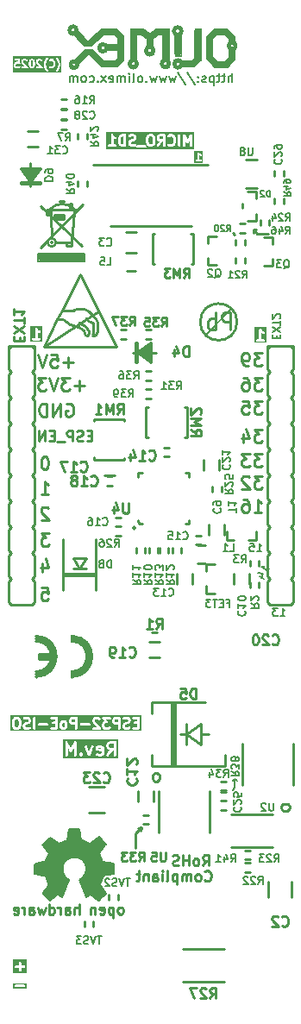
<source format=gbr>
%TF.GenerationSoftware,KiCad,Pcbnew,7.0.11-7.0.11~ubuntu22.04.1*%
%TF.CreationDate,2025-02-21T15:51:22+02:00*%
%TF.ProjectId,ESP32-PoE-ISO_Rev_M,45535033-322d-4506-9f45-2d49534f5f52,M*%
%TF.SameCoordinates,PX55f9470PYb36f0f0*%
%TF.FileFunction,Legend,Bot*%
%TF.FilePolarity,Positive*%
%FSLAX46Y46*%
G04 Gerber Fmt 4.6, Leading zero omitted, Abs format (unit mm)*
G04 Created by KiCad (PCBNEW 7.0.11-7.0.11~ubuntu22.04.1) date 2025-02-21 15:51:22*
%MOMM*%
%LPD*%
G01*
G04 APERTURE LIST*
%ADD10C,0.254000*%
%ADD11C,0.203200*%
%ADD12C,0.190500*%
%ADD13C,0.222250*%
%ADD14C,0.158750*%
%ADD15C,0.177800*%
%ADD16C,0.228600*%
%ADD17C,0.200000*%
%ADD18C,0.400000*%
%ADD19C,0.700000*%
%ADD20C,0.100000*%
%ADD21C,0.500000*%
%ADD22C,0.150000*%
%ADD23C,0.370000*%
%ADD24C,0.380000*%
%ADD25C,1.000000*%
%ADD26C,0.420000*%
%ADD27C,0.300000*%
%ADD28C,0.600000*%
%ADD29C,0.127000*%
G04 APERTURE END LIST*
D10*
X13101000Y18986000D02*
X12974000Y18605000D01*
D11*
X22250000Y23750000D02*
X22050000Y23550000D01*
X22250000Y23750000D02*
X22450000Y23550000D01*
D10*
X24050000Y77650000D02*
X24350000Y77650000D01*
X13101000Y18986000D02*
X12720000Y18859000D01*
D11*
X22250000Y22850000D02*
X22054500Y22650000D01*
D10*
X24450000Y77250000D02*
X25550000Y77250000D01*
X24050000Y77650000D02*
X24450000Y77250000D01*
X12466000Y18351000D02*
X13101000Y18986000D01*
D11*
X22250000Y23750000D02*
X22250000Y22850000D01*
D10*
X24050000Y77650000D02*
X24050000Y77350000D01*
X22050000Y77350000D02*
X22250000Y77150000D01*
X12466000Y16954000D02*
X12466000Y18351000D01*
G36*
X25311135Y66521045D02*
G01*
X24188863Y66521045D01*
X24188863Y66775114D01*
X24334006Y66775114D01*
X24363733Y66710021D01*
X24423933Y66671332D01*
X24459713Y66666188D01*
X25040285Y66666188D01*
X25108946Y66686349D01*
X25155808Y66740430D01*
X25165992Y66811262D01*
X25136265Y66876355D01*
X25076065Y66915044D01*
X25040285Y66920188D01*
X24876999Y66920188D01*
X24876999Y67460439D01*
X24886727Y67453691D01*
X24983489Y67405310D01*
X25053917Y67392636D01*
X25120018Y67420050D01*
X25160804Y67478850D01*
X25163325Y67550365D01*
X25126783Y67611892D01*
X25097081Y67632494D01*
X25018753Y67671658D01*
X24945453Y67744959D01*
X24855669Y67879635D01*
X24829027Y67901948D01*
X24802757Y67924711D01*
X24801658Y67924869D01*
X24800808Y67925581D01*
X24766319Y67929950D01*
X24731925Y67934895D01*
X24730916Y67934435D01*
X24729816Y67934574D01*
X24698444Y67919605D01*
X24666832Y67905168D01*
X24666232Y67904235D01*
X24665231Y67903757D01*
X24646951Y67874234D01*
X24628143Y67844968D01*
X24627934Y67843521D01*
X24627560Y67842915D01*
X24627590Y67841123D01*
X24622999Y67809188D01*
X24622999Y66920188D01*
X24459713Y66920188D01*
X24391052Y66900027D01*
X24344190Y66845946D01*
X24334006Y66775114D01*
X24188863Y66775114D01*
X24188863Y68080038D01*
X25311135Y68080038D01*
X25311135Y66521045D01*
G37*
D12*
X21969831Y92117637D02*
X21969831Y93006637D01*
X21588831Y92117637D02*
X21588831Y92583304D01*
X21588831Y92583304D02*
X21631164Y92667970D01*
X21631164Y92667970D02*
X21715831Y92710304D01*
X21715831Y92710304D02*
X21842831Y92710304D01*
X21842831Y92710304D02*
X21927498Y92667970D01*
X21927498Y92667970D02*
X21969831Y92625637D01*
X21292498Y92710304D02*
X20953831Y92710304D01*
X21165498Y93006637D02*
X21165498Y92244637D01*
X21165498Y92244637D02*
X21123165Y92159970D01*
X21123165Y92159970D02*
X21038498Y92117637D01*
X21038498Y92117637D02*
X20953831Y92117637D01*
X20784498Y92710304D02*
X20445831Y92710304D01*
X20657498Y93006637D02*
X20657498Y92244637D01*
X20657498Y92244637D02*
X20615165Y92159970D01*
X20615165Y92159970D02*
X20530498Y92117637D01*
X20530498Y92117637D02*
X20445831Y92117637D01*
X20149498Y92710304D02*
X20149498Y91821304D01*
X20149498Y92667970D02*
X20064831Y92710304D01*
X20064831Y92710304D02*
X19895498Y92710304D01*
X19895498Y92710304D02*
X19810831Y92667970D01*
X19810831Y92667970D02*
X19768498Y92625637D01*
X19768498Y92625637D02*
X19726165Y92540970D01*
X19726165Y92540970D02*
X19726165Y92286970D01*
X19726165Y92286970D02*
X19768498Y92202304D01*
X19768498Y92202304D02*
X19810831Y92159970D01*
X19810831Y92159970D02*
X19895498Y92117637D01*
X19895498Y92117637D02*
X20064831Y92117637D01*
X20064831Y92117637D02*
X20149498Y92159970D01*
X19387498Y92159970D02*
X19302832Y92117637D01*
X19302832Y92117637D02*
X19133498Y92117637D01*
X19133498Y92117637D02*
X19048832Y92159970D01*
X19048832Y92159970D02*
X19006498Y92244637D01*
X19006498Y92244637D02*
X19006498Y92286970D01*
X19006498Y92286970D02*
X19048832Y92371637D01*
X19048832Y92371637D02*
X19133498Y92413970D01*
X19133498Y92413970D02*
X19260498Y92413970D01*
X19260498Y92413970D02*
X19345165Y92456304D01*
X19345165Y92456304D02*
X19387498Y92540970D01*
X19387498Y92540970D02*
X19387498Y92583304D01*
X19387498Y92583304D02*
X19345165Y92667970D01*
X19345165Y92667970D02*
X19260498Y92710304D01*
X19260498Y92710304D02*
X19133498Y92710304D01*
X19133498Y92710304D02*
X19048832Y92667970D01*
X18625498Y92202304D02*
X18583165Y92159970D01*
X18583165Y92159970D02*
X18625498Y92117637D01*
X18625498Y92117637D02*
X18667831Y92159970D01*
X18667831Y92159970D02*
X18625498Y92202304D01*
X18625498Y92202304D02*
X18625498Y92117637D01*
X18625498Y92667970D02*
X18583165Y92625637D01*
X18583165Y92625637D02*
X18625498Y92583304D01*
X18625498Y92583304D02*
X18667831Y92625637D01*
X18667831Y92625637D02*
X18625498Y92667970D01*
X18625498Y92667970D02*
X18625498Y92583304D01*
X17567165Y93048970D02*
X18329165Y91905970D01*
X16635832Y93048970D02*
X17397832Y91905970D01*
X16424166Y92710304D02*
X16254832Y92117637D01*
X16254832Y92117637D02*
X16085499Y92540970D01*
X16085499Y92540970D02*
X15916166Y92117637D01*
X15916166Y92117637D02*
X15746832Y92710304D01*
X15492833Y92710304D02*
X15323499Y92117637D01*
X15323499Y92117637D02*
X15154166Y92540970D01*
X15154166Y92540970D02*
X14984833Y92117637D01*
X14984833Y92117637D02*
X14815499Y92710304D01*
X14561500Y92710304D02*
X14392166Y92117637D01*
X14392166Y92117637D02*
X14222833Y92540970D01*
X14222833Y92540970D02*
X14053500Y92117637D01*
X14053500Y92117637D02*
X13884166Y92710304D01*
X13545500Y92202304D02*
X13503167Y92159970D01*
X13503167Y92159970D02*
X13545500Y92117637D01*
X13545500Y92117637D02*
X13587833Y92159970D01*
X13587833Y92159970D02*
X13545500Y92202304D01*
X13545500Y92202304D02*
X13545500Y92117637D01*
X12995167Y92117637D02*
X13079834Y92159970D01*
X13079834Y92159970D02*
X13122167Y92202304D01*
X13122167Y92202304D02*
X13164500Y92286970D01*
X13164500Y92286970D02*
X13164500Y92540970D01*
X13164500Y92540970D02*
X13122167Y92625637D01*
X13122167Y92625637D02*
X13079834Y92667970D01*
X13079834Y92667970D02*
X12995167Y92710304D01*
X12995167Y92710304D02*
X12868167Y92710304D01*
X12868167Y92710304D02*
X12783500Y92667970D01*
X12783500Y92667970D02*
X12741167Y92625637D01*
X12741167Y92625637D02*
X12698834Y92540970D01*
X12698834Y92540970D02*
X12698834Y92286970D01*
X12698834Y92286970D02*
X12741167Y92202304D01*
X12741167Y92202304D02*
X12783500Y92159970D01*
X12783500Y92159970D02*
X12868167Y92117637D01*
X12868167Y92117637D02*
X12995167Y92117637D01*
X12190834Y92117637D02*
X12275501Y92159970D01*
X12275501Y92159970D02*
X12317834Y92244637D01*
X12317834Y92244637D02*
X12317834Y93006637D01*
X11852167Y92117637D02*
X11852167Y92710304D01*
X11852167Y93006637D02*
X11894500Y92964304D01*
X11894500Y92964304D02*
X11852167Y92921970D01*
X11852167Y92921970D02*
X11809834Y92964304D01*
X11809834Y92964304D02*
X11852167Y93006637D01*
X11852167Y93006637D02*
X11852167Y92921970D01*
X11428834Y92117637D02*
X11428834Y92710304D01*
X11428834Y92625637D02*
X11386501Y92667970D01*
X11386501Y92667970D02*
X11301834Y92710304D01*
X11301834Y92710304D02*
X11174834Y92710304D01*
X11174834Y92710304D02*
X11090167Y92667970D01*
X11090167Y92667970D02*
X11047834Y92583304D01*
X11047834Y92583304D02*
X11047834Y92117637D01*
X11047834Y92583304D02*
X11005501Y92667970D01*
X11005501Y92667970D02*
X10920834Y92710304D01*
X10920834Y92710304D02*
X10793834Y92710304D01*
X10793834Y92710304D02*
X10709167Y92667970D01*
X10709167Y92667970D02*
X10666834Y92583304D01*
X10666834Y92583304D02*
X10666834Y92117637D01*
X9904834Y92159970D02*
X9989501Y92117637D01*
X9989501Y92117637D02*
X10158834Y92117637D01*
X10158834Y92117637D02*
X10243501Y92159970D01*
X10243501Y92159970D02*
X10285834Y92244637D01*
X10285834Y92244637D02*
X10285834Y92583304D01*
X10285834Y92583304D02*
X10243501Y92667970D01*
X10243501Y92667970D02*
X10158834Y92710304D01*
X10158834Y92710304D02*
X9989501Y92710304D01*
X9989501Y92710304D02*
X9904834Y92667970D01*
X9904834Y92667970D02*
X9862501Y92583304D01*
X9862501Y92583304D02*
X9862501Y92498637D01*
X9862501Y92498637D02*
X10285834Y92413970D01*
X9566168Y92117637D02*
X9100501Y92710304D01*
X9566168Y92710304D02*
X9100501Y92117637D01*
X8761834Y92202304D02*
X8719501Y92159970D01*
X8719501Y92159970D02*
X8761834Y92117637D01*
X8761834Y92117637D02*
X8804167Y92159970D01*
X8804167Y92159970D02*
X8761834Y92202304D01*
X8761834Y92202304D02*
X8761834Y92117637D01*
X7957501Y92159970D02*
X8042168Y92117637D01*
X8042168Y92117637D02*
X8211501Y92117637D01*
X8211501Y92117637D02*
X8296168Y92159970D01*
X8296168Y92159970D02*
X8338501Y92202304D01*
X8338501Y92202304D02*
X8380834Y92286970D01*
X8380834Y92286970D02*
X8380834Y92540970D01*
X8380834Y92540970D02*
X8338501Y92625637D01*
X8338501Y92625637D02*
X8296168Y92667970D01*
X8296168Y92667970D02*
X8211501Y92710304D01*
X8211501Y92710304D02*
X8042168Y92710304D01*
X8042168Y92710304D02*
X7957501Y92667970D01*
X7449501Y92117637D02*
X7534168Y92159970D01*
X7534168Y92159970D02*
X7576501Y92202304D01*
X7576501Y92202304D02*
X7618834Y92286970D01*
X7618834Y92286970D02*
X7618834Y92540970D01*
X7618834Y92540970D02*
X7576501Y92625637D01*
X7576501Y92625637D02*
X7534168Y92667970D01*
X7534168Y92667970D02*
X7449501Y92710304D01*
X7449501Y92710304D02*
X7322501Y92710304D01*
X7322501Y92710304D02*
X7237834Y92667970D01*
X7237834Y92667970D02*
X7195501Y92625637D01*
X7195501Y92625637D02*
X7153168Y92540970D01*
X7153168Y92540970D02*
X7153168Y92286970D01*
X7153168Y92286970D02*
X7195501Y92202304D01*
X7195501Y92202304D02*
X7237834Y92159970D01*
X7237834Y92159970D02*
X7322501Y92117637D01*
X7322501Y92117637D02*
X7449501Y92117637D01*
X6772168Y92117637D02*
X6772168Y92710304D01*
X6772168Y92625637D02*
X6729835Y92667970D01*
X6729835Y92667970D02*
X6645168Y92710304D01*
X6645168Y92710304D02*
X6518168Y92710304D01*
X6518168Y92710304D02*
X6433501Y92667970D01*
X6433501Y92667970D02*
X6391168Y92583304D01*
X6391168Y92583304D02*
X6391168Y92117637D01*
X6391168Y92583304D02*
X6348835Y92667970D01*
X6348835Y92667970D02*
X6264168Y92710304D01*
X6264168Y92710304D02*
X6137168Y92710304D01*
X6137168Y92710304D02*
X6052501Y92667970D01*
X6052501Y92667970D02*
X6010168Y92583304D01*
X6010168Y92583304D02*
X6010168Y92117637D01*
G36*
X19109759Y84203284D02*
G01*
X18271840Y84203284D01*
X18271840Y84377957D01*
X18380697Y84377957D01*
X18415298Y84330332D01*
X18471285Y84312141D01*
X18906714Y84312141D01*
X18962701Y84330332D01*
X18997302Y84377957D01*
X18997302Y84436825D01*
X18962701Y84484450D01*
X18906714Y84502641D01*
X18784249Y84502641D01*
X18784249Y84909954D01*
X18791545Y84902768D01*
X18864117Y84866482D01*
X18922328Y84857714D01*
X18974575Y84884837D01*
X19000902Y84937490D01*
X18991252Y84995562D01*
X18949311Y85036870D01*
X18890565Y85066243D01*
X18835593Y85121215D01*
X18768252Y85222227D01*
X18766677Y85223471D01*
X18766058Y85225378D01*
X18743731Y85241599D01*
X18722060Y85258720D01*
X18720054Y85258801D01*
X18718433Y85259979D01*
X18690840Y85259979D01*
X18663240Y85261092D01*
X18661571Y85259979D01*
X18659565Y85259979D01*
X18637221Y85243747D01*
X18614259Y85228437D01*
X18613563Y85226558D01*
X18611940Y85225378D01*
X18603408Y85199122D01*
X18593826Y85173230D01*
X18594368Y85171299D01*
X18593749Y85169391D01*
X18593749Y84502641D01*
X18471285Y84502641D01*
X18415298Y84484450D01*
X18380697Y84436825D01*
X18380697Y84377957D01*
X18271840Y84377957D01*
X18271840Y85369949D01*
X19109759Y85369949D01*
X19109759Y84203284D01*
G37*
G36*
X2376290Y94204825D02*
G01*
X2390716Y94190398D01*
X2415415Y94141002D01*
X2446321Y94017379D01*
X2446321Y93859403D01*
X2415414Y93735779D01*
X2390717Y93686385D01*
X2376291Y93671959D01*
X2337657Y93652641D01*
X2310056Y93652641D01*
X2271421Y93671958D01*
X2256995Y93686385D01*
X2232298Y93735779D01*
X2201392Y93859403D01*
X2201392Y94017379D01*
X2232297Y94141002D01*
X2256996Y94190398D01*
X2271422Y94204825D01*
X2310056Y94224141D01*
X2337657Y94224141D01*
X2376290Y94204825D01*
G37*
G36*
X5213106Y93064170D02*
G01*
X450607Y93064170D01*
X450607Y93702534D01*
X559464Y93702534D01*
X566249Y93681651D01*
X569520Y93659937D01*
X605806Y93587365D01*
X616638Y93576367D01*
X623648Y93562610D01*
X659934Y93526324D01*
X673690Y93519315D01*
X684689Y93508482D01*
X757261Y93472196D01*
X778975Y93468926D01*
X799857Y93462141D01*
X981286Y93462141D01*
X1002170Y93468927D01*
X1023883Y93472197D01*
X1096454Y93508482D01*
X1107452Y93519315D01*
X1121209Y93526324D01*
X1157495Y93562610D01*
X1184221Y93615062D01*
X1175011Y93673204D01*
X1133385Y93714830D01*
X1075243Y93724040D01*
X1022791Y93697314D01*
X997435Y93671958D01*
X958801Y93652641D01*
X822342Y93652641D01*
X783708Y93671958D01*
X769281Y93686385D01*
X749964Y93725019D01*
X749964Y93861477D01*
X769280Y93900111D01*
X783707Y93914537D01*
X822343Y93933855D01*
X958800Y93933855D01*
X997435Y93914537D01*
X1022792Y93889181D01*
X1046700Y93877000D01*
X1069869Y93863467D01*
X1072703Y93863751D01*
X1075244Y93862456D01*
X1101743Y93866655D01*
X1128445Y93869324D01*
X1130573Y93871222D01*
X1133386Y93871667D01*
X1152340Y93890622D01*
X1172391Y93908492D01*
X1172998Y93911280D01*
X1175012Y93913293D01*
X1179208Y93939790D01*
X1184920Y93966012D01*
X1171353Y94101676D01*
X1285178Y94101676D01*
X1289948Y94086993D01*
X1290066Y94071555D01*
X1326352Y93962698D01*
X1339392Y93945033D01*
X1349362Y93925467D01*
X1622188Y93652641D01*
X1380428Y93652641D01*
X1324441Y93634450D01*
X1289840Y93586825D01*
X1289840Y93527957D01*
X1324441Y93480332D01*
X1380428Y93462141D01*
X1852142Y93462141D01*
X1873355Y93469034D01*
X1895384Y93472523D01*
X1900817Y93477957D01*
X1908129Y93480332D01*
X1921242Y93498382D01*
X1937010Y93514149D01*
X1938212Y93521739D01*
X1942730Y93527957D01*
X1942730Y93550259D01*
X1946220Y93572291D01*
X1942730Y93579141D01*
X1942730Y93586825D01*
X1929620Y93604870D01*
X1919494Y93624743D01*
X1696561Y93847676D01*
X2010892Y93847676D01*
X2014555Y93836401D01*
X2013736Y93824574D01*
X2050022Y93679432D01*
X2055653Y93670434D01*
X2057234Y93659937D01*
X2093520Y93587365D01*
X2104352Y93576367D01*
X2111361Y93562611D01*
X2147646Y93526325D01*
X2161402Y93519316D01*
X2172403Y93508481D01*
X2244975Y93472196D01*
X2266689Y93468926D01*
X2287571Y93462141D01*
X2360142Y93462141D01*
X2381023Y93468926D01*
X2402738Y93472196D01*
X2475311Y93508482D01*
X2486310Y93519316D01*
X2500067Y93526325D01*
X2536352Y93562611D01*
X2543360Y93576367D01*
X2554193Y93587365D01*
X2590479Y93659937D01*
X2592059Y93670434D01*
X2597691Y93679432D01*
X2633977Y93824574D01*
X2633157Y93836401D01*
X2636821Y93847676D01*
X2636821Y94029105D01*
X2633157Y94040381D01*
X2633977Y94052207D01*
X2621610Y94101676D01*
X2736606Y94101676D01*
X2741376Y94086993D01*
X2741494Y94071555D01*
X2777780Y93962698D01*
X2790820Y93945033D01*
X2800790Y93925467D01*
X3073616Y93652641D01*
X2831856Y93652641D01*
X2775869Y93634450D01*
X2741268Y93586825D01*
X2741268Y93527957D01*
X2775869Y93480332D01*
X2831856Y93462141D01*
X3303570Y93462141D01*
X3324783Y93469034D01*
X3346812Y93472523D01*
X3352245Y93477957D01*
X3359557Y93480332D01*
X3372670Y93498382D01*
X3388438Y93514149D01*
X3389640Y93521739D01*
X3394158Y93527957D01*
X3394158Y93550259D01*
X3397648Y93572291D01*
X3394158Y93579141D01*
X3394158Y93586825D01*
X3381048Y93604870D01*
X3370922Y93624743D01*
X3220560Y93775105D01*
X3498606Y93775105D01*
X3501575Y93765967D01*
X3500456Y93756425D01*
X3536742Y93574996D01*
X3539733Y93569668D01*
X3539780Y93563555D01*
X3576066Y93454698D01*
X3580197Y93449101D01*
X3581234Y93442222D01*
X3617519Y93369651D01*
X3621806Y93365298D01*
X3623460Y93359412D01*
X3696032Y93250556D01*
X3703570Y93244601D01*
X3707932Y93236040D01*
X3744217Y93199754D01*
X3796668Y93173028D01*
X3854811Y93182236D01*
X3896437Y93223862D01*
X3905648Y93282004D01*
X4697207Y93282004D01*
X4706417Y93223861D01*
X4748044Y93182236D01*
X4806186Y93173027D01*
X4858638Y93199754D01*
X4894923Y93236040D01*
X4899283Y93244599D01*
X4906823Y93250555D01*
X4979394Y93359412D01*
X4981046Y93365296D01*
X4985336Y93369650D01*
X5021622Y93442221D01*
X5022658Y93449103D01*
X5026790Y93454699D01*
X5063075Y93563556D01*
X5063121Y93569668D01*
X5066113Y93574996D01*
X5102399Y93756425D01*
X5101279Y93765967D01*
X5104249Y93775105D01*
X5104249Y93920248D01*
X5101279Y93929387D01*
X5102399Y93938928D01*
X5066113Y94120356D01*
X5063121Y94125685D01*
X5063075Y94131796D01*
X5026790Y94240654D01*
X5022658Y94246252D01*
X5021622Y94253132D01*
X4985336Y94325703D01*
X4981046Y94330058D01*
X4979394Y94335941D01*
X4906823Y94444798D01*
X4899283Y94450755D01*
X4894923Y94459313D01*
X4858638Y94495599D01*
X4806186Y94522326D01*
X4748044Y94513117D01*
X4706417Y94471492D01*
X4697207Y94413349D01*
X4723932Y94360897D01*
X4753546Y94331282D01*
X4817599Y94235205D01*
X4848207Y94173989D01*
X4880475Y94077182D01*
X4913749Y93910818D01*
X4913749Y93784536D01*
X4880475Y93618171D01*
X4848207Y93521366D01*
X4817599Y93460149D01*
X4753546Y93364072D01*
X4723932Y93334456D01*
X4697207Y93282004D01*
X3905648Y93282004D01*
X3878923Y93334456D01*
X3849305Y93364075D01*
X3785254Y93460152D01*
X3754649Y93521361D01*
X3723415Y93615062D01*
X3971492Y93615062D01*
X3998218Y93562610D01*
X4034504Y93526324D01*
X4054071Y93516354D01*
X4071736Y93503314D01*
X4180593Y93467029D01*
X4196029Y93466912D01*
X4210713Y93462141D01*
X4283285Y93462141D01*
X4297968Y93466912D01*
X4313405Y93467029D01*
X4422262Y93503314D01*
X4439928Y93516356D01*
X4459494Y93526325D01*
X4532066Y93598897D01*
X4539074Y93612652D01*
X4549907Y93623650D01*
X4586193Y93696221D01*
X4587774Y93706719D01*
X4593405Y93715717D01*
X4629691Y93860860D01*
X4628871Y93872687D01*
X4632535Y93883962D01*
X4632535Y93992819D01*
X4628871Y94004095D01*
X4629691Y94015921D01*
X4593405Y94161064D01*
X4587773Y94170063D01*
X4586193Y94180559D01*
X4549907Y94253131D01*
X4539074Y94264130D01*
X4532065Y94277886D01*
X4459494Y94350457D01*
X4439928Y94360427D01*
X4422263Y94373467D01*
X4313406Y94409753D01*
X4297968Y94409871D01*
X4283285Y94414641D01*
X4210713Y94414641D01*
X4196029Y94409871D01*
X4180592Y94409753D01*
X4071735Y94373467D01*
X4054069Y94360427D01*
X4034504Y94350457D01*
X3998218Y94314171D01*
X3971492Y94261719D01*
X3980702Y94203577D01*
X4022328Y94161951D01*
X4080470Y94152741D01*
X4132922Y94179467D01*
X4153308Y94199854D01*
X4226170Y94224141D01*
X4267828Y94224141D01*
X4340689Y94199854D01*
X4386432Y94154111D01*
X4411128Y94104718D01*
X4442035Y93981093D01*
X4442035Y93895689D01*
X4411129Y93772066D01*
X4386430Y93722670D01*
X4340690Y93676928D01*
X4267829Y93652641D01*
X4226169Y93652641D01*
X4153308Y93676928D01*
X4132922Y93697314D01*
X4080470Y93724040D01*
X4022328Y93714830D01*
X3980702Y93673204D01*
X3971492Y93615062D01*
X3723415Y93615062D01*
X3722378Y93618174D01*
X3689106Y93784536D01*
X3689106Y93910818D01*
X3722378Y94077179D01*
X3754650Y94173993D01*
X3785254Y94235202D01*
X3849305Y94331279D01*
X3878923Y94360897D01*
X3905648Y94413349D01*
X3896437Y94471491D01*
X3854811Y94513117D01*
X3796668Y94522325D01*
X3744217Y94495599D01*
X3707932Y94459313D01*
X3703570Y94450753D01*
X3696032Y94444797D01*
X3623460Y94335941D01*
X3621806Y94330056D01*
X3617519Y94325702D01*
X3581234Y94253131D01*
X3580197Y94246252D01*
X3576066Y94240654D01*
X3539780Y94131797D01*
X3539733Y94125685D01*
X3536742Y94120356D01*
X3500456Y93938928D01*
X3501575Y93929387D01*
X3498606Y93920248D01*
X3498606Y93775105D01*
X3220560Y93775105D01*
X2951393Y94044272D01*
X2927106Y94117134D01*
X2927106Y94151762D01*
X2946423Y94190397D01*
X2960850Y94204824D01*
X2999485Y94224141D01*
X3135942Y94224141D01*
X3174576Y94204824D01*
X3199933Y94179467D01*
X3252385Y94152741D01*
X3310527Y94161951D01*
X3352153Y94203577D01*
X3361363Y94261719D01*
X3334637Y94314171D01*
X3298351Y94350457D01*
X3284595Y94357466D01*
X3273597Y94368299D01*
X3201026Y94404585D01*
X3179311Y94407856D01*
X3158428Y94414641D01*
X2976999Y94414641D01*
X2956115Y94407856D01*
X2934401Y94404585D01*
X2861830Y94368299D01*
X2850831Y94357466D01*
X2837076Y94350457D01*
X2800790Y94314171D01*
X2793781Y94300416D01*
X2782948Y94289417D01*
X2746662Y94216846D01*
X2743391Y94195132D01*
X2736606Y94174248D01*
X2736606Y94101676D01*
X2621610Y94101676D01*
X2597691Y94197350D01*
X2592060Y94206349D01*
X2590479Y94216846D01*
X2554193Y94289417D01*
X2543360Y94300416D01*
X2536352Y94314170D01*
X2500067Y94350456D01*
X2486310Y94357466D01*
X2475311Y94368299D01*
X2402739Y94404585D01*
X2381025Y94407856D01*
X2360142Y94414641D01*
X2287571Y94414641D01*
X2266687Y94407856D01*
X2244974Y94404585D01*
X2172402Y94368299D01*
X2161402Y94357466D01*
X2147646Y94350456D01*
X2111361Y94314170D01*
X2104352Y94300416D01*
X2093520Y94289417D01*
X2057234Y94216846D01*
X2055652Y94206349D01*
X2050022Y94197350D01*
X2013736Y94052207D01*
X2014555Y94040381D01*
X2010892Y94029105D01*
X2010892Y93847676D01*
X1696561Y93847676D01*
X1499965Y94044272D01*
X1475678Y94117134D01*
X1475678Y94151762D01*
X1494995Y94190397D01*
X1509422Y94204824D01*
X1548057Y94224141D01*
X1684514Y94224141D01*
X1723148Y94204824D01*
X1748505Y94179467D01*
X1800957Y94152741D01*
X1859099Y94161951D01*
X1900725Y94203577D01*
X1909935Y94261719D01*
X1883209Y94314171D01*
X1846923Y94350457D01*
X1833167Y94357466D01*
X1822169Y94368299D01*
X1749598Y94404585D01*
X1727883Y94407856D01*
X1707000Y94414641D01*
X1525571Y94414641D01*
X1504687Y94407856D01*
X1482973Y94404585D01*
X1410402Y94368299D01*
X1399403Y94357466D01*
X1385648Y94350457D01*
X1349362Y94314171D01*
X1342353Y94300416D01*
X1331520Y94289417D01*
X1295234Y94216846D01*
X1291963Y94195132D01*
X1285178Y94174248D01*
X1285178Y94101676D01*
X1171353Y94101676D01*
X1148634Y94328869D01*
X1144445Y94338408D01*
X1144445Y94348825D01*
X1132877Y94364747D01*
X1124963Y94382768D01*
X1115966Y94388023D01*
X1109844Y94396450D01*
X1091125Y94402533D01*
X1074131Y94412458D01*
X1063765Y94411422D01*
X1053857Y94414641D01*
X691000Y94414641D01*
X635013Y94396450D01*
X600412Y94348825D01*
X600412Y94289957D01*
X635013Y94242332D01*
X691000Y94224141D01*
X967657Y94224141D01*
X977636Y94124355D01*
X799857Y94124355D01*
X778973Y94117570D01*
X757259Y94114299D01*
X684688Y94078013D01*
X673689Y94067181D01*
X659935Y94060172D01*
X623649Y94023887D01*
X616639Y94010131D01*
X605806Y93999131D01*
X569520Y93926559D01*
X566249Y93904846D01*
X559464Y93883962D01*
X559464Y93702534D01*
X450607Y93702534D01*
X450607Y94631183D01*
X5213106Y94631183D01*
X5213106Y93064170D01*
G37*
D10*
X19088142Y15227188D02*
X19426809Y15710997D01*
X19668714Y15227188D02*
X19668714Y16243188D01*
X19668714Y16243188D02*
X19281666Y16243188D01*
X19281666Y16243188D02*
X19184904Y16194807D01*
X19184904Y16194807D02*
X19136523Y16146426D01*
X19136523Y16146426D02*
X19088142Y16049664D01*
X19088142Y16049664D02*
X19088142Y15904521D01*
X19088142Y15904521D02*
X19136523Y15807759D01*
X19136523Y15807759D02*
X19184904Y15759378D01*
X19184904Y15759378D02*
X19281666Y15710997D01*
X19281666Y15710997D02*
X19668714Y15710997D01*
X18507571Y15227188D02*
X18604333Y15275568D01*
X18604333Y15275568D02*
X18652714Y15323949D01*
X18652714Y15323949D02*
X18701095Y15420711D01*
X18701095Y15420711D02*
X18701095Y15710997D01*
X18701095Y15710997D02*
X18652714Y15807759D01*
X18652714Y15807759D02*
X18604333Y15856140D01*
X18604333Y15856140D02*
X18507571Y15904521D01*
X18507571Y15904521D02*
X18362428Y15904521D01*
X18362428Y15904521D02*
X18265666Y15856140D01*
X18265666Y15856140D02*
X18217285Y15807759D01*
X18217285Y15807759D02*
X18168904Y15710997D01*
X18168904Y15710997D02*
X18168904Y15420711D01*
X18168904Y15420711D02*
X18217285Y15323949D01*
X18217285Y15323949D02*
X18265666Y15275568D01*
X18265666Y15275568D02*
X18362428Y15227188D01*
X18362428Y15227188D02*
X18507571Y15227188D01*
X17733476Y15227188D02*
X17733476Y16243188D01*
X17733476Y15759378D02*
X17152904Y15759378D01*
X17152904Y15227188D02*
X17152904Y16243188D01*
X16717476Y15275568D02*
X16572333Y15227188D01*
X16572333Y15227188D02*
X16330428Y15227188D01*
X16330428Y15227188D02*
X16233666Y15275568D01*
X16233666Y15275568D02*
X16185285Y15323949D01*
X16185285Y15323949D02*
X16136904Y15420711D01*
X16136904Y15420711D02*
X16136904Y15517473D01*
X16136904Y15517473D02*
X16185285Y15614235D01*
X16185285Y15614235D02*
X16233666Y15662616D01*
X16233666Y15662616D02*
X16330428Y15710997D01*
X16330428Y15710997D02*
X16523952Y15759378D01*
X16523952Y15759378D02*
X16620714Y15807759D01*
X16620714Y15807759D02*
X16669095Y15856140D01*
X16669095Y15856140D02*
X16717476Y15952902D01*
X16717476Y15952902D02*
X16717476Y16049664D01*
X16717476Y16049664D02*
X16669095Y16146426D01*
X16669095Y16146426D02*
X16620714Y16194807D01*
X16620714Y16194807D02*
X16523952Y16243188D01*
X16523952Y16243188D02*
X16282047Y16243188D01*
X16282047Y16243188D02*
X16136904Y16194807D01*
X19275618Y13799949D02*
X19323999Y13751568D01*
X19323999Y13751568D02*
X19469142Y13703188D01*
X19469142Y13703188D02*
X19565904Y13703188D01*
X19565904Y13703188D02*
X19711047Y13751568D01*
X19711047Y13751568D02*
X19807809Y13848330D01*
X19807809Y13848330D02*
X19856190Y13945092D01*
X19856190Y13945092D02*
X19904571Y14138616D01*
X19904571Y14138616D02*
X19904571Y14283759D01*
X19904571Y14283759D02*
X19856190Y14477283D01*
X19856190Y14477283D02*
X19807809Y14574045D01*
X19807809Y14574045D02*
X19711047Y14670807D01*
X19711047Y14670807D02*
X19565904Y14719188D01*
X19565904Y14719188D02*
X19469142Y14719188D01*
X19469142Y14719188D02*
X19323999Y14670807D01*
X19323999Y14670807D02*
X19275618Y14622426D01*
X18695047Y13703188D02*
X18791809Y13751568D01*
X18791809Y13751568D02*
X18840190Y13799949D01*
X18840190Y13799949D02*
X18888571Y13896711D01*
X18888571Y13896711D02*
X18888571Y14186997D01*
X18888571Y14186997D02*
X18840190Y14283759D01*
X18840190Y14283759D02*
X18791809Y14332140D01*
X18791809Y14332140D02*
X18695047Y14380521D01*
X18695047Y14380521D02*
X18549904Y14380521D01*
X18549904Y14380521D02*
X18453142Y14332140D01*
X18453142Y14332140D02*
X18404761Y14283759D01*
X18404761Y14283759D02*
X18356380Y14186997D01*
X18356380Y14186997D02*
X18356380Y13896711D01*
X18356380Y13896711D02*
X18404761Y13799949D01*
X18404761Y13799949D02*
X18453142Y13751568D01*
X18453142Y13751568D02*
X18549904Y13703188D01*
X18549904Y13703188D02*
X18695047Y13703188D01*
X17920952Y13703188D02*
X17920952Y14380521D01*
X17920952Y14283759D02*
X17872571Y14332140D01*
X17872571Y14332140D02*
X17775809Y14380521D01*
X17775809Y14380521D02*
X17630666Y14380521D01*
X17630666Y14380521D02*
X17533904Y14332140D01*
X17533904Y14332140D02*
X17485523Y14235378D01*
X17485523Y14235378D02*
X17485523Y13703188D01*
X17485523Y14235378D02*
X17437142Y14332140D01*
X17437142Y14332140D02*
X17340380Y14380521D01*
X17340380Y14380521D02*
X17195237Y14380521D01*
X17195237Y14380521D02*
X17098476Y14332140D01*
X17098476Y14332140D02*
X17050095Y14235378D01*
X17050095Y14235378D02*
X17050095Y13703188D01*
X16566285Y14380521D02*
X16566285Y13364521D01*
X16566285Y14332140D02*
X16469523Y14380521D01*
X16469523Y14380521D02*
X16275999Y14380521D01*
X16275999Y14380521D02*
X16179237Y14332140D01*
X16179237Y14332140D02*
X16130856Y14283759D01*
X16130856Y14283759D02*
X16082475Y14186997D01*
X16082475Y14186997D02*
X16082475Y13896711D01*
X16082475Y13896711D02*
X16130856Y13799949D01*
X16130856Y13799949D02*
X16179237Y13751568D01*
X16179237Y13751568D02*
X16275999Y13703188D01*
X16275999Y13703188D02*
X16469523Y13703188D01*
X16469523Y13703188D02*
X16566285Y13751568D01*
X15501904Y13703188D02*
X15598666Y13751568D01*
X15598666Y13751568D02*
X15647047Y13848330D01*
X15647047Y13848330D02*
X15647047Y14719188D01*
X15114857Y13703188D02*
X15114857Y14380521D01*
X15114857Y14719188D02*
X15163238Y14670807D01*
X15163238Y14670807D02*
X15114857Y14622426D01*
X15114857Y14622426D02*
X15066476Y14670807D01*
X15066476Y14670807D02*
X15114857Y14719188D01*
X15114857Y14719188D02*
X15114857Y14622426D01*
X14195618Y13703188D02*
X14195618Y14235378D01*
X14195618Y14235378D02*
X14243999Y14332140D01*
X14243999Y14332140D02*
X14340761Y14380521D01*
X14340761Y14380521D02*
X14534285Y14380521D01*
X14534285Y14380521D02*
X14631047Y14332140D01*
X14195618Y13751568D02*
X14292380Y13703188D01*
X14292380Y13703188D02*
X14534285Y13703188D01*
X14534285Y13703188D02*
X14631047Y13751568D01*
X14631047Y13751568D02*
X14679428Y13848330D01*
X14679428Y13848330D02*
X14679428Y13945092D01*
X14679428Y13945092D02*
X14631047Y14041854D01*
X14631047Y14041854D02*
X14534285Y14090235D01*
X14534285Y14090235D02*
X14292380Y14090235D01*
X14292380Y14090235D02*
X14195618Y14138616D01*
X13711809Y14380521D02*
X13711809Y13703188D01*
X13711809Y14283759D02*
X13663428Y14332140D01*
X13663428Y14332140D02*
X13566666Y14380521D01*
X13566666Y14380521D02*
X13421523Y14380521D01*
X13421523Y14380521D02*
X13324761Y14332140D01*
X13324761Y14332140D02*
X13276380Y14235378D01*
X13276380Y14235378D02*
X13276380Y13703188D01*
X12937714Y14380521D02*
X12550666Y14380521D01*
X12792571Y14719188D02*
X12792571Y13848330D01*
X12792571Y13848330D02*
X12744190Y13751568D01*
X12744190Y13751568D02*
X12647428Y13703188D01*
X12647428Y13703188D02*
X12550666Y13703188D01*
G36*
X938386Y29556433D02*
G01*
X995703Y29499116D01*
X1031761Y29354887D01*
X1031761Y29047488D01*
X995703Y28903260D01*
X938387Y28845944D01*
X886876Y28820188D01*
X753312Y28820188D01*
X701798Y28845945D01*
X644484Y28903260D01*
X608427Y29047488D01*
X608427Y29354887D01*
X644484Y29499116D01*
X701800Y29556433D01*
X753312Y29582188D01*
X886876Y29582188D01*
X938386Y29556433D01*
G37*
G36*
X5534577Y29217766D02*
G01*
X5553816Y29198527D01*
X5579571Y29147017D01*
X5579571Y28916691D01*
X5553816Y28865181D01*
X5534578Y28845944D01*
X5483067Y28820188D01*
X5397884Y28820188D01*
X5346372Y28845944D01*
X5327135Y28865181D01*
X5301380Y28916691D01*
X5301380Y29147017D01*
X5327135Y29198527D01*
X5346374Y29217766D01*
X5397884Y29243521D01*
X5483067Y29243521D01*
X5534577Y29217766D01*
G37*
G36*
X6547190Y29303997D02*
G01*
X6317122Y29303997D01*
X6265612Y29329752D01*
X6246373Y29348991D01*
X6220618Y29400501D01*
X6220618Y29485684D01*
X6246373Y29537194D01*
X6265612Y29556433D01*
X6317122Y29582188D01*
X6547190Y29582188D01*
X6547190Y29303997D01*
G37*
G36*
X10756333Y29303997D02*
G01*
X10526265Y29303997D01*
X10474755Y29329752D01*
X10455516Y29348991D01*
X10429761Y29400501D01*
X10429761Y29485684D01*
X10455516Y29537194D01*
X10474755Y29556433D01*
X10526265Y29582188D01*
X10756333Y29582188D01*
X10756333Y29303997D01*
G37*
G36*
X13042333Y28421045D02*
G01*
X209284Y28421045D01*
X209284Y29031854D01*
X354427Y29031854D01*
X355399Y29028542D01*
X358219Y29001052D01*
X406600Y28807528D01*
X414869Y28793434D01*
X418343Y28777465D01*
X440005Y28748527D01*
X536767Y28651766D01*
X538856Y28650625D01*
X540073Y28648577D01*
X569775Y28627975D01*
X666537Y28579595D01*
X677867Y28577557D01*
X687552Y28571332D01*
X723332Y28566188D01*
X916856Y28566188D01*
X927900Y28569432D01*
X939348Y28568195D01*
X973651Y28579595D01*
X1070413Y28627975D01*
X1072156Y28629597D01*
X1074483Y28630103D01*
X1103421Y28651765D01*
X1200182Y28748527D01*
X1208013Y28762869D01*
X1219920Y28774064D01*
X1233588Y28807528D01*
X1253384Y28886711D01*
X1418808Y28886711D01*
X1422051Y28875666D01*
X1420815Y28864218D01*
X1432216Y28829915D01*
X1480597Y28733153D01*
X1482217Y28731411D01*
X1482724Y28729084D01*
X1504386Y28700146D01*
X1552767Y28651765D01*
X1554857Y28650624D01*
X1556073Y28648577D01*
X1585775Y28627975D01*
X1682537Y28579595D01*
X1693867Y28577557D01*
X1703552Y28571332D01*
X1739332Y28566188D01*
X1981237Y28566188D01*
X1983520Y28566859D01*
X1985827Y28566271D01*
X2021397Y28572705D01*
X2166540Y28621085D01*
X2225303Y28661924D01*
X2238237Y28693188D01*
X2434809Y28693188D01*
X2454970Y28624527D01*
X2509051Y28577665D01*
X2579883Y28567481D01*
X2644976Y28597208D01*
X2683665Y28657408D01*
X2686211Y28675114D01*
X4129435Y28675114D01*
X4159162Y28610021D01*
X4219362Y28571332D01*
X4255142Y28566188D01*
X4738952Y28566188D01*
X4747849Y28568801D01*
X4757026Y28567481D01*
X4781644Y28578724D01*
X4807613Y28586349D01*
X4813684Y28593357D01*
X4822119Y28597208D01*
X4836751Y28619977D01*
X4854475Y28640430D01*
X4855794Y28649607D01*
X4860808Y28657408D01*
X4865952Y28693188D01*
X4865952Y28886711D01*
X5047380Y28886711D01*
X5050623Y28875666D01*
X5049387Y28864218D01*
X5060788Y28829915D01*
X5109169Y28733153D01*
X5110789Y28731411D01*
X5111296Y28729084D01*
X5132958Y28700146D01*
X5181339Y28651765D01*
X5183429Y28650624D01*
X5184645Y28648577D01*
X5214347Y28627975D01*
X5311109Y28579595D01*
X5322439Y28577557D01*
X5332124Y28571332D01*
X5367904Y28566188D01*
X5513047Y28566188D01*
X5524091Y28569432D01*
X5535539Y28568195D01*
X5569842Y28579595D01*
X5666604Y28627975D01*
X5668347Y28629597D01*
X5670674Y28630103D01*
X5699612Y28651765D01*
X5747993Y28700146D01*
X5749134Y28702236D01*
X5751180Y28703451D01*
X5771782Y28733153D01*
X5820163Y28829915D01*
X5822201Y28841245D01*
X5828427Y28850931D01*
X5833571Y28886711D01*
X5833571Y29176997D01*
X5830327Y29188043D01*
X5831564Y29199490D01*
X5820163Y29233793D01*
X5771782Y29330555D01*
X5770161Y29332298D01*
X5769655Y29334624D01*
X5747993Y29363562D01*
X5741034Y29370521D01*
X5966618Y29370521D01*
X5969861Y29359476D01*
X5968625Y29348028D01*
X5980026Y29313725D01*
X6028407Y29216963D01*
X6030027Y29215221D01*
X6030534Y29212894D01*
X6052196Y29183956D01*
X6100577Y29135575D01*
X6102666Y29134434D01*
X6103882Y29132388D01*
X6133584Y29111786D01*
X6230346Y29063405D01*
X6241675Y29061367D01*
X6251362Y29055141D01*
X6287142Y29049997D01*
X6547190Y29049997D01*
X6547190Y28693188D01*
X6567351Y28624527D01*
X6621432Y28577665D01*
X6692264Y28567481D01*
X6757357Y28597208D01*
X6796046Y28657408D01*
X6801190Y28693188D01*
X6801190Y29062161D01*
X7032293Y29062161D01*
X7062020Y28997068D01*
X7122220Y28958379D01*
X7158000Y28953235D01*
X7932095Y28953235D01*
X8000756Y28973396D01*
X8047618Y29027477D01*
X8057802Y29098309D01*
X8028075Y29163402D01*
X7967875Y29202091D01*
X7932095Y29207235D01*
X7158000Y29207235D01*
X7089339Y29187074D01*
X7042477Y29132993D01*
X7032293Y29062161D01*
X6801190Y29062161D01*
X6801190Y29418902D01*
X8240523Y29418902D01*
X8241193Y29416619D01*
X8240606Y29414312D01*
X8247040Y29378741D01*
X8295421Y29233598D01*
X8301991Y29224144D01*
X8304439Y29212894D01*
X8326102Y29183956D01*
X8689870Y28820188D01*
X8367523Y28820188D01*
X8298862Y28800027D01*
X8252000Y28745946D01*
X8241816Y28675114D01*
X8271543Y28610021D01*
X8331743Y28571332D01*
X8367523Y28566188D01*
X8996476Y28566188D01*
X9018235Y28572578D01*
X9040858Y28574195D01*
X9051902Y28582463D01*
X9065137Y28586349D01*
X9079987Y28603488D01*
X9098145Y28617080D01*
X9102965Y28630006D01*
X9111999Y28640430D01*
X9115226Y28662879D01*
X9123152Y28684128D01*
X9120219Y28697608D01*
X9122183Y28711262D01*
X9112761Y28731892D01*
X9107941Y28754053D01*
X9094349Y28772209D01*
X9092456Y28776355D01*
X9090123Y28777854D01*
X9086278Y28782991D01*
X8982558Y28886711D01*
X9208142Y28886711D01*
X9211385Y28875666D01*
X9210149Y28864218D01*
X9221550Y28829915D01*
X9269931Y28733153D01*
X9271551Y28731411D01*
X9272058Y28729084D01*
X9293720Y28700146D01*
X9342101Y28651765D01*
X9344191Y28650624D01*
X9345407Y28648577D01*
X9375109Y28627975D01*
X9471871Y28579595D01*
X9483201Y28577557D01*
X9492886Y28571332D01*
X9528666Y28566188D01*
X9818952Y28566188D01*
X9829996Y28569432D01*
X9841444Y28568195D01*
X9875747Y28579595D01*
X9972509Y28627975D01*
X9974252Y28629597D01*
X9976579Y28630103D01*
X10005517Y28651765D01*
X10053898Y28700146D01*
X10088192Y28762953D01*
X10083088Y28834331D01*
X10040203Y28891617D01*
X9973155Y28916625D01*
X9903230Y28901414D01*
X9874292Y28879752D01*
X9840483Y28845944D01*
X9788972Y28820188D01*
X9558646Y28820188D01*
X9507134Y28845944D01*
X9487897Y28865181D01*
X9462142Y28916691D01*
X9462142Y29098636D01*
X9487897Y29150146D01*
X9507136Y29169385D01*
X9558646Y29195140D01*
X9673809Y29195140D01*
X9691617Y29200370D01*
X9710177Y29200459D01*
X9725237Y29210242D01*
X9742470Y29215301D01*
X9754624Y29229329D01*
X9770190Y29239438D01*
X9777571Y29255810D01*
X9789332Y29269382D01*
X9791973Y29287754D01*
X9799602Y29304674D01*
X9796960Y29322439D01*
X9799516Y29340214D01*
X9791806Y29357096D01*
X9789810Y29370521D01*
X10175761Y29370521D01*
X10179004Y29359476D01*
X10177768Y29348028D01*
X10189169Y29313725D01*
X10237550Y29216963D01*
X10239170Y29215221D01*
X10239677Y29212894D01*
X10261339Y29183956D01*
X10309720Y29135575D01*
X10311809Y29134434D01*
X10313025Y29132388D01*
X10342727Y29111786D01*
X10439489Y29063405D01*
X10450818Y29061367D01*
X10460505Y29055141D01*
X10496285Y29049997D01*
X10756333Y29049997D01*
X10756333Y28693188D01*
X10776494Y28624527D01*
X10830575Y28577665D01*
X10901407Y28567481D01*
X10966500Y28597208D01*
X11005189Y28657408D01*
X11010333Y28693188D01*
X11010333Y28886711D01*
X11191761Y28886711D01*
X11195004Y28875666D01*
X11193768Y28864218D01*
X11205169Y28829915D01*
X11253550Y28733153D01*
X11255170Y28731411D01*
X11255677Y28729084D01*
X11277339Y28700146D01*
X11325720Y28651765D01*
X11327810Y28650624D01*
X11329026Y28648577D01*
X11358728Y28627975D01*
X11455490Y28579595D01*
X11466820Y28577557D01*
X11476505Y28571332D01*
X11512285Y28566188D01*
X11754190Y28566188D01*
X11756473Y28566859D01*
X11758780Y28566271D01*
X11794350Y28572705D01*
X11939493Y28621085D01*
X11998256Y28661924D01*
X12003713Y28675114D01*
X12160673Y28675114D01*
X12190400Y28610021D01*
X12250600Y28571332D01*
X12286380Y28566188D01*
X12770190Y28566188D01*
X12779087Y28568801D01*
X12788264Y28567481D01*
X12812882Y28578724D01*
X12838851Y28586349D01*
X12844922Y28593357D01*
X12853357Y28597208D01*
X12867989Y28619977D01*
X12885713Y28640430D01*
X12887032Y28649607D01*
X12892046Y28657408D01*
X12897190Y28693188D01*
X12897190Y29709188D01*
X12894577Y29718086D01*
X12895897Y29727262D01*
X12884654Y29751881D01*
X12877029Y29777849D01*
X12870021Y29783921D01*
X12866170Y29792355D01*
X12843401Y29806988D01*
X12822948Y29824711D01*
X12813771Y29826031D01*
X12805970Y29831044D01*
X12770190Y29836188D01*
X12286380Y29836188D01*
X12217719Y29816027D01*
X12170857Y29761946D01*
X12160673Y29691114D01*
X12190400Y29626021D01*
X12250600Y29587332D01*
X12286380Y29582188D01*
X12643190Y29582188D01*
X12643190Y29352378D01*
X12431523Y29352378D01*
X12362862Y29332217D01*
X12316000Y29278136D01*
X12305816Y29207304D01*
X12335543Y29142211D01*
X12395743Y29103522D01*
X12431523Y29098378D01*
X12643190Y29098378D01*
X12643190Y28820188D01*
X12286380Y28820188D01*
X12217719Y28800027D01*
X12170857Y28745946D01*
X12160673Y28675114D01*
X12003713Y28675114D01*
X12025611Y28728048D01*
X12012874Y28798466D01*
X11964089Y28850818D01*
X11894744Y28868485D01*
X11859173Y28862051D01*
X11733581Y28820188D01*
X11542265Y28820188D01*
X11490753Y28845944D01*
X11471516Y28865181D01*
X11445761Y28916691D01*
X11445761Y28953493D01*
X11471516Y29005003D01*
X11490755Y29024242D01*
X11556611Y29057170D01*
X11736611Y29102170D01*
X11740450Y29104423D01*
X11762605Y29111786D01*
X11859367Y29160167D01*
X11861109Y29161788D01*
X11863436Y29162294D01*
X11892374Y29183956D01*
X11940755Y29232337D01*
X11941896Y29234427D01*
X11943942Y29235642D01*
X11964544Y29265344D01*
X12012925Y29362106D01*
X12014963Y29373436D01*
X12021189Y29383122D01*
X12026333Y29418902D01*
X12026333Y29515664D01*
X12023089Y29526710D01*
X12024326Y29538157D01*
X12012925Y29572460D01*
X11964544Y29669222D01*
X11962923Y29670965D01*
X11962417Y29673291D01*
X11940755Y29702229D01*
X11892374Y29750610D01*
X11890284Y29751752D01*
X11889069Y29753797D01*
X11859367Y29774399D01*
X11762605Y29822780D01*
X11751275Y29824819D01*
X11741589Y29831044D01*
X11705809Y29836188D01*
X11463904Y29836188D01*
X11461619Y29835518D01*
X11459313Y29836105D01*
X11423743Y29829671D01*
X11278600Y29781290D01*
X11219838Y29740451D01*
X11192483Y29674326D01*
X11205220Y29603908D01*
X11254006Y29551556D01*
X11323351Y29533890D01*
X11358922Y29540324D01*
X11484514Y29582188D01*
X11675829Y29582188D01*
X11727339Y29556433D01*
X11746578Y29537194D01*
X11772333Y29485684D01*
X11772333Y29448882D01*
X11746578Y29397372D01*
X11727339Y29378133D01*
X11661483Y29345205D01*
X11481483Y29300205D01*
X11477643Y29297953D01*
X11455489Y29290589D01*
X11358727Y29242208D01*
X11356984Y29240588D01*
X11354658Y29240081D01*
X11325720Y29218419D01*
X11277339Y29170038D01*
X11276197Y29167949D01*
X11274152Y29166733D01*
X11253550Y29137031D01*
X11205169Y29040269D01*
X11203130Y29028940D01*
X11196905Y29019253D01*
X11191761Y28983473D01*
X11191761Y28886711D01*
X11010333Y28886711D01*
X11010333Y29709188D01*
X11007720Y29718086D01*
X11009040Y29727262D01*
X10997797Y29751881D01*
X10990172Y29777849D01*
X10983164Y29783921D01*
X10979313Y29792355D01*
X10956544Y29806988D01*
X10936091Y29824711D01*
X10926914Y29826031D01*
X10919113Y29831044D01*
X10883333Y29836188D01*
X10496285Y29836188D01*
X10485239Y29832945D01*
X10473792Y29834181D01*
X10439489Y29822780D01*
X10342727Y29774399D01*
X10340984Y29772779D01*
X10338658Y29772272D01*
X10309720Y29750610D01*
X10261339Y29702229D01*
X10260197Y29700140D01*
X10258152Y29698924D01*
X10237550Y29669222D01*
X10189169Y29572460D01*
X10187130Y29561131D01*
X10180905Y29551444D01*
X10175761Y29515664D01*
X10175761Y29370521D01*
X9789810Y29370521D01*
X9789076Y29375456D01*
X9770031Y29404777D01*
X9769789Y29405307D01*
X9769613Y29405420D01*
X9769386Y29405770D01*
X9615020Y29582188D01*
X9964095Y29582188D01*
X10032756Y29602349D01*
X10079618Y29656430D01*
X10089802Y29727262D01*
X10060075Y29792355D01*
X9999875Y29831044D01*
X9964095Y29836188D01*
X9335142Y29836188D01*
X9317333Y29830959D01*
X9298774Y29830869D01*
X9283713Y29821087D01*
X9266481Y29816027D01*
X9254326Y29802000D01*
X9238761Y29791890D01*
X9231379Y29775519D01*
X9219619Y29761946D01*
X9216977Y29743575D01*
X9209349Y29726654D01*
X9211990Y29708890D01*
X9209435Y29691114D01*
X9217144Y29674233D01*
X9219875Y29655872D01*
X9238919Y29626552D01*
X9239162Y29626021D01*
X9239337Y29625909D01*
X9239565Y29625558D01*
X9425812Y29412704D01*
X9375108Y29387351D01*
X9373365Y29385731D01*
X9371039Y29385224D01*
X9342101Y29363562D01*
X9293720Y29315181D01*
X9292578Y29313092D01*
X9290533Y29311876D01*
X9269931Y29282174D01*
X9221550Y29185412D01*
X9219511Y29174083D01*
X9213286Y29164396D01*
X9208142Y29128616D01*
X9208142Y28886711D01*
X8982558Y28886711D01*
X8526906Y29342362D01*
X8494523Y29439512D01*
X8494523Y29485684D01*
X8520278Y29537194D01*
X8539517Y29556433D01*
X8591027Y29582188D01*
X8772972Y29582188D01*
X8824482Y29556433D01*
X8858292Y29522623D01*
X8921099Y29488329D01*
X8992477Y29493433D01*
X9049763Y29536318D01*
X9074771Y29603366D01*
X9059560Y29673291D01*
X9037898Y29702229D01*
X8989517Y29750610D01*
X8987427Y29751752D01*
X8986212Y29753797D01*
X8956510Y29774399D01*
X8859748Y29822780D01*
X8848418Y29824819D01*
X8838732Y29831044D01*
X8802952Y29836188D01*
X8561047Y29836188D01*
X8550001Y29832945D01*
X8538554Y29834181D01*
X8504251Y29822780D01*
X8407489Y29774399D01*
X8405746Y29772779D01*
X8403420Y29772272D01*
X8374482Y29750610D01*
X8326101Y29702229D01*
X8324959Y29700140D01*
X8322914Y29698924D01*
X8302312Y29669222D01*
X8253931Y29572460D01*
X8251892Y29561131D01*
X8245667Y29551444D01*
X8240523Y29515664D01*
X8240523Y29418902D01*
X6801190Y29418902D01*
X6801190Y29709188D01*
X6798577Y29718086D01*
X6799897Y29727262D01*
X6788654Y29751881D01*
X6781029Y29777849D01*
X6774021Y29783921D01*
X6770170Y29792355D01*
X6747401Y29806988D01*
X6726948Y29824711D01*
X6717771Y29826031D01*
X6709970Y29831044D01*
X6674190Y29836188D01*
X6287142Y29836188D01*
X6276096Y29832945D01*
X6264649Y29834181D01*
X6230346Y29822780D01*
X6133584Y29774399D01*
X6131841Y29772779D01*
X6129515Y29772272D01*
X6100577Y29750610D01*
X6052196Y29702229D01*
X6051054Y29700140D01*
X6049009Y29698924D01*
X6028407Y29669222D01*
X5980026Y29572460D01*
X5977987Y29561131D01*
X5971762Y29551444D01*
X5966618Y29515664D01*
X5966618Y29370521D01*
X5741034Y29370521D01*
X5699612Y29411943D01*
X5697522Y29413085D01*
X5696307Y29415130D01*
X5666605Y29435732D01*
X5569843Y29484113D01*
X5558513Y29486152D01*
X5548827Y29492377D01*
X5513047Y29497521D01*
X5367904Y29497521D01*
X5356858Y29494278D01*
X5345411Y29495514D01*
X5311108Y29484113D01*
X5214346Y29435732D01*
X5212603Y29434112D01*
X5210277Y29433605D01*
X5181339Y29411943D01*
X5132958Y29363562D01*
X5131816Y29361473D01*
X5129771Y29360257D01*
X5109169Y29330555D01*
X5060788Y29233793D01*
X5058749Y29222464D01*
X5052524Y29212777D01*
X5047380Y29176997D01*
X5047380Y28886711D01*
X4865952Y28886711D01*
X4865952Y29709188D01*
X4863339Y29718086D01*
X4864659Y29727262D01*
X4853416Y29751881D01*
X4845791Y29777849D01*
X4838783Y29783921D01*
X4834932Y29792355D01*
X4812163Y29806988D01*
X4791710Y29824711D01*
X4782533Y29826031D01*
X4774732Y29831044D01*
X4738952Y29836188D01*
X4255142Y29836188D01*
X4186481Y29816027D01*
X4139619Y29761946D01*
X4129435Y29691114D01*
X4159162Y29626021D01*
X4219362Y29587332D01*
X4255142Y29582188D01*
X4611952Y29582188D01*
X4611952Y29352378D01*
X4400285Y29352378D01*
X4331624Y29332217D01*
X4284762Y29278136D01*
X4274578Y29207304D01*
X4304305Y29142211D01*
X4364505Y29103522D01*
X4400285Y29098378D01*
X4611952Y29098378D01*
X4611952Y28820188D01*
X4255142Y28820188D01*
X4186481Y28800027D01*
X4139619Y28745946D01*
X4129435Y28675114D01*
X2686211Y28675114D01*
X2688809Y28693188D01*
X2688809Y29062161D01*
X2919912Y29062161D01*
X2949639Y28997068D01*
X3009839Y28958379D01*
X3045619Y28953235D01*
X3819714Y28953235D01*
X3888375Y28973396D01*
X3935237Y29027477D01*
X3945421Y29098309D01*
X3915694Y29163402D01*
X3855494Y29202091D01*
X3819714Y29207235D01*
X3045619Y29207235D01*
X2976958Y29187074D01*
X2930096Y29132993D01*
X2919912Y29062161D01*
X2688809Y29062161D01*
X2688809Y29709188D01*
X2668648Y29777849D01*
X2614567Y29824711D01*
X2543735Y29834895D01*
X2478642Y29805168D01*
X2439953Y29744968D01*
X2434809Y29709188D01*
X2434809Y28693188D01*
X2238237Y28693188D01*
X2252658Y28728048D01*
X2239921Y28798466D01*
X2191136Y28850818D01*
X2121791Y28868485D01*
X2086220Y28862051D01*
X1960628Y28820188D01*
X1769312Y28820188D01*
X1717800Y28845944D01*
X1698563Y28865181D01*
X1672808Y28916691D01*
X1672808Y28953493D01*
X1698563Y29005003D01*
X1717802Y29024242D01*
X1783658Y29057170D01*
X1963658Y29102170D01*
X1967497Y29104423D01*
X1989652Y29111786D01*
X2086414Y29160167D01*
X2088156Y29161788D01*
X2090483Y29162294D01*
X2119421Y29183956D01*
X2167802Y29232337D01*
X2168943Y29234427D01*
X2170989Y29235642D01*
X2191591Y29265344D01*
X2239972Y29362106D01*
X2242010Y29373436D01*
X2248236Y29383122D01*
X2253380Y29418902D01*
X2253380Y29515664D01*
X2250136Y29526710D01*
X2251373Y29538157D01*
X2239972Y29572460D01*
X2191591Y29669222D01*
X2189970Y29670965D01*
X2189464Y29673291D01*
X2167802Y29702229D01*
X2119421Y29750610D01*
X2117331Y29751752D01*
X2116116Y29753797D01*
X2086414Y29774399D01*
X1989652Y29822780D01*
X1978322Y29824819D01*
X1968636Y29831044D01*
X1932856Y29836188D01*
X1690951Y29836188D01*
X1688666Y29835518D01*
X1686360Y29836105D01*
X1650790Y29829671D01*
X1505647Y29781290D01*
X1446885Y29740451D01*
X1419530Y29674326D01*
X1432267Y29603908D01*
X1481053Y29551556D01*
X1550398Y29533890D01*
X1585969Y29540324D01*
X1711561Y29582188D01*
X1902876Y29582188D01*
X1954386Y29556433D01*
X1973625Y29537194D01*
X1999380Y29485684D01*
X1999380Y29448882D01*
X1973625Y29397372D01*
X1954386Y29378133D01*
X1888530Y29345205D01*
X1708530Y29300205D01*
X1704690Y29297953D01*
X1682536Y29290589D01*
X1585774Y29242208D01*
X1584031Y29240588D01*
X1581705Y29240081D01*
X1552767Y29218419D01*
X1504386Y29170038D01*
X1503244Y29167949D01*
X1501199Y29166733D01*
X1480597Y29137031D01*
X1432216Y29040269D01*
X1430177Y29028940D01*
X1423952Y29019253D01*
X1418808Y28983473D01*
X1418808Y28886711D01*
X1253384Y28886711D01*
X1281969Y29001052D01*
X1281828Y29004503D01*
X1285761Y29031854D01*
X1285761Y29370521D01*
X1284788Y29373834D01*
X1281969Y29401323D01*
X1233588Y29594847D01*
X1225318Y29608942D01*
X1221845Y29624910D01*
X1200182Y29653848D01*
X1103421Y29750610D01*
X1101331Y29751752D01*
X1100116Y29753797D01*
X1070414Y29774399D01*
X973652Y29822780D01*
X962322Y29824819D01*
X952636Y29831044D01*
X916856Y29836188D01*
X723332Y29836188D01*
X712286Y29832945D01*
X700839Y29834181D01*
X666536Y29822780D01*
X569774Y29774399D01*
X568031Y29772779D01*
X565705Y29772272D01*
X536767Y29750609D01*
X440005Y29653848D01*
X432173Y29639505D01*
X420268Y29628311D01*
X406600Y29594847D01*
X358219Y29401323D01*
X358359Y29397873D01*
X354427Y29370521D01*
X354427Y29031854D01*
X209284Y29031854D01*
X209284Y29981331D01*
X13042333Y29981331D01*
X13042333Y28421045D01*
G37*
X24924095Y65528682D02*
X24137904Y65528682D01*
X24137904Y65528682D02*
X24561238Y65044873D01*
X24561238Y65044873D02*
X24379809Y65044873D01*
X24379809Y65044873D02*
X24258857Y64984397D01*
X24258857Y64984397D02*
X24198381Y64923920D01*
X24198381Y64923920D02*
X24137904Y64802968D01*
X24137904Y64802968D02*
X24137904Y64500587D01*
X24137904Y64500587D02*
X24198381Y64379635D01*
X24198381Y64379635D02*
X24258857Y64319158D01*
X24258857Y64319158D02*
X24379809Y64258682D01*
X24379809Y64258682D02*
X24742666Y64258682D01*
X24742666Y64258682D02*
X24863619Y64319158D01*
X24863619Y64319158D02*
X24924095Y64379635D01*
X23533142Y64258682D02*
X23291238Y64258682D01*
X23291238Y64258682D02*
X23170285Y64319158D01*
X23170285Y64319158D02*
X23109809Y64379635D01*
X23109809Y64379635D02*
X22988857Y64561063D01*
X22988857Y64561063D02*
X22928380Y64802968D01*
X22928380Y64802968D02*
X22928380Y65286778D01*
X22928380Y65286778D02*
X22988857Y65407730D01*
X22988857Y65407730D02*
X23049333Y65468206D01*
X23049333Y65468206D02*
X23170285Y65528682D01*
X23170285Y65528682D02*
X23412190Y65528682D01*
X23412190Y65528682D02*
X23533142Y65468206D01*
X23533142Y65468206D02*
X23593619Y65407730D01*
X23593619Y65407730D02*
X23654095Y65286778D01*
X23654095Y65286778D02*
X23654095Y64984397D01*
X23654095Y64984397D02*
X23593619Y64863444D01*
X23593619Y64863444D02*
X23533142Y64802968D01*
X23533142Y64802968D02*
X23412190Y64742492D01*
X23412190Y64742492D02*
X23170285Y64742492D01*
X23170285Y64742492D02*
X23049333Y64802968D01*
X23049333Y64802968D02*
X22988857Y64863444D01*
X22988857Y64863444D02*
X22928380Y64984397D01*
X24924095Y60829682D02*
X24137904Y60829682D01*
X24137904Y60829682D02*
X24561238Y60345873D01*
X24561238Y60345873D02*
X24379809Y60345873D01*
X24379809Y60345873D02*
X24258857Y60285397D01*
X24258857Y60285397D02*
X24198381Y60224920D01*
X24198381Y60224920D02*
X24137904Y60103968D01*
X24137904Y60103968D02*
X24137904Y59801587D01*
X24137904Y59801587D02*
X24198381Y59680635D01*
X24198381Y59680635D02*
X24258857Y59620158D01*
X24258857Y59620158D02*
X24379809Y59559682D01*
X24379809Y59559682D02*
X24742666Y59559682D01*
X24742666Y59559682D02*
X24863619Y59620158D01*
X24863619Y59620158D02*
X24924095Y59680635D01*
X22988857Y60829682D02*
X23593619Y60829682D01*
X23593619Y60829682D02*
X23654095Y60224920D01*
X23654095Y60224920D02*
X23593619Y60285397D01*
X23593619Y60285397D02*
X23472666Y60345873D01*
X23472666Y60345873D02*
X23170285Y60345873D01*
X23170285Y60345873D02*
X23049333Y60285397D01*
X23049333Y60285397D02*
X22988857Y60224920D01*
X22988857Y60224920D02*
X22928380Y60103968D01*
X22928380Y60103968D02*
X22928380Y59801587D01*
X22928380Y59801587D02*
X22988857Y59680635D01*
X22988857Y59680635D02*
X23049333Y59620158D01*
X23049333Y59620158D02*
X23170285Y59559682D01*
X23170285Y59559682D02*
X23472666Y59559682D01*
X23472666Y59559682D02*
X23593619Y59620158D01*
X23593619Y59620158D02*
X23654095Y59680635D01*
X24924095Y58035682D02*
X24137904Y58035682D01*
X24137904Y58035682D02*
X24561238Y57551873D01*
X24561238Y57551873D02*
X24379809Y57551873D01*
X24379809Y57551873D02*
X24258857Y57491397D01*
X24258857Y57491397D02*
X24198381Y57430920D01*
X24198381Y57430920D02*
X24137904Y57309968D01*
X24137904Y57309968D02*
X24137904Y57007587D01*
X24137904Y57007587D02*
X24198381Y56886635D01*
X24198381Y56886635D02*
X24258857Y56826158D01*
X24258857Y56826158D02*
X24379809Y56765682D01*
X24379809Y56765682D02*
X24742666Y56765682D01*
X24742666Y56765682D02*
X24863619Y56826158D01*
X24863619Y56826158D02*
X24924095Y56886635D01*
X23049333Y57612349D02*
X23049333Y56765682D01*
X23351714Y58096158D02*
X23654095Y57189016D01*
X23654095Y57189016D02*
X22867904Y57189016D01*
X24924095Y55622682D02*
X24137904Y55622682D01*
X24137904Y55622682D02*
X24561238Y55138873D01*
X24561238Y55138873D02*
X24379809Y55138873D01*
X24379809Y55138873D02*
X24258857Y55078397D01*
X24258857Y55078397D02*
X24198381Y55017920D01*
X24198381Y55017920D02*
X24137904Y54896968D01*
X24137904Y54896968D02*
X24137904Y54594587D01*
X24137904Y54594587D02*
X24198381Y54473635D01*
X24198381Y54473635D02*
X24258857Y54413158D01*
X24258857Y54413158D02*
X24379809Y54352682D01*
X24379809Y54352682D02*
X24742666Y54352682D01*
X24742666Y54352682D02*
X24863619Y54413158D01*
X24863619Y54413158D02*
X24924095Y54473635D01*
X23714571Y55622682D02*
X22928380Y55622682D01*
X22928380Y55622682D02*
X23351714Y55138873D01*
X23351714Y55138873D02*
X23170285Y55138873D01*
X23170285Y55138873D02*
X23049333Y55078397D01*
X23049333Y55078397D02*
X22988857Y55017920D01*
X22988857Y55017920D02*
X22928380Y54896968D01*
X22928380Y54896968D02*
X22928380Y54594587D01*
X22928380Y54594587D02*
X22988857Y54473635D01*
X22988857Y54473635D02*
X23049333Y54413158D01*
X23049333Y54413158D02*
X23170285Y54352682D01*
X23170285Y54352682D02*
X23533142Y54352682D01*
X23533142Y54352682D02*
X23654095Y54413158D01*
X23654095Y54413158D02*
X23714571Y54473635D01*
X24924095Y53463682D02*
X24137904Y53463682D01*
X24137904Y53463682D02*
X24561238Y52979873D01*
X24561238Y52979873D02*
X24379809Y52979873D01*
X24379809Y52979873D02*
X24258857Y52919397D01*
X24258857Y52919397D02*
X24198381Y52858920D01*
X24198381Y52858920D02*
X24137904Y52737968D01*
X24137904Y52737968D02*
X24137904Y52435587D01*
X24137904Y52435587D02*
X24198381Y52314635D01*
X24198381Y52314635D02*
X24258857Y52254158D01*
X24258857Y52254158D02*
X24379809Y52193682D01*
X24379809Y52193682D02*
X24742666Y52193682D01*
X24742666Y52193682D02*
X24863619Y52254158D01*
X24863619Y52254158D02*
X24924095Y52314635D01*
X23654095Y53342730D02*
X23593619Y53403206D01*
X23593619Y53403206D02*
X23472666Y53463682D01*
X23472666Y53463682D02*
X23170285Y53463682D01*
X23170285Y53463682D02*
X23049333Y53403206D01*
X23049333Y53403206D02*
X22988857Y53342730D01*
X22988857Y53342730D02*
X22928380Y53221778D01*
X22928380Y53221778D02*
X22928380Y53100825D01*
X22928380Y53100825D02*
X22988857Y52919397D01*
X22988857Y52919397D02*
X23714571Y52193682D01*
X23714571Y52193682D02*
X22928380Y52193682D01*
X24137904Y49907682D02*
X24863619Y49907682D01*
X24500762Y49907682D02*
X24500762Y51177682D01*
X24500762Y51177682D02*
X24621714Y50996254D01*
X24621714Y50996254D02*
X24742666Y50875301D01*
X24742666Y50875301D02*
X24863619Y50814825D01*
X23049333Y51177682D02*
X23291238Y51177682D01*
X23291238Y51177682D02*
X23412190Y51117206D01*
X23412190Y51117206D02*
X23472666Y51056730D01*
X23472666Y51056730D02*
X23593619Y50875301D01*
X23593619Y50875301D02*
X23654095Y50633397D01*
X23654095Y50633397D02*
X23654095Y50149587D01*
X23654095Y50149587D02*
X23593619Y50028635D01*
X23593619Y50028635D02*
X23533142Y49968158D01*
X23533142Y49968158D02*
X23412190Y49907682D01*
X23412190Y49907682D02*
X23170285Y49907682D01*
X23170285Y49907682D02*
X23049333Y49968158D01*
X23049333Y49968158D02*
X22988857Y50028635D01*
X22988857Y50028635D02*
X22928380Y50149587D01*
X22928380Y50149587D02*
X22928380Y50451968D01*
X22928380Y50451968D02*
X22988857Y50572920D01*
X22988857Y50572920D02*
X23049333Y50633397D01*
X23049333Y50633397D02*
X23170285Y50693873D01*
X23170285Y50693873D02*
X23412190Y50693873D01*
X23412190Y50693873D02*
X23533142Y50633397D01*
X23533142Y50633397D02*
X23593619Y50572920D01*
X23593619Y50572920D02*
X23654095Y50451968D01*
D12*
X24422142Y46075391D02*
X24857571Y46075391D01*
X24639856Y46075391D02*
X24639856Y46837391D01*
X24639856Y46837391D02*
X24712428Y46728534D01*
X24712428Y46728534D02*
X24784999Y46655962D01*
X24784999Y46655962D02*
X24857571Y46619676D01*
X23732714Y46837391D02*
X24095571Y46837391D01*
X24095571Y46837391D02*
X24131857Y46474534D01*
X24131857Y46474534D02*
X24095571Y46510819D01*
X24095571Y46510819D02*
X24023000Y46547105D01*
X24023000Y46547105D02*
X23841571Y46547105D01*
X23841571Y46547105D02*
X23769000Y46510819D01*
X23769000Y46510819D02*
X23732714Y46474534D01*
X23732714Y46474534D02*
X23696428Y46401962D01*
X23696428Y46401962D02*
X23696428Y46220534D01*
X23696428Y46220534D02*
X23732714Y46147962D01*
X23732714Y46147962D02*
X23769000Y46111676D01*
X23769000Y46111676D02*
X23841571Y46075391D01*
X23841571Y46075391D02*
X24023000Y46075391D01*
X24023000Y46075391D02*
X24095571Y46111676D01*
X24095571Y46111676D02*
X24131857Y46147962D01*
X25408280Y43959393D02*
X25625994Y44336485D01*
X25517137Y44147939D02*
X24857225Y44528939D01*
X24857225Y44528939D02*
X24987784Y44537359D01*
X24987784Y44537359D02*
X25086918Y44563922D01*
X25086918Y44563922D02*
X25154629Y44608628D01*
X24641767Y43647755D02*
X25081708Y43393755D01*
X24481087Y43950019D02*
X25043166Y43834998D01*
X25043166Y43834998D02*
X24807309Y43426482D01*
X26708142Y39725391D02*
X27143571Y39725391D01*
X26925856Y39725391D02*
X26925856Y40487391D01*
X26925856Y40487391D02*
X26998428Y40378534D01*
X26998428Y40378534D02*
X27070999Y40305962D01*
X27070999Y40305962D02*
X27143571Y40269676D01*
X26454142Y40487391D02*
X25982428Y40487391D01*
X25982428Y40487391D02*
X26236428Y40197105D01*
X26236428Y40197105D02*
X26127571Y40197105D01*
X26127571Y40197105D02*
X26055000Y40160819D01*
X26055000Y40160819D02*
X26018714Y40124534D01*
X26018714Y40124534D02*
X25982428Y40051962D01*
X25982428Y40051962D02*
X25982428Y39870534D01*
X25982428Y39870534D02*
X26018714Y39797962D01*
X26018714Y39797962D02*
X26055000Y39761676D01*
X26055000Y39761676D02*
X26127571Y39725391D01*
X26127571Y39725391D02*
X26345285Y39725391D01*
X26345285Y39725391D02*
X26417857Y39761676D01*
X26417857Y39761676D02*
X26454142Y39797962D01*
D10*
X6351857Y64615492D02*
X5384238Y64615492D01*
X5868047Y64131682D02*
X5868047Y65099301D01*
X4174714Y65401682D02*
X4779476Y65401682D01*
X4779476Y65401682D02*
X4839952Y64796920D01*
X4839952Y64796920D02*
X4779476Y64857397D01*
X4779476Y64857397D02*
X4658523Y64917873D01*
X4658523Y64917873D02*
X4356142Y64917873D01*
X4356142Y64917873D02*
X4235190Y64857397D01*
X4235190Y64857397D02*
X4174714Y64796920D01*
X4174714Y64796920D02*
X4114237Y64675968D01*
X4114237Y64675968D02*
X4114237Y64373587D01*
X4114237Y64373587D02*
X4174714Y64252635D01*
X4174714Y64252635D02*
X4235190Y64192158D01*
X4235190Y64192158D02*
X4356142Y64131682D01*
X4356142Y64131682D02*
X4658523Y64131682D01*
X4658523Y64131682D02*
X4779476Y64192158D01*
X4779476Y64192158D02*
X4839952Y64252635D01*
X3751380Y65401682D02*
X3328047Y64131682D01*
X3328047Y64131682D02*
X2904713Y65401682D01*
X7464619Y62329492D02*
X6497000Y62329492D01*
X6980809Y61845682D02*
X6980809Y62813301D01*
X6013190Y63115682D02*
X5226999Y63115682D01*
X5226999Y63115682D02*
X5650333Y62631873D01*
X5650333Y62631873D02*
X5468904Y62631873D01*
X5468904Y62631873D02*
X5347952Y62571397D01*
X5347952Y62571397D02*
X5287476Y62510920D01*
X5287476Y62510920D02*
X5226999Y62389968D01*
X5226999Y62389968D02*
X5226999Y62087587D01*
X5226999Y62087587D02*
X5287476Y61966635D01*
X5287476Y61966635D02*
X5347952Y61906158D01*
X5347952Y61906158D02*
X5468904Y61845682D01*
X5468904Y61845682D02*
X5831761Y61845682D01*
X5831761Y61845682D02*
X5952714Y61906158D01*
X5952714Y61906158D02*
X6013190Y61966635D01*
X4864142Y63115682D02*
X4440809Y61845682D01*
X4440809Y61845682D02*
X4017475Y63115682D01*
X3715095Y63115682D02*
X2928904Y63115682D01*
X2928904Y63115682D02*
X3352238Y62631873D01*
X3352238Y62631873D02*
X3170809Y62631873D01*
X3170809Y62631873D02*
X3049857Y62571397D01*
X3049857Y62571397D02*
X2989381Y62510920D01*
X2989381Y62510920D02*
X2928904Y62389968D01*
X2928904Y62389968D02*
X2928904Y62087587D01*
X2928904Y62087587D02*
X2989381Y61966635D01*
X2989381Y61966635D02*
X3049857Y61906158D01*
X3049857Y61906158D02*
X3170809Y61845682D01*
X3170809Y61845682D02*
X3533666Y61845682D01*
X3533666Y61845682D02*
X3654619Y61906158D01*
X3654619Y61906158D02*
X3715095Y61966635D01*
X5686618Y60515206D02*
X5807571Y60575682D01*
X5807571Y60575682D02*
X5988999Y60575682D01*
X5988999Y60575682D02*
X6170428Y60515206D01*
X6170428Y60515206D02*
X6291380Y60394254D01*
X6291380Y60394254D02*
X6351857Y60273301D01*
X6351857Y60273301D02*
X6412333Y60031397D01*
X6412333Y60031397D02*
X6412333Y59849968D01*
X6412333Y59849968D02*
X6351857Y59608063D01*
X6351857Y59608063D02*
X6291380Y59487111D01*
X6291380Y59487111D02*
X6170428Y59366158D01*
X6170428Y59366158D02*
X5988999Y59305682D01*
X5988999Y59305682D02*
X5868047Y59305682D01*
X5868047Y59305682D02*
X5686618Y59366158D01*
X5686618Y59366158D02*
X5626142Y59426635D01*
X5626142Y59426635D02*
X5626142Y59849968D01*
X5626142Y59849968D02*
X5868047Y59849968D01*
X5081857Y59305682D02*
X5081857Y60575682D01*
X5081857Y60575682D02*
X4356142Y59305682D01*
X4356142Y59305682D02*
X4356142Y60575682D01*
X3751381Y59305682D02*
X3751381Y60575682D01*
X3751381Y60575682D02*
X3449000Y60575682D01*
X3449000Y60575682D02*
X3267571Y60515206D01*
X3267571Y60515206D02*
X3146619Y60394254D01*
X3146619Y60394254D02*
X3086142Y60273301D01*
X3086142Y60273301D02*
X3025666Y60031397D01*
X3025666Y60031397D02*
X3025666Y59849968D01*
X3025666Y59849968D02*
X3086142Y59608063D01*
X3086142Y59608063D02*
X3146619Y59487111D01*
X3146619Y59487111D02*
X3267571Y59366158D01*
X3267571Y59366158D02*
X3449000Y59305682D01*
X3449000Y59305682D02*
X3751381Y59305682D01*
X8196380Y57415378D02*
X7857713Y57415378D01*
X7712570Y56883188D02*
X8196380Y56883188D01*
X8196380Y56883188D02*
X8196380Y57899188D01*
X8196380Y57899188D02*
X7712570Y57899188D01*
X7325523Y56931568D02*
X7180380Y56883188D01*
X7180380Y56883188D02*
X6938475Y56883188D01*
X6938475Y56883188D02*
X6841713Y56931568D01*
X6841713Y56931568D02*
X6793332Y56979949D01*
X6793332Y56979949D02*
X6744951Y57076711D01*
X6744951Y57076711D02*
X6744951Y57173473D01*
X6744951Y57173473D02*
X6793332Y57270235D01*
X6793332Y57270235D02*
X6841713Y57318616D01*
X6841713Y57318616D02*
X6938475Y57366997D01*
X6938475Y57366997D02*
X7131999Y57415378D01*
X7131999Y57415378D02*
X7228761Y57463759D01*
X7228761Y57463759D02*
X7277142Y57512140D01*
X7277142Y57512140D02*
X7325523Y57608902D01*
X7325523Y57608902D02*
X7325523Y57705664D01*
X7325523Y57705664D02*
X7277142Y57802426D01*
X7277142Y57802426D02*
X7228761Y57850807D01*
X7228761Y57850807D02*
X7131999Y57899188D01*
X7131999Y57899188D02*
X6890094Y57899188D01*
X6890094Y57899188D02*
X6744951Y57850807D01*
X6309523Y56883188D02*
X6309523Y57899188D01*
X6309523Y57899188D02*
X5922475Y57899188D01*
X5922475Y57899188D02*
X5825713Y57850807D01*
X5825713Y57850807D02*
X5777332Y57802426D01*
X5777332Y57802426D02*
X5728951Y57705664D01*
X5728951Y57705664D02*
X5728951Y57560521D01*
X5728951Y57560521D02*
X5777332Y57463759D01*
X5777332Y57463759D02*
X5825713Y57415378D01*
X5825713Y57415378D02*
X5922475Y57366997D01*
X5922475Y57366997D02*
X6309523Y57366997D01*
X5535428Y56786426D02*
X4761332Y56786426D01*
X4519428Y57415378D02*
X4180761Y57415378D01*
X4035618Y56883188D02*
X4519428Y56883188D01*
X4519428Y56883188D02*
X4519428Y57899188D01*
X4519428Y57899188D02*
X4035618Y57899188D01*
X3600190Y56883188D02*
X3600190Y57899188D01*
X3600190Y57899188D02*
X3019618Y56883188D01*
X3019618Y56883188D02*
X3019618Y57899188D01*
X3636476Y55368682D02*
X3515523Y55368682D01*
X3515523Y55368682D02*
X3394571Y55308206D01*
X3394571Y55308206D02*
X3334095Y55247730D01*
X3334095Y55247730D02*
X3273619Y55126778D01*
X3273619Y55126778D02*
X3213142Y54884873D01*
X3213142Y54884873D02*
X3213142Y54582492D01*
X3213142Y54582492D02*
X3273619Y54340587D01*
X3273619Y54340587D02*
X3334095Y54219635D01*
X3334095Y54219635D02*
X3394571Y54159158D01*
X3394571Y54159158D02*
X3515523Y54098682D01*
X3515523Y54098682D02*
X3636476Y54098682D01*
X3636476Y54098682D02*
X3757428Y54159158D01*
X3757428Y54159158D02*
X3817904Y54219635D01*
X3817904Y54219635D02*
X3878381Y54340587D01*
X3878381Y54340587D02*
X3938857Y54582492D01*
X3938857Y54582492D02*
X3938857Y54884873D01*
X3938857Y54884873D02*
X3878381Y55126778D01*
X3878381Y55126778D02*
X3817904Y55247730D01*
X3817904Y55247730D02*
X3757428Y55308206D01*
X3757428Y55308206D02*
X3636476Y55368682D01*
X3213142Y51685682D02*
X3938857Y51685682D01*
X3576000Y51685682D02*
X3576000Y52955682D01*
X3576000Y52955682D02*
X3696952Y52774254D01*
X3696952Y52774254D02*
X3817904Y52653301D01*
X3817904Y52653301D02*
X3938857Y52592825D01*
X3938857Y50294730D02*
X3878381Y50355206D01*
X3878381Y50355206D02*
X3757428Y50415682D01*
X3757428Y50415682D02*
X3455047Y50415682D01*
X3455047Y50415682D02*
X3334095Y50355206D01*
X3334095Y50355206D02*
X3273619Y50294730D01*
X3273619Y50294730D02*
X3213142Y50173778D01*
X3213142Y50173778D02*
X3213142Y50052825D01*
X3213142Y50052825D02*
X3273619Y49871397D01*
X3273619Y49871397D02*
X3999333Y49145682D01*
X3999333Y49145682D02*
X3213142Y49145682D01*
X3999333Y47875682D02*
X3213142Y47875682D01*
X3213142Y47875682D02*
X3636476Y47391873D01*
X3636476Y47391873D02*
X3455047Y47391873D01*
X3455047Y47391873D02*
X3334095Y47331397D01*
X3334095Y47331397D02*
X3273619Y47270920D01*
X3273619Y47270920D02*
X3213142Y47149968D01*
X3213142Y47149968D02*
X3213142Y46847587D01*
X3213142Y46847587D02*
X3273619Y46726635D01*
X3273619Y46726635D02*
X3334095Y46666158D01*
X3334095Y46666158D02*
X3455047Y46605682D01*
X3455047Y46605682D02*
X3817904Y46605682D01*
X3817904Y46605682D02*
X3938857Y46666158D01*
X3938857Y46666158D02*
X3999333Y46726635D01*
X3334095Y44912349D02*
X3334095Y44065682D01*
X3636476Y45396158D02*
X3938857Y44489016D01*
X3938857Y44489016D02*
X3152666Y44489016D01*
X3273619Y42541682D02*
X3878381Y42541682D01*
X3878381Y42541682D02*
X3938857Y41936920D01*
X3938857Y41936920D02*
X3878381Y41997397D01*
X3878381Y41997397D02*
X3757428Y42057873D01*
X3757428Y42057873D02*
X3455047Y42057873D01*
X3455047Y42057873D02*
X3334095Y41997397D01*
X3334095Y41997397D02*
X3273619Y41936920D01*
X3273619Y41936920D02*
X3213142Y41815968D01*
X3213142Y41815968D02*
X3213142Y41513587D01*
X3213142Y41513587D02*
X3273619Y41392635D01*
X3273619Y41392635D02*
X3334095Y41332158D01*
X3334095Y41332158D02*
X3455047Y41271682D01*
X3455047Y41271682D02*
X3757428Y41271682D01*
X3757428Y41271682D02*
X3878381Y41332158D01*
X3878381Y41332158D02*
X3938857Y41392635D01*
G36*
X1807897Y4669338D02*
G01*
X492102Y4669338D01*
X492102Y5309161D01*
X637245Y5309161D01*
X666972Y5244068D01*
X727172Y5205379D01*
X762952Y5200235D01*
X1022999Y5200235D01*
X1022999Y4940188D01*
X1043160Y4871527D01*
X1097241Y4824665D01*
X1168073Y4814481D01*
X1233166Y4844208D01*
X1271855Y4904408D01*
X1276999Y4940188D01*
X1276999Y5200235D01*
X1537047Y5200235D01*
X1605708Y5220396D01*
X1652570Y5274477D01*
X1662754Y5345309D01*
X1633027Y5410402D01*
X1572827Y5449091D01*
X1537047Y5454235D01*
X1276999Y5454235D01*
X1276999Y5714283D01*
X1256838Y5782944D01*
X1202757Y5829806D01*
X1131925Y5839990D01*
X1066832Y5810263D01*
X1028143Y5750063D01*
X1022999Y5714283D01*
X1022999Y5454235D01*
X762952Y5454235D01*
X694291Y5434074D01*
X647429Y5379993D01*
X637245Y5309161D01*
X492102Y5309161D01*
X492102Y5985133D01*
X1807897Y5985133D01*
X1807897Y4669338D01*
G37*
G36*
X1807897Y3150092D02*
G01*
X492102Y3150092D01*
X492102Y3404161D01*
X637245Y3404161D01*
X666972Y3339068D01*
X727172Y3300379D01*
X762952Y3295235D01*
X1537047Y3295235D01*
X1605708Y3315396D01*
X1652570Y3369477D01*
X1662754Y3440309D01*
X1633027Y3505402D01*
X1572827Y3544091D01*
X1537047Y3549235D01*
X762952Y3549235D01*
X694291Y3529074D01*
X647429Y3474993D01*
X637245Y3404161D01*
X492102Y3404161D01*
X492102Y3694378D01*
X1807897Y3694378D01*
X1807897Y3150092D01*
G37*
X24924095Y63115682D02*
X24137904Y63115682D01*
X24137904Y63115682D02*
X24561238Y62631873D01*
X24561238Y62631873D02*
X24379809Y62631873D01*
X24379809Y62631873D02*
X24258857Y62571397D01*
X24258857Y62571397D02*
X24198381Y62510920D01*
X24198381Y62510920D02*
X24137904Y62389968D01*
X24137904Y62389968D02*
X24137904Y62087587D01*
X24137904Y62087587D02*
X24198381Y61966635D01*
X24198381Y61966635D02*
X24258857Y61906158D01*
X24258857Y61906158D02*
X24379809Y61845682D01*
X24379809Y61845682D02*
X24742666Y61845682D01*
X24742666Y61845682D02*
X24863619Y61906158D01*
X24863619Y61906158D02*
X24924095Y61966635D01*
X23049333Y63115682D02*
X23291238Y63115682D01*
X23291238Y63115682D02*
X23412190Y63055206D01*
X23412190Y63055206D02*
X23472666Y62994730D01*
X23472666Y62994730D02*
X23593619Y62813301D01*
X23593619Y62813301D02*
X23654095Y62571397D01*
X23654095Y62571397D02*
X23654095Y62087587D01*
X23654095Y62087587D02*
X23593619Y61966635D01*
X23593619Y61966635D02*
X23533142Y61906158D01*
X23533142Y61906158D02*
X23412190Y61845682D01*
X23412190Y61845682D02*
X23170285Y61845682D01*
X23170285Y61845682D02*
X23049333Y61906158D01*
X23049333Y61906158D02*
X22988857Y61966635D01*
X22988857Y61966635D02*
X22928380Y62087587D01*
X22928380Y62087587D02*
X22928380Y62389968D01*
X22928380Y62389968D02*
X22988857Y62510920D01*
X22988857Y62510920D02*
X23049333Y62571397D01*
X23049333Y62571397D02*
X23170285Y62631873D01*
X23170285Y62631873D02*
X23412190Y62631873D01*
X23412190Y62631873D02*
X23533142Y62571397D01*
X23533142Y62571397D02*
X23593619Y62510920D01*
X23593619Y62510920D02*
X23654095Y62389968D01*
G36*
X9124148Y26767213D02*
G01*
X9152285Y26710940D01*
X9152285Y26653932D01*
X8807497Y26722889D01*
X8829659Y26767214D01*
X8885931Y26795349D01*
X9067876Y26795349D01*
X9124148Y26767213D01*
G37*
G36*
X10361809Y26807444D02*
G01*
X10034979Y26807444D01*
X9959277Y26845295D01*
X9927945Y26876628D01*
X9890094Y26952330D01*
X9890094Y27073798D01*
X9927945Y27149501D01*
X9959276Y27180831D01*
X10034979Y27218682D01*
X10361809Y27218682D01*
X10361809Y26807444D01*
G37*
G36*
X10797238Y25767253D02*
G01*
X5402761Y25767253D01*
X5402761Y26075682D01*
X5584190Y26075682D01*
X5604351Y26007021D01*
X5658432Y25960159D01*
X5729264Y25949975D01*
X5794357Y25979702D01*
X5833046Y26039902D01*
X5838190Y26075682D01*
X5838190Y26773222D01*
X6019438Y26384833D01*
X6030831Y26371901D01*
X6037862Y26356165D01*
X6053996Y26345608D01*
X6066743Y26331139D01*
X6083320Y26326420D01*
X6097742Y26316982D01*
X6117022Y26316824D01*
X6135568Y26311543D01*
X6152064Y26316535D01*
X6169299Y26316393D01*
X6185606Y26326685D01*
X6204061Y26332269D01*
X6215238Y26345386D01*
X6229816Y26354585D01*
X6249608Y26384832D01*
X6430857Y26773223D01*
X6430857Y26075682D01*
X6451018Y26007021D01*
X6505099Y25960159D01*
X6575931Y25949975D01*
X6641024Y25979702D01*
X6679713Y26039902D01*
X6684857Y26075682D01*
X6684857Y26145217D01*
X6975466Y26145217D01*
X6981218Y26118773D01*
X6983149Y26091776D01*
X6988705Y26084353D01*
X6990677Y26075292D01*
X7012340Y26046355D01*
X7072817Y25985878D01*
X7080955Y25981435D01*
X7086511Y25974013D01*
X7099436Y25969193D01*
X7109861Y25960159D01*
X7123514Y25958196D01*
X7135624Y25951584D01*
X7144873Y25952246D01*
X7153559Y25949006D01*
X7167038Y25951939D01*
X7180693Y25949975D01*
X7193241Y25955706D01*
X7207002Y25956690D01*
X7214423Y25962247D01*
X7223484Y25964217D01*
X7241642Y25977810D01*
X7245786Y25979702D01*
X7247283Y25982033D01*
X7252422Y25985879D01*
X7312898Y26046355D01*
X7317341Y26054494D01*
X7324763Y26060049D01*
X7334221Y26085407D01*
X7347192Y26109162D01*
X7346530Y26118410D01*
X7349771Y26127097D01*
X7344018Y26153544D01*
X7342088Y26180540D01*
X7336531Y26187963D01*
X7334561Y26197022D01*
X7312899Y26225960D01*
X7252422Y26286437D01*
X7244282Y26290882D01*
X7238727Y26298303D01*
X7225803Y26303124D01*
X7215377Y26312158D01*
X7201722Y26314122D01*
X7189616Y26320732D01*
X7180366Y26320071D01*
X7171679Y26323311D01*
X7158199Y26320379D01*
X7144545Y26322342D01*
X7131997Y26316612D01*
X7118238Y26315628D01*
X7110814Y26310071D01*
X7101754Y26308100D01*
X7083598Y26294509D01*
X7079452Y26292615D01*
X7077953Y26290283D01*
X7072816Y26286437D01*
X7012339Y26225961D01*
X7007894Y26217821D01*
X7000473Y26212265D01*
X6991016Y26186911D01*
X6978045Y26163154D01*
X6978706Y26153905D01*
X6975466Y26145217D01*
X6684857Y26145217D01*
X6684857Y26915060D01*
X7519637Y26915060D01*
X7526827Y26879634D01*
X7829208Y26032967D01*
X7846128Y26009693D01*
X7860270Y25984634D01*
X7866887Y25981140D01*
X7871288Y25975087D01*
X7898110Y25964654D01*
X7923550Y25951220D01*
X7931002Y25951858D01*
X7937979Y25949144D01*
X7966188Y25954870D01*
X7994849Y25957322D01*
X8000774Y25961889D01*
X8008110Y25963377D01*
X8028742Y25983441D01*
X8051532Y26001002D01*
X8056523Y26010456D01*
X8059413Y26013265D01*
X8060516Y26018019D01*
X8068410Y26032967D01*
X8278053Y26619968D01*
X8547523Y26619968D01*
X8556669Y26588820D01*
X8564097Y26557239D01*
X8566673Y26554748D01*
X8567684Y26551307D01*
X8592206Y26530059D01*
X8615540Y26507495D01*
X8620113Y26505877D01*
X8621765Y26504445D01*
X8625793Y26503866D01*
X8649616Y26495434D01*
X9152285Y26394901D01*
X9152285Y26287092D01*
X9124148Y26230818D01*
X9067876Y26202682D01*
X8885931Y26202682D01*
X8791795Y26249750D01*
X8721367Y26262424D01*
X8655266Y26235010D01*
X8614480Y26176210D01*
X8611958Y26104695D01*
X8648501Y26043168D01*
X8678203Y26022566D01*
X8799154Y25962090D01*
X8810485Y25960051D01*
X8820171Y25953826D01*
X8855951Y25948682D01*
X9097856Y25948682D01*
X9108901Y25951926D01*
X9120349Y25950689D01*
X9154652Y25962090D01*
X9275604Y26022565D01*
X9292251Y26038051D01*
X9311799Y26049660D01*
X9324649Y26068187D01*
X9328001Y26071304D01*
X9328695Y26074020D01*
X9332401Y26079362D01*
X9392877Y26200315D01*
X9394915Y26211645D01*
X9401141Y26221331D01*
X9406285Y26257111D01*
X9406285Y26740920D01*
X9403041Y26751966D01*
X9404278Y26763413D01*
X9392877Y26797716D01*
X9332401Y26918669D01*
X9328978Y26922349D01*
X9636094Y26922349D01*
X9639337Y26911304D01*
X9638101Y26899856D01*
X9649502Y26865553D01*
X9709978Y26744601D01*
X9711598Y26742859D01*
X9712105Y26740532D01*
X9733767Y26711594D01*
X9794244Y26651118D01*
X9796333Y26649978D01*
X9797549Y26647930D01*
X9827251Y26627328D01*
X9948202Y26566852D01*
X9951477Y26566263D01*
X9659052Y26148512D01*
X9636194Y26080701D01*
X9653625Y26011297D01*
X9705812Y25962334D01*
X9776186Y25949359D01*
X9842404Y25976490D01*
X9867136Y26002852D01*
X10252551Y26553444D01*
X10361809Y26553444D01*
X10361809Y26075682D01*
X10381970Y26007021D01*
X10436051Y25960159D01*
X10506883Y25949975D01*
X10571976Y25979702D01*
X10610665Y26039902D01*
X10615809Y26075682D01*
X10615809Y27345682D01*
X10613196Y27354580D01*
X10614516Y27363756D01*
X10603273Y27388375D01*
X10595648Y27414343D01*
X10588640Y27420415D01*
X10584789Y27428849D01*
X10562020Y27443482D01*
X10541567Y27461205D01*
X10532390Y27462525D01*
X10524589Y27467538D01*
X10488809Y27472682D01*
X10004999Y27472682D01*
X9993951Y27469439D01*
X9982506Y27470674D01*
X9948202Y27459274D01*
X9827251Y27398798D01*
X9825509Y27397179D01*
X9823183Y27396672D01*
X9794245Y27375010D01*
X9733768Y27314533D01*
X9732627Y27312444D01*
X9730580Y27311228D01*
X9709978Y27281526D01*
X9649502Y27160574D01*
X9647463Y27149245D01*
X9641238Y27139558D01*
X9636094Y27103778D01*
X9636094Y26922349D01*
X9328978Y26922349D01*
X9316917Y26935316D01*
X9305307Y26954863D01*
X9286780Y26967714D01*
X9283663Y26971065D01*
X9280947Y26971760D01*
X9275604Y26975466D01*
X9154652Y27035941D01*
X9143322Y27037980D01*
X9133636Y27044205D01*
X9097856Y27049349D01*
X8855951Y27049349D01*
X8844903Y27046106D01*
X8833458Y27047341D01*
X8799154Y27035941D01*
X8678203Y26975465D01*
X8661556Y26959982D01*
X8642009Y26948371D01*
X8629158Y26929845D01*
X8625807Y26926727D01*
X8625112Y26924012D01*
X8621406Y26918668D01*
X8560931Y26797716D01*
X8558892Y26786387D01*
X8552667Y26776700D01*
X8547523Y26740920D01*
X8547523Y26619968D01*
X8278053Y26619968D01*
X8370791Y26879635D01*
X8374898Y26951077D01*
X8339729Y27013398D01*
X8276449Y27046812D01*
X8205150Y27040710D01*
X8148467Y26997030D01*
X8131589Y26965064D01*
X7948808Y26453280D01*
X7766029Y26965064D01*
X7723950Y27022944D01*
X7657258Y27048886D01*
X7587127Y27034654D01*
X7535825Y26984765D01*
X7519637Y26915060D01*
X6684857Y26915060D01*
X6684857Y27345682D01*
X6682392Y27354076D01*
X6683708Y27362720D01*
X6672464Y27387887D01*
X6664696Y27414343D01*
X6658085Y27420072D01*
X6654518Y27428056D01*
X6631453Y27443148D01*
X6610615Y27461205D01*
X6601955Y27462451D01*
X6594638Y27467238D01*
X6567076Y27467465D01*
X6539783Y27471389D01*
X6531825Y27467756D01*
X6523081Y27467827D01*
X6499768Y27453115D01*
X6474690Y27441662D01*
X6469961Y27434305D01*
X6462564Y27429636D01*
X6442772Y27399388D01*
X6134522Y26738857D01*
X5826275Y27399388D01*
X5820493Y27405951D01*
X5818029Y27414343D01*
X5797193Y27432398D01*
X5778970Y27453082D01*
X5770558Y27455477D01*
X5763948Y27461205D01*
X5736661Y27465129D01*
X5710145Y27472678D01*
X5701772Y27470145D01*
X5693116Y27471389D01*
X5668039Y27459937D01*
X5641652Y27451952D01*
X5635979Y27445296D01*
X5628023Y27441662D01*
X5613116Y27418468D01*
X5595237Y27397487D01*
X5594063Y27388822D01*
X5589334Y27381462D01*
X5584190Y27345682D01*
X5584190Y26075682D01*
X5402761Y26075682D01*
X5402761Y27654111D01*
X10797238Y27654111D01*
X10797238Y25767253D01*
G37*
G36*
X3311135Y66621045D02*
G01*
X2188863Y66621045D01*
X2188863Y66875114D01*
X2334006Y66875114D01*
X2363733Y66810021D01*
X2423933Y66771332D01*
X2459713Y66766188D01*
X3040285Y66766188D01*
X3108946Y66786349D01*
X3155808Y66840430D01*
X3165992Y66911262D01*
X3136265Y66976355D01*
X3076065Y67015044D01*
X3040285Y67020188D01*
X2876999Y67020188D01*
X2876999Y67560439D01*
X2886727Y67553691D01*
X2983489Y67505310D01*
X3053917Y67492636D01*
X3120018Y67520050D01*
X3160804Y67578850D01*
X3163325Y67650365D01*
X3126783Y67711892D01*
X3097081Y67732494D01*
X3018753Y67771658D01*
X2945453Y67844959D01*
X2855669Y67979635D01*
X2829027Y68001948D01*
X2802757Y68024711D01*
X2801658Y68024869D01*
X2800808Y68025581D01*
X2766319Y68029950D01*
X2731925Y68034895D01*
X2730916Y68034435D01*
X2729816Y68034574D01*
X2698444Y68019605D01*
X2666832Y68005168D01*
X2666232Y68004235D01*
X2665231Y68003757D01*
X2646951Y67974234D01*
X2628143Y67944968D01*
X2627934Y67943521D01*
X2627560Y67942915D01*
X2627590Y67941123D01*
X2622999Y67909188D01*
X2622999Y67020188D01*
X2459713Y67020188D01*
X2391052Y67000027D01*
X2344190Y66945946D01*
X2334006Y66875114D01*
X2188863Y66875114D01*
X2188863Y68180038D01*
X3311135Y68180038D01*
X3311135Y66621045D01*
G37*
D12*
X9671999Y74142391D02*
X10034856Y74142391D01*
X10034856Y74142391D02*
X10034856Y74904391D01*
X9055142Y74904391D02*
X9417999Y74904391D01*
X9417999Y74904391D02*
X9454285Y74541534D01*
X9454285Y74541534D02*
X9417999Y74577819D01*
X9417999Y74577819D02*
X9345428Y74614105D01*
X9345428Y74614105D02*
X9163999Y74614105D01*
X9163999Y74614105D02*
X9091428Y74577819D01*
X9091428Y74577819D02*
X9055142Y74541534D01*
X9055142Y74541534D02*
X9018856Y74468962D01*
X9018856Y74468962D02*
X9018856Y74287534D01*
X9018856Y74287534D02*
X9055142Y74214962D01*
X9055142Y74214962D02*
X9091428Y74178676D01*
X9091428Y74178676D02*
X9163999Y74142391D01*
X9163999Y74142391D02*
X9345428Y74142391D01*
X9345428Y74142391D02*
X9417999Y74178676D01*
X9417999Y74178676D02*
X9454285Y74214962D01*
X26365533Y66955715D02*
X26365533Y67209715D01*
X25966390Y67318572D02*
X25966390Y66955715D01*
X25966390Y66955715D02*
X26728390Y66955715D01*
X26728390Y66955715D02*
X26728390Y67318572D01*
X26728390Y67572573D02*
X25966390Y68080573D01*
X26728390Y68080573D02*
X25966390Y67572573D01*
X26728390Y68262001D02*
X26728390Y68697429D01*
X25966390Y68479715D02*
X26728390Y68479715D01*
X26655818Y68915143D02*
X26692104Y68951429D01*
X26692104Y68951429D02*
X26728390Y69024000D01*
X26728390Y69024000D02*
X26728390Y69205429D01*
X26728390Y69205429D02*
X26692104Y69278000D01*
X26692104Y69278000D02*
X26655818Y69314286D01*
X26655818Y69314286D02*
X26583247Y69350572D01*
X26583247Y69350572D02*
X26510676Y69350572D01*
X26510676Y69350572D02*
X26401818Y69314286D01*
X26401818Y69314286D02*
X25966390Y68878858D01*
X25966390Y68878858D02*
X25966390Y69350572D01*
D13*
X11921500Y68250288D02*
X12217833Y68673621D01*
X12429500Y68250288D02*
X12429500Y69139288D01*
X12429500Y69139288D02*
X12090833Y69139288D01*
X12090833Y69139288D02*
X12006167Y69096955D01*
X12006167Y69096955D02*
X11963833Y69054621D01*
X11963833Y69054621D02*
X11921500Y68969955D01*
X11921500Y68969955D02*
X11921500Y68842955D01*
X11921500Y68842955D02*
X11963833Y68758288D01*
X11963833Y68758288D02*
X12006167Y68715955D01*
X12006167Y68715955D02*
X12090833Y68673621D01*
X12090833Y68673621D02*
X12429500Y68673621D01*
X11625167Y69139288D02*
X11074833Y69139288D01*
X11074833Y69139288D02*
X11371167Y68800621D01*
X11371167Y68800621D02*
X11244167Y68800621D01*
X11244167Y68800621D02*
X11159500Y68758288D01*
X11159500Y68758288D02*
X11117167Y68715955D01*
X11117167Y68715955D02*
X11074833Y68631288D01*
X11074833Y68631288D02*
X11074833Y68419621D01*
X11074833Y68419621D02*
X11117167Y68334955D01*
X11117167Y68334955D02*
X11159500Y68292621D01*
X11159500Y68292621D02*
X11244167Y68250288D01*
X11244167Y68250288D02*
X11498167Y68250288D01*
X11498167Y68250288D02*
X11582833Y68292621D01*
X11582833Y68292621D02*
X11625167Y68334955D01*
X10778500Y69139288D02*
X10185833Y69139288D01*
X10185833Y69139288D02*
X10566833Y68250288D01*
D12*
X5707390Y81660144D02*
X6070247Y81406144D01*
X5707390Y81224715D02*
X6469390Y81224715D01*
X6469390Y81224715D02*
X6469390Y81515001D01*
X6469390Y81515001D02*
X6433104Y81587572D01*
X6433104Y81587572D02*
X6396818Y81623858D01*
X6396818Y81623858D02*
X6324247Y81660144D01*
X6324247Y81660144D02*
X6215390Y81660144D01*
X6215390Y81660144D02*
X6142818Y81623858D01*
X6142818Y81623858D02*
X6106533Y81587572D01*
X6106533Y81587572D02*
X6070247Y81515001D01*
X6070247Y81515001D02*
X6070247Y81224715D01*
X6215390Y82313286D02*
X5707390Y82313286D01*
X6505676Y82131858D02*
X5961390Y81950429D01*
X5961390Y81950429D02*
X5961390Y82422144D01*
X6469390Y82857572D02*
X6469390Y82930143D01*
X6469390Y82930143D02*
X6433104Y83002715D01*
X6433104Y83002715D02*
X6396818Y83039000D01*
X6396818Y83039000D02*
X6324247Y83075286D01*
X6324247Y83075286D02*
X6179104Y83111572D01*
X6179104Y83111572D02*
X5997676Y83111572D01*
X5997676Y83111572D02*
X5852533Y83075286D01*
X5852533Y83075286D02*
X5779961Y83039000D01*
X5779961Y83039000D02*
X5743676Y83002715D01*
X5743676Y83002715D02*
X5707390Y82930143D01*
X5707390Y82930143D02*
X5707390Y82857572D01*
X5707390Y82857572D02*
X5743676Y82785000D01*
X5743676Y82785000D02*
X5779961Y82748715D01*
X5779961Y82748715D02*
X5852533Y82712429D01*
X5852533Y82712429D02*
X5997676Y82676143D01*
X5997676Y82676143D02*
X6179104Y82676143D01*
X6179104Y82676143D02*
X6324247Y82712429D01*
X6324247Y82712429D02*
X6396818Y82748715D01*
X6396818Y82748715D02*
X6433104Y82785000D01*
X6433104Y82785000D02*
X6469390Y82857572D01*
D13*
X17186166Y72942288D02*
X17482499Y73365621D01*
X17694166Y72942288D02*
X17694166Y73831288D01*
X17694166Y73831288D02*
X17355499Y73831288D01*
X17355499Y73831288D02*
X17270833Y73788955D01*
X17270833Y73788955D02*
X17228499Y73746621D01*
X17228499Y73746621D02*
X17186166Y73661955D01*
X17186166Y73661955D02*
X17186166Y73534955D01*
X17186166Y73534955D02*
X17228499Y73450288D01*
X17228499Y73450288D02*
X17270833Y73407955D01*
X17270833Y73407955D02*
X17355499Y73365621D01*
X17355499Y73365621D02*
X17694166Y73365621D01*
X16805166Y72942288D02*
X16805166Y73831288D01*
X16805166Y73831288D02*
X16508833Y73196288D01*
X16508833Y73196288D02*
X16212499Y73831288D01*
X16212499Y73831288D02*
X16212499Y72942288D01*
X15873833Y73831288D02*
X15323499Y73831288D01*
X15323499Y73831288D02*
X15619833Y73492621D01*
X15619833Y73492621D02*
X15492833Y73492621D01*
X15492833Y73492621D02*
X15408166Y73450288D01*
X15408166Y73450288D02*
X15365833Y73407955D01*
X15365833Y73407955D02*
X15323499Y73323288D01*
X15323499Y73323288D02*
X15323499Y73111621D01*
X15323499Y73111621D02*
X15365833Y73026955D01*
X15365833Y73026955D02*
X15408166Y72984621D01*
X15408166Y72984621D02*
X15492833Y72942288D01*
X15492833Y72942288D02*
X15746833Y72942288D01*
X15746833Y72942288D02*
X15831499Y72984621D01*
X15831499Y72984621D02*
X15873833Y73026955D01*
D12*
X11812856Y61188391D02*
X12066856Y61551248D01*
X12248285Y61188391D02*
X12248285Y61950391D01*
X12248285Y61950391D02*
X11957999Y61950391D01*
X11957999Y61950391D02*
X11885428Y61914105D01*
X11885428Y61914105D02*
X11849142Y61877819D01*
X11849142Y61877819D02*
X11812856Y61805248D01*
X11812856Y61805248D02*
X11812856Y61696391D01*
X11812856Y61696391D02*
X11849142Y61623819D01*
X11849142Y61623819D02*
X11885428Y61587534D01*
X11885428Y61587534D02*
X11957999Y61551248D01*
X11957999Y61551248D02*
X12248285Y61551248D01*
X11558856Y61950391D02*
X11087142Y61950391D01*
X11087142Y61950391D02*
X11341142Y61660105D01*
X11341142Y61660105D02*
X11232285Y61660105D01*
X11232285Y61660105D02*
X11159714Y61623819D01*
X11159714Y61623819D02*
X11123428Y61587534D01*
X11123428Y61587534D02*
X11087142Y61514962D01*
X11087142Y61514962D02*
X11087142Y61333534D01*
X11087142Y61333534D02*
X11123428Y61260962D01*
X11123428Y61260962D02*
X11159714Y61224676D01*
X11159714Y61224676D02*
X11232285Y61188391D01*
X11232285Y61188391D02*
X11449999Y61188391D01*
X11449999Y61188391D02*
X11522571Y61224676D01*
X11522571Y61224676D02*
X11558856Y61260962D01*
X10724285Y61188391D02*
X10579142Y61188391D01*
X10579142Y61188391D02*
X10506571Y61224676D01*
X10506571Y61224676D02*
X10470285Y61260962D01*
X10470285Y61260962D02*
X10397714Y61369819D01*
X10397714Y61369819D02*
X10361428Y61514962D01*
X10361428Y61514962D02*
X10361428Y61805248D01*
X10361428Y61805248D02*
X10397714Y61877819D01*
X10397714Y61877819D02*
X10434000Y61914105D01*
X10434000Y61914105D02*
X10506571Y61950391D01*
X10506571Y61950391D02*
X10651714Y61950391D01*
X10651714Y61950391D02*
X10724285Y61914105D01*
X10724285Y61914105D02*
X10760571Y61877819D01*
X10760571Y61877819D02*
X10796857Y61805248D01*
X10796857Y61805248D02*
X10796857Y61623819D01*
X10796857Y61623819D02*
X10760571Y61551248D01*
X10760571Y61551248D02*
X10724285Y61514962D01*
X10724285Y61514962D02*
X10651714Y61478676D01*
X10651714Y61478676D02*
X10506571Y61478676D01*
X10506571Y61478676D02*
X10434000Y61514962D01*
X10434000Y61514962D02*
X10397714Y61551248D01*
X10397714Y61551248D02*
X10361428Y61623819D01*
D10*
X1111377Y66689620D02*
X1111377Y67028287D01*
X579187Y67173430D02*
X579187Y66689620D01*
X579187Y66689620D02*
X1595187Y66689620D01*
X1595187Y66689620D02*
X1595187Y67173430D01*
X1595187Y67512096D02*
X579187Y68189430D01*
X1595187Y68189430D02*
X579187Y67512096D01*
X1595187Y68431334D02*
X1595187Y69011906D01*
X579187Y68721620D02*
X1595187Y68721620D01*
X579187Y69882763D02*
X579187Y69302191D01*
X579187Y69592477D02*
X1595187Y69592477D01*
X1595187Y69592477D02*
X1450044Y69495715D01*
X1450044Y69495715D02*
X1353282Y69398953D01*
X1353282Y69398953D02*
X1304901Y69302191D01*
X11849142Y35770949D02*
X11897523Y35722568D01*
X11897523Y35722568D02*
X12042666Y35674188D01*
X12042666Y35674188D02*
X12139428Y35674188D01*
X12139428Y35674188D02*
X12284571Y35722568D01*
X12284571Y35722568D02*
X12381333Y35819330D01*
X12381333Y35819330D02*
X12429714Y35916092D01*
X12429714Y35916092D02*
X12478095Y36109616D01*
X12478095Y36109616D02*
X12478095Y36254759D01*
X12478095Y36254759D02*
X12429714Y36448283D01*
X12429714Y36448283D02*
X12381333Y36545045D01*
X12381333Y36545045D02*
X12284571Y36641807D01*
X12284571Y36641807D02*
X12139428Y36690188D01*
X12139428Y36690188D02*
X12042666Y36690188D01*
X12042666Y36690188D02*
X11897523Y36641807D01*
X11897523Y36641807D02*
X11849142Y36593426D01*
X10881523Y35674188D02*
X11462095Y35674188D01*
X11171809Y35674188D02*
X11171809Y36690188D01*
X11171809Y36690188D02*
X11268571Y36545045D01*
X11268571Y36545045D02*
X11365333Y36448283D01*
X11365333Y36448283D02*
X11462095Y36399902D01*
X10397714Y35674188D02*
X10204190Y35674188D01*
X10204190Y35674188D02*
X10107428Y35722568D01*
X10107428Y35722568D02*
X10059047Y35770949D01*
X10059047Y35770949D02*
X9962285Y35916092D01*
X9962285Y35916092D02*
X9913904Y36109616D01*
X9913904Y36109616D02*
X9913904Y36496664D01*
X9913904Y36496664D02*
X9962285Y36593426D01*
X9962285Y36593426D02*
X10010666Y36641807D01*
X10010666Y36641807D02*
X10107428Y36690188D01*
X10107428Y36690188D02*
X10300952Y36690188D01*
X10300952Y36690188D02*
X10397714Y36641807D01*
X10397714Y36641807D02*
X10446095Y36593426D01*
X10446095Y36593426D02*
X10494476Y36496664D01*
X10494476Y36496664D02*
X10494476Y36254759D01*
X10494476Y36254759D02*
X10446095Y36157997D01*
X10446095Y36157997D02*
X10397714Y36109616D01*
X10397714Y36109616D02*
X10300952Y36061235D01*
X10300952Y36061235D02*
X10107428Y36061235D01*
X10107428Y36061235D02*
X10010666Y36109616D01*
X10010666Y36109616D02*
X9962285Y36157997D01*
X9962285Y36157997D02*
X9913904Y36254759D01*
X26859332Y9354949D02*
X26907713Y9306568D01*
X26907713Y9306568D02*
X27052856Y9258188D01*
X27052856Y9258188D02*
X27149618Y9258188D01*
X27149618Y9258188D02*
X27294761Y9306568D01*
X27294761Y9306568D02*
X27391523Y9403330D01*
X27391523Y9403330D02*
X27439904Y9500092D01*
X27439904Y9500092D02*
X27488285Y9693616D01*
X27488285Y9693616D02*
X27488285Y9838759D01*
X27488285Y9838759D02*
X27439904Y10032283D01*
X27439904Y10032283D02*
X27391523Y10129045D01*
X27391523Y10129045D02*
X27294761Y10225807D01*
X27294761Y10225807D02*
X27149618Y10274188D01*
X27149618Y10274188D02*
X27052856Y10274188D01*
X27052856Y10274188D02*
X26907713Y10225807D01*
X26907713Y10225807D02*
X26859332Y10177426D01*
X26472285Y10177426D02*
X26423904Y10225807D01*
X26423904Y10225807D02*
X26327142Y10274188D01*
X26327142Y10274188D02*
X26085237Y10274188D01*
X26085237Y10274188D02*
X25988475Y10225807D01*
X25988475Y10225807D02*
X25940094Y10177426D01*
X25940094Y10177426D02*
X25891713Y10080664D01*
X25891713Y10080664D02*
X25891713Y9983902D01*
X25891713Y9983902D02*
X25940094Y9838759D01*
X25940094Y9838759D02*
X26520666Y9258188D01*
X26520666Y9258188D02*
X25891713Y9258188D01*
X25903142Y36989949D02*
X25951523Y36941568D01*
X25951523Y36941568D02*
X26096666Y36893188D01*
X26096666Y36893188D02*
X26193428Y36893188D01*
X26193428Y36893188D02*
X26338571Y36941568D01*
X26338571Y36941568D02*
X26435333Y37038330D01*
X26435333Y37038330D02*
X26483714Y37135092D01*
X26483714Y37135092D02*
X26532095Y37328616D01*
X26532095Y37328616D02*
X26532095Y37473759D01*
X26532095Y37473759D02*
X26483714Y37667283D01*
X26483714Y37667283D02*
X26435333Y37764045D01*
X26435333Y37764045D02*
X26338571Y37860807D01*
X26338571Y37860807D02*
X26193428Y37909188D01*
X26193428Y37909188D02*
X26096666Y37909188D01*
X26096666Y37909188D02*
X25951523Y37860807D01*
X25951523Y37860807D02*
X25903142Y37812426D01*
X25516095Y37812426D02*
X25467714Y37860807D01*
X25467714Y37860807D02*
X25370952Y37909188D01*
X25370952Y37909188D02*
X25129047Y37909188D01*
X25129047Y37909188D02*
X25032285Y37860807D01*
X25032285Y37860807D02*
X24983904Y37812426D01*
X24983904Y37812426D02*
X24935523Y37715664D01*
X24935523Y37715664D02*
X24935523Y37618902D01*
X24935523Y37618902D02*
X24983904Y37473759D01*
X24983904Y37473759D02*
X25564476Y36893188D01*
X25564476Y36893188D02*
X24935523Y36893188D01*
X24306571Y37909188D02*
X24209809Y37909188D01*
X24209809Y37909188D02*
X24113047Y37860807D01*
X24113047Y37860807D02*
X24064666Y37812426D01*
X24064666Y37812426D02*
X24016285Y37715664D01*
X24016285Y37715664D02*
X23967904Y37522140D01*
X23967904Y37522140D02*
X23967904Y37280235D01*
X23967904Y37280235D02*
X24016285Y37086711D01*
X24016285Y37086711D02*
X24064666Y36989949D01*
X24064666Y36989949D02*
X24113047Y36941568D01*
X24113047Y36941568D02*
X24209809Y36893188D01*
X24209809Y36893188D02*
X24306571Y36893188D01*
X24306571Y36893188D02*
X24403333Y36941568D01*
X24403333Y36941568D02*
X24451714Y36989949D01*
X24451714Y36989949D02*
X24500095Y37086711D01*
X24500095Y37086711D02*
X24548476Y37280235D01*
X24548476Y37280235D02*
X24548476Y37522140D01*
X24548476Y37522140D02*
X24500095Y37715664D01*
X24500095Y37715664D02*
X24451714Y37812426D01*
X24451714Y37812426D02*
X24403333Y37860807D01*
X24403333Y37860807D02*
X24306571Y37909188D01*
X9309142Y23451949D02*
X9357523Y23403568D01*
X9357523Y23403568D02*
X9502666Y23355188D01*
X9502666Y23355188D02*
X9599428Y23355188D01*
X9599428Y23355188D02*
X9744571Y23403568D01*
X9744571Y23403568D02*
X9841333Y23500330D01*
X9841333Y23500330D02*
X9889714Y23597092D01*
X9889714Y23597092D02*
X9938095Y23790616D01*
X9938095Y23790616D02*
X9938095Y23935759D01*
X9938095Y23935759D02*
X9889714Y24129283D01*
X9889714Y24129283D02*
X9841333Y24226045D01*
X9841333Y24226045D02*
X9744571Y24322807D01*
X9744571Y24322807D02*
X9599428Y24371188D01*
X9599428Y24371188D02*
X9502666Y24371188D01*
X9502666Y24371188D02*
X9357523Y24322807D01*
X9357523Y24322807D02*
X9309142Y24274426D01*
X8922095Y24274426D02*
X8873714Y24322807D01*
X8873714Y24322807D02*
X8776952Y24371188D01*
X8776952Y24371188D02*
X8535047Y24371188D01*
X8535047Y24371188D02*
X8438285Y24322807D01*
X8438285Y24322807D02*
X8389904Y24274426D01*
X8389904Y24274426D02*
X8341523Y24177664D01*
X8341523Y24177664D02*
X8341523Y24080902D01*
X8341523Y24080902D02*
X8389904Y23935759D01*
X8389904Y23935759D02*
X8970476Y23355188D01*
X8970476Y23355188D02*
X8341523Y23355188D01*
X8002857Y24371188D02*
X7373904Y24371188D01*
X7373904Y24371188D02*
X7712571Y23984140D01*
X7712571Y23984140D02*
X7567428Y23984140D01*
X7567428Y23984140D02*
X7470666Y23935759D01*
X7470666Y23935759D02*
X7422285Y23887378D01*
X7422285Y23887378D02*
X7373904Y23790616D01*
X7373904Y23790616D02*
X7373904Y23548711D01*
X7373904Y23548711D02*
X7422285Y23451949D01*
X7422285Y23451949D02*
X7470666Y23403568D01*
X7470666Y23403568D02*
X7567428Y23355188D01*
X7567428Y23355188D02*
X7857714Y23355188D01*
X7857714Y23355188D02*
X7954476Y23403568D01*
X7954476Y23403568D02*
X8002857Y23451949D01*
D12*
X22879999Y44932391D02*
X23133999Y45295248D01*
X23315428Y44932391D02*
X23315428Y45694391D01*
X23315428Y45694391D02*
X23025142Y45694391D01*
X23025142Y45694391D02*
X22952571Y45658105D01*
X22952571Y45658105D02*
X22916285Y45621819D01*
X22916285Y45621819D02*
X22879999Y45549248D01*
X22879999Y45549248D02*
X22879999Y45440391D01*
X22879999Y45440391D02*
X22916285Y45367819D01*
X22916285Y45367819D02*
X22952571Y45331534D01*
X22952571Y45331534D02*
X23025142Y45295248D01*
X23025142Y45295248D02*
X23315428Y45295248D01*
X22625999Y45694391D02*
X22154285Y45694391D01*
X22154285Y45694391D02*
X22408285Y45404105D01*
X22408285Y45404105D02*
X22299428Y45404105D01*
X22299428Y45404105D02*
X22226857Y45367819D01*
X22226857Y45367819D02*
X22190571Y45331534D01*
X22190571Y45331534D02*
X22154285Y45258962D01*
X22154285Y45258962D02*
X22154285Y45077534D01*
X22154285Y45077534D02*
X22190571Y45004962D01*
X22190571Y45004962D02*
X22226857Y44968676D01*
X22226857Y44968676D02*
X22299428Y44932391D01*
X22299428Y44932391D02*
X22517142Y44932391D01*
X22517142Y44932391D02*
X22589714Y44968676D01*
X22589714Y44968676D02*
X22625999Y45004962D01*
X22609961Y40213144D02*
X22573676Y40176858D01*
X22573676Y40176858D02*
X22537390Y40068001D01*
X22537390Y40068001D02*
X22537390Y39995429D01*
X22537390Y39995429D02*
X22573676Y39886572D01*
X22573676Y39886572D02*
X22646247Y39814001D01*
X22646247Y39814001D02*
X22718818Y39777715D01*
X22718818Y39777715D02*
X22863961Y39741429D01*
X22863961Y39741429D02*
X22972818Y39741429D01*
X22972818Y39741429D02*
X23117961Y39777715D01*
X23117961Y39777715D02*
X23190533Y39814001D01*
X23190533Y39814001D02*
X23263104Y39886572D01*
X23263104Y39886572D02*
X23299390Y39995429D01*
X23299390Y39995429D02*
X23299390Y40068001D01*
X23299390Y40068001D02*
X23263104Y40176858D01*
X23263104Y40176858D02*
X23226818Y40213144D01*
X22537390Y40938858D02*
X22537390Y40503429D01*
X22537390Y40721144D02*
X23299390Y40721144D01*
X23299390Y40721144D02*
X23190533Y40648572D01*
X23190533Y40648572D02*
X23117961Y40576001D01*
X23117961Y40576001D02*
X23081676Y40503429D01*
X23299390Y41410572D02*
X23299390Y41483143D01*
X23299390Y41483143D02*
X23263104Y41555715D01*
X23263104Y41555715D02*
X23226818Y41592000D01*
X23226818Y41592000D02*
X23154247Y41628286D01*
X23154247Y41628286D02*
X23009104Y41664572D01*
X23009104Y41664572D02*
X22827676Y41664572D01*
X22827676Y41664572D02*
X22682533Y41628286D01*
X22682533Y41628286D02*
X22609961Y41592000D01*
X22609961Y41592000D02*
X22573676Y41555715D01*
X22573676Y41555715D02*
X22537390Y41483143D01*
X22537390Y41483143D02*
X22537390Y41410572D01*
X22537390Y41410572D02*
X22573676Y41338000D01*
X22573676Y41338000D02*
X22609961Y41301715D01*
X22609961Y41301715D02*
X22682533Y41265429D01*
X22682533Y41265429D02*
X22827676Y41229143D01*
X22827676Y41229143D02*
X23009104Y41229143D01*
X23009104Y41229143D02*
X23154247Y41265429D01*
X23154247Y41265429D02*
X23226818Y41301715D01*
X23226818Y41301715D02*
X23263104Y41338000D01*
X23263104Y41338000D02*
X23299390Y41410572D01*
D10*
X8103142Y52589949D02*
X8151523Y52541568D01*
X8151523Y52541568D02*
X8296666Y52493188D01*
X8296666Y52493188D02*
X8393428Y52493188D01*
X8393428Y52493188D02*
X8538571Y52541568D01*
X8538571Y52541568D02*
X8635333Y52638330D01*
X8635333Y52638330D02*
X8683714Y52735092D01*
X8683714Y52735092D02*
X8732095Y52928616D01*
X8732095Y52928616D02*
X8732095Y53073759D01*
X8732095Y53073759D02*
X8683714Y53267283D01*
X8683714Y53267283D02*
X8635333Y53364045D01*
X8635333Y53364045D02*
X8538571Y53460807D01*
X8538571Y53460807D02*
X8393428Y53509188D01*
X8393428Y53509188D02*
X8296666Y53509188D01*
X8296666Y53509188D02*
X8151523Y53460807D01*
X8151523Y53460807D02*
X8103142Y53412426D01*
X7135523Y52493188D02*
X7716095Y52493188D01*
X7425809Y52493188D02*
X7425809Y53509188D01*
X7425809Y53509188D02*
X7522571Y53364045D01*
X7522571Y53364045D02*
X7619333Y53267283D01*
X7619333Y53267283D02*
X7716095Y53218902D01*
X6554952Y53073759D02*
X6651714Y53122140D01*
X6651714Y53122140D02*
X6700095Y53170521D01*
X6700095Y53170521D02*
X6748476Y53267283D01*
X6748476Y53267283D02*
X6748476Y53315664D01*
X6748476Y53315664D02*
X6700095Y53412426D01*
X6700095Y53412426D02*
X6651714Y53460807D01*
X6651714Y53460807D02*
X6554952Y53509188D01*
X6554952Y53509188D02*
X6361428Y53509188D01*
X6361428Y53509188D02*
X6264666Y53460807D01*
X6264666Y53460807D02*
X6216285Y53412426D01*
X6216285Y53412426D02*
X6167904Y53315664D01*
X6167904Y53315664D02*
X6167904Y53267283D01*
X6167904Y53267283D02*
X6216285Y53170521D01*
X6216285Y53170521D02*
X6264666Y53122140D01*
X6264666Y53122140D02*
X6361428Y53073759D01*
X6361428Y53073759D02*
X6554952Y53073759D01*
X6554952Y53073759D02*
X6651714Y53025378D01*
X6651714Y53025378D02*
X6700095Y52976997D01*
X6700095Y52976997D02*
X6748476Y52880235D01*
X6748476Y52880235D02*
X6748476Y52686711D01*
X6748476Y52686711D02*
X6700095Y52589949D01*
X6700095Y52589949D02*
X6651714Y52541568D01*
X6651714Y52541568D02*
X6554952Y52493188D01*
X6554952Y52493188D02*
X6361428Y52493188D01*
X6361428Y52493188D02*
X6264666Y52541568D01*
X6264666Y52541568D02*
X6216285Y52589949D01*
X6216285Y52589949D02*
X6167904Y52686711D01*
X6167904Y52686711D02*
X6167904Y52880235D01*
X6167904Y52880235D02*
X6216285Y52976997D01*
X6216285Y52976997D02*
X6264666Y53025378D01*
X6264666Y53025378D02*
X6361428Y53073759D01*
D12*
X21085961Y54564144D02*
X21049676Y54527858D01*
X21049676Y54527858D02*
X21013390Y54419001D01*
X21013390Y54419001D02*
X21013390Y54346429D01*
X21013390Y54346429D02*
X21049676Y54237572D01*
X21049676Y54237572D02*
X21122247Y54165001D01*
X21122247Y54165001D02*
X21194818Y54128715D01*
X21194818Y54128715D02*
X21339961Y54092429D01*
X21339961Y54092429D02*
X21448818Y54092429D01*
X21448818Y54092429D02*
X21593961Y54128715D01*
X21593961Y54128715D02*
X21666533Y54165001D01*
X21666533Y54165001D02*
X21739104Y54237572D01*
X21739104Y54237572D02*
X21775390Y54346429D01*
X21775390Y54346429D02*
X21775390Y54419001D01*
X21775390Y54419001D02*
X21739104Y54527858D01*
X21739104Y54527858D02*
X21702818Y54564144D01*
X21702818Y54854429D02*
X21739104Y54890715D01*
X21739104Y54890715D02*
X21775390Y54963286D01*
X21775390Y54963286D02*
X21775390Y55144715D01*
X21775390Y55144715D02*
X21739104Y55217286D01*
X21739104Y55217286D02*
X21702818Y55253572D01*
X21702818Y55253572D02*
X21630247Y55289858D01*
X21630247Y55289858D02*
X21557676Y55289858D01*
X21557676Y55289858D02*
X21448818Y55253572D01*
X21448818Y55253572D02*
X21013390Y54818144D01*
X21013390Y54818144D02*
X21013390Y55289858D01*
X21013390Y56015572D02*
X21013390Y55580143D01*
X21013390Y55797858D02*
X21775390Y55797858D01*
X21775390Y55797858D02*
X21666533Y55725286D01*
X21666533Y55725286D02*
X21593961Y55652715D01*
X21593961Y55652715D02*
X21557676Y55580143D01*
D10*
X7103142Y53989949D02*
X7151523Y53941568D01*
X7151523Y53941568D02*
X7296666Y53893188D01*
X7296666Y53893188D02*
X7393428Y53893188D01*
X7393428Y53893188D02*
X7538571Y53941568D01*
X7538571Y53941568D02*
X7635333Y54038330D01*
X7635333Y54038330D02*
X7683714Y54135092D01*
X7683714Y54135092D02*
X7732095Y54328616D01*
X7732095Y54328616D02*
X7732095Y54473759D01*
X7732095Y54473759D02*
X7683714Y54667283D01*
X7683714Y54667283D02*
X7635333Y54764045D01*
X7635333Y54764045D02*
X7538571Y54860807D01*
X7538571Y54860807D02*
X7393428Y54909188D01*
X7393428Y54909188D02*
X7296666Y54909188D01*
X7296666Y54909188D02*
X7151523Y54860807D01*
X7151523Y54860807D02*
X7103142Y54812426D01*
X6135523Y53893188D02*
X6716095Y53893188D01*
X6425809Y53893188D02*
X6425809Y54909188D01*
X6425809Y54909188D02*
X6522571Y54764045D01*
X6522571Y54764045D02*
X6619333Y54667283D01*
X6619333Y54667283D02*
X6716095Y54618902D01*
X5796857Y54909188D02*
X5119523Y54909188D01*
X5119523Y54909188D02*
X5554952Y53893188D01*
D12*
X21736999Y46075391D02*
X22099856Y46075391D01*
X22099856Y46075391D02*
X22099856Y46837391D01*
X21083856Y46075391D02*
X21519285Y46075391D01*
X21301570Y46075391D02*
X21301570Y46837391D01*
X21301570Y46837391D02*
X21374142Y46728534D01*
X21374142Y46728534D02*
X21446713Y46655962D01*
X21446713Y46655962D02*
X21519285Y46619676D01*
D10*
X11824095Y50809188D02*
X11824095Y49986711D01*
X11824095Y49986711D02*
X11775714Y49889949D01*
X11775714Y49889949D02*
X11727333Y49841568D01*
X11727333Y49841568D02*
X11630571Y49793188D01*
X11630571Y49793188D02*
X11437047Y49793188D01*
X11437047Y49793188D02*
X11340285Y49841568D01*
X11340285Y49841568D02*
X11291904Y49889949D01*
X11291904Y49889949D02*
X11243523Y49986711D01*
X11243523Y49986711D02*
X11243523Y50809188D01*
X10324285Y50470521D02*
X10324285Y49793188D01*
X10566190Y50857568D02*
X10808095Y50131854D01*
X10808095Y50131854D02*
X10179142Y50131854D01*
D12*
X22410390Y49901430D02*
X22410390Y50336858D01*
X21648390Y50119144D02*
X22410390Y50119144D01*
X21648390Y50990001D02*
X21648390Y50554572D01*
X21648390Y50772287D02*
X22410390Y50772287D01*
X22410390Y50772287D02*
X22301533Y50699715D01*
X22301533Y50699715D02*
X22228961Y50627144D01*
X22228961Y50627144D02*
X22192676Y50554572D01*
X15488890Y43261144D02*
X15851747Y43007144D01*
X15488890Y42825715D02*
X16250890Y42825715D01*
X16250890Y42825715D02*
X16250890Y43116001D01*
X16250890Y43116001D02*
X16214604Y43188572D01*
X16214604Y43188572D02*
X16178318Y43224858D01*
X16178318Y43224858D02*
X16105747Y43261144D01*
X16105747Y43261144D02*
X15996890Y43261144D01*
X15996890Y43261144D02*
X15924318Y43224858D01*
X15924318Y43224858D02*
X15888033Y43188572D01*
X15888033Y43188572D02*
X15851747Y43116001D01*
X15851747Y43116001D02*
X15851747Y42825715D01*
X15488890Y43986858D02*
X15488890Y43551429D01*
X15488890Y43769144D02*
X16250890Y43769144D01*
X16250890Y43769144D02*
X16142033Y43696572D01*
X16142033Y43696572D02*
X16069461Y43624001D01*
X16069461Y43624001D02*
X16033176Y43551429D01*
X16178318Y44277143D02*
X16214604Y44313429D01*
X16214604Y44313429D02*
X16250890Y44386000D01*
X16250890Y44386000D02*
X16250890Y44567429D01*
X16250890Y44567429D02*
X16214604Y44640000D01*
X16214604Y44640000D02*
X16178318Y44676286D01*
X16178318Y44676286D02*
X16105747Y44712572D01*
X16105747Y44712572D02*
X16033176Y44712572D01*
X16033176Y44712572D02*
X15924318Y44676286D01*
X15924318Y44676286D02*
X15488890Y44240858D01*
X15488890Y44240858D02*
X15488890Y44712572D01*
X23807390Y40957001D02*
X24170247Y40703001D01*
X23807390Y40521572D02*
X24569390Y40521572D01*
X24569390Y40521572D02*
X24569390Y40811858D01*
X24569390Y40811858D02*
X24533104Y40884429D01*
X24533104Y40884429D02*
X24496818Y40920715D01*
X24496818Y40920715D02*
X24424247Y40957001D01*
X24424247Y40957001D02*
X24315390Y40957001D01*
X24315390Y40957001D02*
X24242818Y40920715D01*
X24242818Y40920715D02*
X24206533Y40884429D01*
X24206533Y40884429D02*
X24170247Y40811858D01*
X24170247Y40811858D02*
X24170247Y40521572D01*
X24496818Y41247286D02*
X24533104Y41283572D01*
X24533104Y41283572D02*
X24569390Y41356143D01*
X24569390Y41356143D02*
X24569390Y41537572D01*
X24569390Y41537572D02*
X24533104Y41610143D01*
X24533104Y41610143D02*
X24496818Y41646429D01*
X24496818Y41646429D02*
X24424247Y41682715D01*
X24424247Y41682715D02*
X24351676Y41682715D01*
X24351676Y41682715D02*
X24242818Y41646429D01*
X24242818Y41646429D02*
X23807390Y41211001D01*
X23807390Y41211001D02*
X23807390Y41682715D01*
X8002856Y90007391D02*
X8256856Y90370248D01*
X8438285Y90007391D02*
X8438285Y90769391D01*
X8438285Y90769391D02*
X8147999Y90769391D01*
X8147999Y90769391D02*
X8075428Y90733105D01*
X8075428Y90733105D02*
X8039142Y90696819D01*
X8039142Y90696819D02*
X8002856Y90624248D01*
X8002856Y90624248D02*
X8002856Y90515391D01*
X8002856Y90515391D02*
X8039142Y90442819D01*
X8039142Y90442819D02*
X8075428Y90406534D01*
X8075428Y90406534D02*
X8147999Y90370248D01*
X8147999Y90370248D02*
X8438285Y90370248D01*
X7277142Y90007391D02*
X7712571Y90007391D01*
X7494856Y90007391D02*
X7494856Y90769391D01*
X7494856Y90769391D02*
X7567428Y90660534D01*
X7567428Y90660534D02*
X7639999Y90587962D01*
X7639999Y90587962D02*
X7712571Y90551676D01*
X6624000Y90769391D02*
X6769142Y90769391D01*
X6769142Y90769391D02*
X6841714Y90733105D01*
X6841714Y90733105D02*
X6878000Y90696819D01*
X6878000Y90696819D02*
X6950571Y90587962D01*
X6950571Y90587962D02*
X6986857Y90442819D01*
X6986857Y90442819D02*
X6986857Y90152534D01*
X6986857Y90152534D02*
X6950571Y90079962D01*
X6950571Y90079962D02*
X6914285Y90043676D01*
X6914285Y90043676D02*
X6841714Y90007391D01*
X6841714Y90007391D02*
X6696571Y90007391D01*
X6696571Y90007391D02*
X6624000Y90043676D01*
X6624000Y90043676D02*
X6587714Y90079962D01*
X6587714Y90079962D02*
X6551428Y90152534D01*
X6551428Y90152534D02*
X6551428Y90333962D01*
X6551428Y90333962D02*
X6587714Y90406534D01*
X6587714Y90406534D02*
X6624000Y90442819D01*
X6624000Y90442819D02*
X6696571Y90479105D01*
X6696571Y90479105D02*
X6841714Y90479105D01*
X6841714Y90479105D02*
X6914285Y90442819D01*
X6914285Y90442819D02*
X6950571Y90406534D01*
X6950571Y90406534D02*
X6986857Y90333962D01*
X5607999Y86334391D02*
X5861999Y86697248D01*
X6043428Y86334391D02*
X6043428Y87096391D01*
X6043428Y87096391D02*
X5753142Y87096391D01*
X5753142Y87096391D02*
X5680571Y87060105D01*
X5680571Y87060105D02*
X5644285Y87023819D01*
X5644285Y87023819D02*
X5607999Y86951248D01*
X5607999Y86951248D02*
X5607999Y86842391D01*
X5607999Y86842391D02*
X5644285Y86769819D01*
X5644285Y86769819D02*
X5680571Y86733534D01*
X5680571Y86733534D02*
X5753142Y86697248D01*
X5753142Y86697248D02*
X6043428Y86697248D01*
X5353999Y87096391D02*
X4845999Y87096391D01*
X4845999Y87096391D02*
X5172571Y86334391D01*
X20196961Y50291501D02*
X20160676Y50255215D01*
X20160676Y50255215D02*
X20124390Y50146358D01*
X20124390Y50146358D02*
X20124390Y50073786D01*
X20124390Y50073786D02*
X20160676Y49964929D01*
X20160676Y49964929D02*
X20233247Y49892358D01*
X20233247Y49892358D02*
X20305818Y49856072D01*
X20305818Y49856072D02*
X20450961Y49819786D01*
X20450961Y49819786D02*
X20559818Y49819786D01*
X20559818Y49819786D02*
X20704961Y49856072D01*
X20704961Y49856072D02*
X20777533Y49892358D01*
X20777533Y49892358D02*
X20850104Y49964929D01*
X20850104Y49964929D02*
X20886390Y50073786D01*
X20886390Y50073786D02*
X20886390Y50146358D01*
X20886390Y50146358D02*
X20850104Y50255215D01*
X20850104Y50255215D02*
X20813818Y50291501D01*
X20124390Y50654358D02*
X20124390Y50799501D01*
X20124390Y50799501D02*
X20160676Y50872072D01*
X20160676Y50872072D02*
X20196961Y50908358D01*
X20196961Y50908358D02*
X20305818Y50980929D01*
X20305818Y50980929D02*
X20450961Y51017215D01*
X20450961Y51017215D02*
X20741247Y51017215D01*
X20741247Y51017215D02*
X20813818Y50980929D01*
X20813818Y50980929D02*
X20850104Y50944643D01*
X20850104Y50944643D02*
X20886390Y50872072D01*
X20886390Y50872072D02*
X20886390Y50726929D01*
X20886390Y50726929D02*
X20850104Y50654358D01*
X20850104Y50654358D02*
X20813818Y50618072D01*
X20813818Y50618072D02*
X20741247Y50581786D01*
X20741247Y50581786D02*
X20559818Y50581786D01*
X20559818Y50581786D02*
X20487247Y50618072D01*
X20487247Y50618072D02*
X20450961Y50654358D01*
X20450961Y50654358D02*
X20414676Y50726929D01*
X20414676Y50726929D02*
X20414676Y50872072D01*
X20414676Y50872072D02*
X20450961Y50944643D01*
X20450961Y50944643D02*
X20487247Y50980929D01*
X20487247Y50980929D02*
X20559818Y51017215D01*
X21482999Y41006534D02*
X21736999Y41006534D01*
X21736999Y40607391D02*
X21736999Y41369391D01*
X21736999Y41369391D02*
X21374142Y41369391D01*
X21083856Y41006534D02*
X20829856Y41006534D01*
X20720999Y40607391D02*
X21083856Y40607391D01*
X21083856Y40607391D02*
X21083856Y41369391D01*
X21083856Y41369391D02*
X20720999Y41369391D01*
X20503284Y41369391D02*
X20067856Y41369391D01*
X20285570Y40607391D02*
X20285570Y41369391D01*
X19886427Y41369391D02*
X19414713Y41369391D01*
X19414713Y41369391D02*
X19668713Y41079105D01*
X19668713Y41079105D02*
X19559856Y41079105D01*
X19559856Y41079105D02*
X19487285Y41042819D01*
X19487285Y41042819D02*
X19450999Y41006534D01*
X19450999Y41006534D02*
X19414713Y40933962D01*
X19414713Y40933962D02*
X19414713Y40752534D01*
X19414713Y40752534D02*
X19450999Y40679962D01*
X19450999Y40679962D02*
X19487285Y40643676D01*
X19487285Y40643676D02*
X19559856Y40607391D01*
X19559856Y40607391D02*
X19777570Y40607391D01*
X19777570Y40607391D02*
X19850142Y40643676D01*
X19850142Y40643676D02*
X19886427Y40679962D01*
X21267390Y52151144D02*
X21630247Y51897144D01*
X21267390Y51715715D02*
X22029390Y51715715D01*
X22029390Y51715715D02*
X22029390Y52006001D01*
X22029390Y52006001D02*
X21993104Y52078572D01*
X21993104Y52078572D02*
X21956818Y52114858D01*
X21956818Y52114858D02*
X21884247Y52151144D01*
X21884247Y52151144D02*
X21775390Y52151144D01*
X21775390Y52151144D02*
X21702818Y52114858D01*
X21702818Y52114858D02*
X21666533Y52078572D01*
X21666533Y52078572D02*
X21630247Y52006001D01*
X21630247Y52006001D02*
X21630247Y51715715D01*
X21956818Y52441429D02*
X21993104Y52477715D01*
X21993104Y52477715D02*
X22029390Y52550286D01*
X22029390Y52550286D02*
X22029390Y52731715D01*
X22029390Y52731715D02*
X21993104Y52804286D01*
X21993104Y52804286D02*
X21956818Y52840572D01*
X21956818Y52840572D02*
X21884247Y52876858D01*
X21884247Y52876858D02*
X21811676Y52876858D01*
X21811676Y52876858D02*
X21702818Y52840572D01*
X21702818Y52840572D02*
X21267390Y52405144D01*
X21267390Y52405144D02*
X21267390Y52876858D01*
X22029390Y53566286D02*
X22029390Y53203429D01*
X22029390Y53203429D02*
X21666533Y53167143D01*
X21666533Y53167143D02*
X21702818Y53203429D01*
X21702818Y53203429D02*
X21739104Y53276000D01*
X21739104Y53276000D02*
X21739104Y53457429D01*
X21739104Y53457429D02*
X21702818Y53530000D01*
X21702818Y53530000D02*
X21666533Y53566286D01*
X21666533Y53566286D02*
X21593961Y53602572D01*
X21593961Y53602572D02*
X21412533Y53602572D01*
X21412533Y53602572D02*
X21339961Y53566286D01*
X21339961Y53566286D02*
X21303676Y53530000D01*
X21303676Y53530000D02*
X21267390Y53457429D01*
X21267390Y53457429D02*
X21267390Y53276000D01*
X21267390Y53276000D02*
X21303676Y53203429D01*
X21303676Y53203429D02*
X21339961Y53167143D01*
X9272856Y48687962D02*
X9309142Y48651676D01*
X9309142Y48651676D02*
X9417999Y48615391D01*
X9417999Y48615391D02*
X9490571Y48615391D01*
X9490571Y48615391D02*
X9599428Y48651676D01*
X9599428Y48651676D02*
X9671999Y48724248D01*
X9671999Y48724248D02*
X9708285Y48796819D01*
X9708285Y48796819D02*
X9744571Y48941962D01*
X9744571Y48941962D02*
X9744571Y49050819D01*
X9744571Y49050819D02*
X9708285Y49195962D01*
X9708285Y49195962D02*
X9671999Y49268534D01*
X9671999Y49268534D02*
X9599428Y49341105D01*
X9599428Y49341105D02*
X9490571Y49377391D01*
X9490571Y49377391D02*
X9417999Y49377391D01*
X9417999Y49377391D02*
X9309142Y49341105D01*
X9309142Y49341105D02*
X9272856Y49304819D01*
X8547142Y48615391D02*
X8982571Y48615391D01*
X8764856Y48615391D02*
X8764856Y49377391D01*
X8764856Y49377391D02*
X8837428Y49268534D01*
X8837428Y49268534D02*
X8909999Y49195962D01*
X8909999Y49195962D02*
X8982571Y49159676D01*
X7894000Y49377391D02*
X8039142Y49377391D01*
X8039142Y49377391D02*
X8111714Y49341105D01*
X8111714Y49341105D02*
X8148000Y49304819D01*
X8148000Y49304819D02*
X8220571Y49195962D01*
X8220571Y49195962D02*
X8256857Y49050819D01*
X8256857Y49050819D02*
X8256857Y48760534D01*
X8256857Y48760534D02*
X8220571Y48687962D01*
X8220571Y48687962D02*
X8184285Y48651676D01*
X8184285Y48651676D02*
X8111714Y48615391D01*
X8111714Y48615391D02*
X7966571Y48615391D01*
X7966571Y48615391D02*
X7894000Y48651676D01*
X7894000Y48651676D02*
X7857714Y48687962D01*
X7857714Y48687962D02*
X7821428Y48760534D01*
X7821428Y48760534D02*
X7821428Y48941962D01*
X7821428Y48941962D02*
X7857714Y49014534D01*
X7857714Y49014534D02*
X7894000Y49050819D01*
X7894000Y49050819D02*
X7966571Y49087105D01*
X7966571Y49087105D02*
X8111714Y49087105D01*
X8111714Y49087105D02*
X8184285Y49050819D01*
X8184285Y49050819D02*
X8220571Y49014534D01*
X8220571Y49014534D02*
X8256857Y48941962D01*
X10415856Y46519891D02*
X10669856Y46882748D01*
X10851285Y46519891D02*
X10851285Y47281891D01*
X10851285Y47281891D02*
X10560999Y47281891D01*
X10560999Y47281891D02*
X10488428Y47245605D01*
X10488428Y47245605D02*
X10452142Y47209319D01*
X10452142Y47209319D02*
X10415856Y47136748D01*
X10415856Y47136748D02*
X10415856Y47027891D01*
X10415856Y47027891D02*
X10452142Y46955319D01*
X10452142Y46955319D02*
X10488428Y46919034D01*
X10488428Y46919034D02*
X10560999Y46882748D01*
X10560999Y46882748D02*
X10851285Y46882748D01*
X10125571Y47209319D02*
X10089285Y47245605D01*
X10089285Y47245605D02*
X10016714Y47281891D01*
X10016714Y47281891D02*
X9835285Y47281891D01*
X9835285Y47281891D02*
X9762714Y47245605D01*
X9762714Y47245605D02*
X9726428Y47209319D01*
X9726428Y47209319D02*
X9690142Y47136748D01*
X9690142Y47136748D02*
X9690142Y47064176D01*
X9690142Y47064176D02*
X9726428Y46955319D01*
X9726428Y46955319D02*
X10161856Y46519891D01*
X10161856Y46519891D02*
X9690142Y46519891D01*
X9037000Y47281891D02*
X9182142Y47281891D01*
X9182142Y47281891D02*
X9254714Y47245605D01*
X9254714Y47245605D02*
X9291000Y47209319D01*
X9291000Y47209319D02*
X9363571Y47100462D01*
X9363571Y47100462D02*
X9399857Y46955319D01*
X9399857Y46955319D02*
X9399857Y46665034D01*
X9399857Y46665034D02*
X9363571Y46592462D01*
X9363571Y46592462D02*
X9327285Y46556176D01*
X9327285Y46556176D02*
X9254714Y46519891D01*
X9254714Y46519891D02*
X9109571Y46519891D01*
X9109571Y46519891D02*
X9037000Y46556176D01*
X9037000Y46556176D02*
X9000714Y46592462D01*
X9000714Y46592462D02*
X8964428Y46665034D01*
X8964428Y46665034D02*
X8964428Y46846462D01*
X8964428Y46846462D02*
X9000714Y46919034D01*
X9000714Y46919034D02*
X9037000Y46955319D01*
X9037000Y46955319D02*
X9109571Y46991605D01*
X9109571Y46991605D02*
X9254714Y46991605D01*
X9254714Y46991605D02*
X9327285Y46955319D01*
X9327285Y46955319D02*
X9363571Y46919034D01*
X9363571Y46919034D02*
X9399857Y46846462D01*
D10*
X14540332Y38468188D02*
X14878999Y38951997D01*
X15120904Y38468188D02*
X15120904Y39484188D01*
X15120904Y39484188D02*
X14733856Y39484188D01*
X14733856Y39484188D02*
X14637094Y39435807D01*
X14637094Y39435807D02*
X14588713Y39387426D01*
X14588713Y39387426D02*
X14540332Y39290664D01*
X14540332Y39290664D02*
X14540332Y39145521D01*
X14540332Y39145521D02*
X14588713Y39048759D01*
X14588713Y39048759D02*
X14637094Y39000378D01*
X14637094Y39000378D02*
X14733856Y38951997D01*
X14733856Y38951997D02*
X15120904Y38951997D01*
X13572713Y38468188D02*
X14153285Y38468188D01*
X13862999Y38468188D02*
X13862999Y39484188D01*
X13862999Y39484188D02*
X13959761Y39339045D01*
X13959761Y39339045D02*
X14056523Y39242283D01*
X14056523Y39242283D02*
X14153285Y39193902D01*
D14*
X21458214Y77464492D02*
X21669881Y77766873D01*
X21821071Y77464492D02*
X21821071Y78099492D01*
X21821071Y78099492D02*
X21579166Y78099492D01*
X21579166Y78099492D02*
X21518690Y78069254D01*
X21518690Y78069254D02*
X21488452Y78039016D01*
X21488452Y78039016D02*
X21458214Y77978540D01*
X21458214Y77978540D02*
X21458214Y77887826D01*
X21458214Y77887826D02*
X21488452Y77827350D01*
X21488452Y77827350D02*
X21518690Y77797111D01*
X21518690Y77797111D02*
X21579166Y77766873D01*
X21579166Y77766873D02*
X21821071Y77766873D01*
X21216309Y78039016D02*
X21186071Y78069254D01*
X21186071Y78069254D02*
X21125595Y78099492D01*
X21125595Y78099492D02*
X20974404Y78099492D01*
X20974404Y78099492D02*
X20913928Y78069254D01*
X20913928Y78069254D02*
X20883690Y78039016D01*
X20883690Y78039016D02*
X20853452Y77978540D01*
X20853452Y77978540D02*
X20853452Y77918064D01*
X20853452Y77918064D02*
X20883690Y77827350D01*
X20883690Y77827350D02*
X21246547Y77464492D01*
X21246547Y77464492D02*
X20853452Y77464492D01*
X20460357Y78099492D02*
X20399880Y78099492D01*
X20399880Y78099492D02*
X20339404Y78069254D01*
X20339404Y78069254D02*
X20309166Y78039016D01*
X20309166Y78039016D02*
X20278928Y77978540D01*
X20278928Y77978540D02*
X20248690Y77857588D01*
X20248690Y77857588D02*
X20248690Y77706397D01*
X20248690Y77706397D02*
X20278928Y77585445D01*
X20278928Y77585445D02*
X20309166Y77524969D01*
X20309166Y77524969D02*
X20339404Y77494730D01*
X20339404Y77494730D02*
X20399880Y77464492D01*
X20399880Y77464492D02*
X20460357Y77464492D01*
X20460357Y77464492D02*
X20520833Y77494730D01*
X20520833Y77494730D02*
X20551071Y77524969D01*
X20551071Y77524969D02*
X20581309Y77585445D01*
X20581309Y77585445D02*
X20611547Y77706397D01*
X20611547Y77706397D02*
X20611547Y77857588D01*
X20611547Y77857588D02*
X20581309Y77978540D01*
X20581309Y77978540D02*
X20551071Y78039016D01*
X20551071Y78039016D02*
X20520833Y78069254D01*
X20520833Y78069254D02*
X20460357Y78099492D01*
D15*
X22956199Y72895232D02*
X23193266Y73233898D01*
X23362599Y72895232D02*
X23362599Y73606432D01*
X23362599Y73606432D02*
X23091666Y73606432D01*
X23091666Y73606432D02*
X23023933Y73572565D01*
X23023933Y73572565D02*
X22990066Y73538698D01*
X22990066Y73538698D02*
X22956199Y73470965D01*
X22956199Y73470965D02*
X22956199Y73369365D01*
X22956199Y73369365D02*
X22990066Y73301632D01*
X22990066Y73301632D02*
X23023933Y73267765D01*
X23023933Y73267765D02*
X23091666Y73233898D01*
X23091666Y73233898D02*
X23362599Y73233898D01*
X22685266Y73538698D02*
X22651399Y73572565D01*
X22651399Y73572565D02*
X22583666Y73606432D01*
X22583666Y73606432D02*
X22414333Y73606432D01*
X22414333Y73606432D02*
X22346599Y73572565D01*
X22346599Y73572565D02*
X22312733Y73538698D01*
X22312733Y73538698D02*
X22278866Y73470965D01*
X22278866Y73470965D02*
X22278866Y73403232D01*
X22278866Y73403232D02*
X22312733Y73301632D01*
X22312733Y73301632D02*
X22719133Y72895232D01*
X22719133Y72895232D02*
X22278866Y72895232D01*
X21601533Y72895232D02*
X22007933Y72895232D01*
X21804733Y72895232D02*
X21804733Y73606432D01*
X21804733Y73606432D02*
X21872466Y73504832D01*
X21872466Y73504832D02*
X21940200Y73437098D01*
X21940200Y73437098D02*
X22007933Y73403232D01*
D12*
X27016571Y73815819D02*
X27089142Y73852105D01*
X27089142Y73852105D02*
X27161714Y73924676D01*
X27161714Y73924676D02*
X27270571Y74033534D01*
X27270571Y74033534D02*
X27343142Y74069819D01*
X27343142Y74069819D02*
X27415714Y74069819D01*
X27379428Y73888391D02*
X27452000Y73924676D01*
X27452000Y73924676D02*
X27524571Y73997248D01*
X27524571Y73997248D02*
X27560857Y74142391D01*
X27560857Y74142391D02*
X27560857Y74396391D01*
X27560857Y74396391D02*
X27524571Y74541534D01*
X27524571Y74541534D02*
X27452000Y74614105D01*
X27452000Y74614105D02*
X27379428Y74650391D01*
X27379428Y74650391D02*
X27234285Y74650391D01*
X27234285Y74650391D02*
X27161714Y74614105D01*
X27161714Y74614105D02*
X27089142Y74541534D01*
X27089142Y74541534D02*
X27052857Y74396391D01*
X27052857Y74396391D02*
X27052857Y74142391D01*
X27052857Y74142391D02*
X27089142Y73997248D01*
X27089142Y73997248D02*
X27161714Y73924676D01*
X27161714Y73924676D02*
X27234285Y73888391D01*
X27234285Y73888391D02*
X27379428Y73888391D01*
X26798856Y74650391D02*
X26327142Y74650391D01*
X26327142Y74650391D02*
X26581142Y74360105D01*
X26581142Y74360105D02*
X26472285Y74360105D01*
X26472285Y74360105D02*
X26399714Y74323819D01*
X26399714Y74323819D02*
X26363428Y74287534D01*
X26363428Y74287534D02*
X26327142Y74214962D01*
X26327142Y74214962D02*
X26327142Y74033534D01*
X26327142Y74033534D02*
X26363428Y73960962D01*
X26363428Y73960962D02*
X26399714Y73924676D01*
X26399714Y73924676D02*
X26472285Y73888391D01*
X26472285Y73888391D02*
X26689999Y73888391D01*
X26689999Y73888391D02*
X26762571Y73924676D01*
X26762571Y73924676D02*
X26798856Y73960962D01*
X20285571Y72926819D02*
X20358142Y72963105D01*
X20358142Y72963105D02*
X20430714Y73035676D01*
X20430714Y73035676D02*
X20539571Y73144534D01*
X20539571Y73144534D02*
X20612142Y73180819D01*
X20612142Y73180819D02*
X20684714Y73180819D01*
X20648428Y72999391D02*
X20721000Y73035676D01*
X20721000Y73035676D02*
X20793571Y73108248D01*
X20793571Y73108248D02*
X20829857Y73253391D01*
X20829857Y73253391D02*
X20829857Y73507391D01*
X20829857Y73507391D02*
X20793571Y73652534D01*
X20793571Y73652534D02*
X20721000Y73725105D01*
X20721000Y73725105D02*
X20648428Y73761391D01*
X20648428Y73761391D02*
X20503285Y73761391D01*
X20503285Y73761391D02*
X20430714Y73725105D01*
X20430714Y73725105D02*
X20358142Y73652534D01*
X20358142Y73652534D02*
X20321857Y73507391D01*
X20321857Y73507391D02*
X20321857Y73253391D01*
X20321857Y73253391D02*
X20358142Y73108248D01*
X20358142Y73108248D02*
X20430714Y73035676D01*
X20430714Y73035676D02*
X20503285Y72999391D01*
X20503285Y72999391D02*
X20648428Y72999391D01*
X20031571Y73688819D02*
X19995285Y73725105D01*
X19995285Y73725105D02*
X19922714Y73761391D01*
X19922714Y73761391D02*
X19741285Y73761391D01*
X19741285Y73761391D02*
X19668714Y73725105D01*
X19668714Y73725105D02*
X19632428Y73688819D01*
X19632428Y73688819D02*
X19596142Y73616248D01*
X19596142Y73616248D02*
X19596142Y73543676D01*
X19596142Y73543676D02*
X19632428Y73434819D01*
X19632428Y73434819D02*
X20067856Y72999391D01*
X20067856Y72999391D02*
X19596142Y72999391D01*
D14*
X25718690Y80864492D02*
X25718690Y81499492D01*
X25718690Y81499492D02*
X25567500Y81499492D01*
X25567500Y81499492D02*
X25476785Y81469254D01*
X25476785Y81469254D02*
X25416309Y81408778D01*
X25416309Y81408778D02*
X25386071Y81348302D01*
X25386071Y81348302D02*
X25355833Y81227350D01*
X25355833Y81227350D02*
X25355833Y81136635D01*
X25355833Y81136635D02*
X25386071Y81015683D01*
X25386071Y81015683D02*
X25416309Y80955207D01*
X25416309Y80955207D02*
X25476785Y80894730D01*
X25476785Y80894730D02*
X25567500Y80864492D01*
X25567500Y80864492D02*
X25718690Y80864492D01*
X25113928Y81439016D02*
X25083690Y81469254D01*
X25083690Y81469254D02*
X25023214Y81499492D01*
X25023214Y81499492D02*
X24872023Y81499492D01*
X24872023Y81499492D02*
X24811547Y81469254D01*
X24811547Y81469254D02*
X24781309Y81439016D01*
X24781309Y81439016D02*
X24751071Y81378540D01*
X24751071Y81378540D02*
X24751071Y81318064D01*
X24751071Y81318064D02*
X24781309Y81227350D01*
X24781309Y81227350D02*
X25144166Y80864492D01*
X25144166Y80864492D02*
X24751071Y80864492D01*
D12*
X16511856Y61950391D02*
X16765856Y62313248D01*
X16947285Y61950391D02*
X16947285Y62712391D01*
X16947285Y62712391D02*
X16656999Y62712391D01*
X16656999Y62712391D02*
X16584428Y62676105D01*
X16584428Y62676105D02*
X16548142Y62639819D01*
X16548142Y62639819D02*
X16511856Y62567248D01*
X16511856Y62567248D02*
X16511856Y62458391D01*
X16511856Y62458391D02*
X16548142Y62385819D01*
X16548142Y62385819D02*
X16584428Y62349534D01*
X16584428Y62349534D02*
X16656999Y62313248D01*
X16656999Y62313248D02*
X16947285Y62313248D01*
X16257856Y62712391D02*
X15786142Y62712391D01*
X15786142Y62712391D02*
X16040142Y62422105D01*
X16040142Y62422105D02*
X15931285Y62422105D01*
X15931285Y62422105D02*
X15858714Y62385819D01*
X15858714Y62385819D02*
X15822428Y62349534D01*
X15822428Y62349534D02*
X15786142Y62276962D01*
X15786142Y62276962D02*
X15786142Y62095534D01*
X15786142Y62095534D02*
X15822428Y62022962D01*
X15822428Y62022962D02*
X15858714Y61986676D01*
X15858714Y61986676D02*
X15931285Y61950391D01*
X15931285Y61950391D02*
X16148999Y61950391D01*
X16148999Y61950391D02*
X16221571Y61986676D01*
X16221571Y61986676D02*
X16257856Y62022962D01*
X15060428Y61950391D02*
X15495857Y61950391D01*
X15278142Y61950391D02*
X15278142Y62712391D01*
X15278142Y62712391D02*
X15350714Y62603534D01*
X15350714Y62603534D02*
X15423285Y62530962D01*
X15423285Y62530962D02*
X15495857Y62494676D01*
D14*
X27064491Y81341786D02*
X27366872Y81130119D01*
X27064491Y80978929D02*
X27699491Y80978929D01*
X27699491Y80978929D02*
X27699491Y81220834D01*
X27699491Y81220834D02*
X27669253Y81281310D01*
X27669253Y81281310D02*
X27639015Y81311548D01*
X27639015Y81311548D02*
X27578539Y81341786D01*
X27578539Y81341786D02*
X27487825Y81341786D01*
X27487825Y81341786D02*
X27427349Y81311548D01*
X27427349Y81311548D02*
X27397110Y81281310D01*
X27397110Y81281310D02*
X27366872Y81220834D01*
X27366872Y81220834D02*
X27366872Y80978929D01*
X27487825Y81886072D02*
X27064491Y81886072D01*
X27729730Y81734881D02*
X27276158Y81583691D01*
X27276158Y81583691D02*
X27276158Y81976786D01*
X27064491Y82248929D02*
X27064491Y82369881D01*
X27064491Y82369881D02*
X27094730Y82430358D01*
X27094730Y82430358D02*
X27124968Y82460596D01*
X27124968Y82460596D02*
X27215682Y82521072D01*
X27215682Y82521072D02*
X27336634Y82551310D01*
X27336634Y82551310D02*
X27578539Y82551310D01*
X27578539Y82551310D02*
X27639015Y82521072D01*
X27639015Y82521072D02*
X27669253Y82490834D01*
X27669253Y82490834D02*
X27699491Y82430358D01*
X27699491Y82430358D02*
X27699491Y82309405D01*
X27699491Y82309405D02*
X27669253Y82248929D01*
X27669253Y82248929D02*
X27639015Y82218691D01*
X27639015Y82218691D02*
X27578539Y82188453D01*
X27578539Y82188453D02*
X27427349Y82188453D01*
X27427349Y82188453D02*
X27366872Y82218691D01*
X27366872Y82218691D02*
X27336634Y82248929D01*
X27336634Y82248929D02*
X27306396Y82309405D01*
X27306396Y82309405D02*
X27306396Y82430358D01*
X27306396Y82430358D02*
X27336634Y82490834D01*
X27336634Y82490834D02*
X27366872Y82521072D01*
X27366872Y82521072D02*
X27427349Y82551310D01*
D13*
X15021500Y68150288D02*
X15317833Y68573621D01*
X15529500Y68150288D02*
X15529500Y69039288D01*
X15529500Y69039288D02*
X15190833Y69039288D01*
X15190833Y69039288D02*
X15106167Y68996955D01*
X15106167Y68996955D02*
X15063833Y68954621D01*
X15063833Y68954621D02*
X15021500Y68869955D01*
X15021500Y68869955D02*
X15021500Y68742955D01*
X15021500Y68742955D02*
X15063833Y68658288D01*
X15063833Y68658288D02*
X15106167Y68615955D01*
X15106167Y68615955D02*
X15190833Y68573621D01*
X15190833Y68573621D02*
X15529500Y68573621D01*
X14725167Y69039288D02*
X14174833Y69039288D01*
X14174833Y69039288D02*
X14471167Y68700621D01*
X14471167Y68700621D02*
X14344167Y68700621D01*
X14344167Y68700621D02*
X14259500Y68658288D01*
X14259500Y68658288D02*
X14217167Y68615955D01*
X14217167Y68615955D02*
X14174833Y68531288D01*
X14174833Y68531288D02*
X14174833Y68319621D01*
X14174833Y68319621D02*
X14217167Y68234955D01*
X14217167Y68234955D02*
X14259500Y68192621D01*
X14259500Y68192621D02*
X14344167Y68150288D01*
X14344167Y68150288D02*
X14598167Y68150288D01*
X14598167Y68150288D02*
X14682833Y68192621D01*
X14682833Y68192621D02*
X14725167Y68234955D01*
X13370500Y69039288D02*
X13793833Y69039288D01*
X13793833Y69039288D02*
X13836166Y68615955D01*
X13836166Y68615955D02*
X13793833Y68658288D01*
X13793833Y68658288D02*
X13709166Y68700621D01*
X13709166Y68700621D02*
X13497500Y68700621D01*
X13497500Y68700621D02*
X13412833Y68658288D01*
X13412833Y68658288D02*
X13370500Y68615955D01*
X13370500Y68615955D02*
X13328166Y68531288D01*
X13328166Y68531288D02*
X13328166Y68319621D01*
X13328166Y68319621D02*
X13370500Y68234955D01*
X13370500Y68234955D02*
X13412833Y68192621D01*
X13412833Y68192621D02*
X13497500Y68150288D01*
X13497500Y68150288D02*
X13709166Y68150288D01*
X13709166Y68150288D02*
X13793833Y68192621D01*
X13793833Y68192621D02*
X13836166Y68234955D01*
D12*
X12346256Y62966391D02*
X12600256Y63329248D01*
X12781685Y62966391D02*
X12781685Y63728391D01*
X12781685Y63728391D02*
X12491399Y63728391D01*
X12491399Y63728391D02*
X12418828Y63692105D01*
X12418828Y63692105D02*
X12382542Y63655819D01*
X12382542Y63655819D02*
X12346256Y63583248D01*
X12346256Y63583248D02*
X12346256Y63474391D01*
X12346256Y63474391D02*
X12382542Y63401819D01*
X12382542Y63401819D02*
X12418828Y63365534D01*
X12418828Y63365534D02*
X12491399Y63329248D01*
X12491399Y63329248D02*
X12781685Y63329248D01*
X12092256Y63728391D02*
X11620542Y63728391D01*
X11620542Y63728391D02*
X11874542Y63438105D01*
X11874542Y63438105D02*
X11765685Y63438105D01*
X11765685Y63438105D02*
X11693114Y63401819D01*
X11693114Y63401819D02*
X11656828Y63365534D01*
X11656828Y63365534D02*
X11620542Y63292962D01*
X11620542Y63292962D02*
X11620542Y63111534D01*
X11620542Y63111534D02*
X11656828Y63038962D01*
X11656828Y63038962D02*
X11693114Y63002676D01*
X11693114Y63002676D02*
X11765685Y62966391D01*
X11765685Y62966391D02*
X11983399Y62966391D01*
X11983399Y62966391D02*
X12055971Y63002676D01*
X12055971Y63002676D02*
X12092256Y63038962D01*
X10967400Y63728391D02*
X11112542Y63728391D01*
X11112542Y63728391D02*
X11185114Y63692105D01*
X11185114Y63692105D02*
X11221400Y63655819D01*
X11221400Y63655819D02*
X11293971Y63546962D01*
X11293971Y63546962D02*
X11330257Y63401819D01*
X11330257Y63401819D02*
X11330257Y63111534D01*
X11330257Y63111534D02*
X11293971Y63038962D01*
X11293971Y63038962D02*
X11257685Y63002676D01*
X11257685Y63002676D02*
X11185114Y62966391D01*
X11185114Y62966391D02*
X11039971Y62966391D01*
X11039971Y62966391D02*
X10967400Y63002676D01*
X10967400Y63002676D02*
X10931114Y63038962D01*
X10931114Y63038962D02*
X10894828Y63111534D01*
X10894828Y63111534D02*
X10894828Y63292962D01*
X10894828Y63292962D02*
X10931114Y63365534D01*
X10931114Y63365534D02*
X10967400Y63401819D01*
X10967400Y63401819D02*
X11039971Y63438105D01*
X11039971Y63438105D02*
X11185114Y63438105D01*
X11185114Y63438105D02*
X11257685Y63401819D01*
X11257685Y63401819D02*
X11293971Y63365534D01*
X11293971Y63365534D02*
X11330257Y63292962D01*
X15749856Y41766462D02*
X15786142Y41730176D01*
X15786142Y41730176D02*
X15894999Y41693891D01*
X15894999Y41693891D02*
X15967571Y41693891D01*
X15967571Y41693891D02*
X16076428Y41730176D01*
X16076428Y41730176D02*
X16148999Y41802748D01*
X16148999Y41802748D02*
X16185285Y41875319D01*
X16185285Y41875319D02*
X16221571Y42020462D01*
X16221571Y42020462D02*
X16221571Y42129319D01*
X16221571Y42129319D02*
X16185285Y42274462D01*
X16185285Y42274462D02*
X16148999Y42347034D01*
X16148999Y42347034D02*
X16076428Y42419605D01*
X16076428Y42419605D02*
X15967571Y42455891D01*
X15967571Y42455891D02*
X15894999Y42455891D01*
X15894999Y42455891D02*
X15786142Y42419605D01*
X15786142Y42419605D02*
X15749856Y42383319D01*
X15024142Y41693891D02*
X15459571Y41693891D01*
X15241856Y41693891D02*
X15241856Y42455891D01*
X15241856Y42455891D02*
X15314428Y42347034D01*
X15314428Y42347034D02*
X15386999Y42274462D01*
X15386999Y42274462D02*
X15459571Y42238176D01*
X14770142Y42455891D02*
X14298428Y42455891D01*
X14298428Y42455891D02*
X14552428Y42165605D01*
X14552428Y42165605D02*
X14443571Y42165605D01*
X14443571Y42165605D02*
X14371000Y42129319D01*
X14371000Y42129319D02*
X14334714Y42093034D01*
X14334714Y42093034D02*
X14298428Y42020462D01*
X14298428Y42020462D02*
X14298428Y41839034D01*
X14298428Y41839034D02*
X14334714Y41766462D01*
X14334714Y41766462D02*
X14371000Y41730176D01*
X14371000Y41730176D02*
X14443571Y41693891D01*
X14443571Y41693891D02*
X14661285Y41693891D01*
X14661285Y41693891D02*
X14733857Y41730176D01*
X14733857Y41730176D02*
X14770142Y41766462D01*
D15*
X27207199Y77230232D02*
X27444266Y77568898D01*
X27613599Y77230232D02*
X27613599Y77941432D01*
X27613599Y77941432D02*
X27342666Y77941432D01*
X27342666Y77941432D02*
X27274933Y77907565D01*
X27274933Y77907565D02*
X27241066Y77873698D01*
X27241066Y77873698D02*
X27207199Y77805965D01*
X27207199Y77805965D02*
X27207199Y77704365D01*
X27207199Y77704365D02*
X27241066Y77636632D01*
X27241066Y77636632D02*
X27274933Y77602765D01*
X27274933Y77602765D02*
X27342666Y77568898D01*
X27342666Y77568898D02*
X27613599Y77568898D01*
X26597599Y77704365D02*
X26597599Y77230232D01*
X26766933Y77975298D02*
X26936266Y77467298D01*
X26936266Y77467298D02*
X26495999Y77467298D01*
X25920266Y77941432D02*
X26055733Y77941432D01*
X26055733Y77941432D02*
X26123466Y77907565D01*
X26123466Y77907565D02*
X26157333Y77873698D01*
X26157333Y77873698D02*
X26225066Y77772098D01*
X26225066Y77772098D02*
X26258933Y77636632D01*
X26258933Y77636632D02*
X26258933Y77365698D01*
X26258933Y77365698D02*
X26225066Y77297965D01*
X26225066Y77297965D02*
X26191200Y77264098D01*
X26191200Y77264098D02*
X26123466Y77230232D01*
X26123466Y77230232D02*
X25988000Y77230232D01*
X25988000Y77230232D02*
X25920266Y77264098D01*
X25920266Y77264098D02*
X25886400Y77297965D01*
X25886400Y77297965D02*
X25852533Y77365698D01*
X25852533Y77365698D02*
X25852533Y77535032D01*
X25852533Y77535032D02*
X25886400Y77602765D01*
X25886400Y77602765D02*
X25920266Y77636632D01*
X25920266Y77636632D02*
X25988000Y77670498D01*
X25988000Y77670498D02*
X26123466Y77670498D01*
X26123466Y77670498D02*
X26191200Y77636632D01*
X26191200Y77636632D02*
X26225066Y77602765D01*
X26225066Y77602765D02*
X26258933Y77535032D01*
D10*
X17699904Y65193188D02*
X17699904Y66209188D01*
X17699904Y66209188D02*
X17457999Y66209188D01*
X17457999Y66209188D02*
X17312856Y66160807D01*
X17312856Y66160807D02*
X17216094Y66064045D01*
X17216094Y66064045D02*
X17167713Y65967283D01*
X17167713Y65967283D02*
X17119332Y65773759D01*
X17119332Y65773759D02*
X17119332Y65628616D01*
X17119332Y65628616D02*
X17167713Y65435092D01*
X17167713Y65435092D02*
X17216094Y65338330D01*
X17216094Y65338330D02*
X17312856Y65241568D01*
X17312856Y65241568D02*
X17457999Y65193188D01*
X17457999Y65193188D02*
X17699904Y65193188D01*
X16248475Y65870521D02*
X16248475Y65193188D01*
X16490380Y66257568D02*
X16732285Y65531854D01*
X16732285Y65531854D02*
X16103332Y65531854D01*
D12*
X12250390Y43261144D02*
X12613247Y43007144D01*
X12250390Y42825715D02*
X13012390Y42825715D01*
X13012390Y42825715D02*
X13012390Y43116001D01*
X13012390Y43116001D02*
X12976104Y43188572D01*
X12976104Y43188572D02*
X12939818Y43224858D01*
X12939818Y43224858D02*
X12867247Y43261144D01*
X12867247Y43261144D02*
X12758390Y43261144D01*
X12758390Y43261144D02*
X12685818Y43224858D01*
X12685818Y43224858D02*
X12649533Y43188572D01*
X12649533Y43188572D02*
X12613247Y43116001D01*
X12613247Y43116001D02*
X12613247Y42825715D01*
X12250390Y43986858D02*
X12250390Y43551429D01*
X12250390Y43769144D02*
X13012390Y43769144D01*
X13012390Y43769144D02*
X12903533Y43696572D01*
X12903533Y43696572D02*
X12830961Y43624001D01*
X12830961Y43624001D02*
X12794676Y43551429D01*
X12250390Y44712572D02*
X12250390Y44277143D01*
X12250390Y44494858D02*
X13012390Y44494858D01*
X13012390Y44494858D02*
X12903533Y44422286D01*
X12903533Y44422286D02*
X12830961Y44349715D01*
X12830961Y44349715D02*
X12794676Y44277143D01*
X13329890Y43261144D02*
X13692747Y43007144D01*
X13329890Y42825715D02*
X14091890Y42825715D01*
X14091890Y42825715D02*
X14091890Y43116001D01*
X14091890Y43116001D02*
X14055604Y43188572D01*
X14055604Y43188572D02*
X14019318Y43224858D01*
X14019318Y43224858D02*
X13946747Y43261144D01*
X13946747Y43261144D02*
X13837890Y43261144D01*
X13837890Y43261144D02*
X13765318Y43224858D01*
X13765318Y43224858D02*
X13729033Y43188572D01*
X13729033Y43188572D02*
X13692747Y43116001D01*
X13692747Y43116001D02*
X13692747Y42825715D01*
X13329890Y43986858D02*
X13329890Y43551429D01*
X13329890Y43769144D02*
X14091890Y43769144D01*
X14091890Y43769144D02*
X13983033Y43696572D01*
X13983033Y43696572D02*
X13910461Y43624001D01*
X13910461Y43624001D02*
X13874176Y43551429D01*
X14091890Y44458572D02*
X14091890Y44531143D01*
X14091890Y44531143D02*
X14055604Y44603715D01*
X14055604Y44603715D02*
X14019318Y44640000D01*
X14019318Y44640000D02*
X13946747Y44676286D01*
X13946747Y44676286D02*
X13801604Y44712572D01*
X13801604Y44712572D02*
X13620176Y44712572D01*
X13620176Y44712572D02*
X13475033Y44676286D01*
X13475033Y44676286D02*
X13402461Y44640000D01*
X13402461Y44640000D02*
X13366176Y44603715D01*
X13366176Y44603715D02*
X13329890Y44531143D01*
X13329890Y44531143D02*
X13329890Y44458572D01*
X13329890Y44458572D02*
X13366176Y44386000D01*
X13366176Y44386000D02*
X13402461Y44349715D01*
X13402461Y44349715D02*
X13475033Y44313429D01*
X13475033Y44313429D02*
X13620176Y44277143D01*
X13620176Y44277143D02*
X13801604Y44277143D01*
X13801604Y44277143D02*
X13946747Y44313429D01*
X13946747Y44313429D02*
X14019318Y44349715D01*
X14019318Y44349715D02*
X14055604Y44386000D01*
X14055604Y44386000D02*
X14091890Y44458572D01*
X3614390Y82431572D02*
X4376390Y82431572D01*
X4376390Y82431572D02*
X4376390Y82613001D01*
X4376390Y82613001D02*
X4340104Y82721858D01*
X4340104Y82721858D02*
X4267533Y82794429D01*
X4267533Y82794429D02*
X4194961Y82830715D01*
X4194961Y82830715D02*
X4049818Y82867001D01*
X4049818Y82867001D02*
X3940961Y82867001D01*
X3940961Y82867001D02*
X3795818Y82830715D01*
X3795818Y82830715D02*
X3723247Y82794429D01*
X3723247Y82794429D02*
X3650676Y82721858D01*
X3650676Y82721858D02*
X3614390Y82613001D01*
X3614390Y82613001D02*
X3614390Y82431572D01*
X3614390Y83229858D02*
X3614390Y83375001D01*
X3614390Y83375001D02*
X3650676Y83447572D01*
X3650676Y83447572D02*
X3686961Y83483858D01*
X3686961Y83483858D02*
X3795818Y83556429D01*
X3795818Y83556429D02*
X3940961Y83592715D01*
X3940961Y83592715D02*
X4231247Y83592715D01*
X4231247Y83592715D02*
X4303818Y83556429D01*
X4303818Y83556429D02*
X4340104Y83520143D01*
X4340104Y83520143D02*
X4376390Y83447572D01*
X4376390Y83447572D02*
X4376390Y83302429D01*
X4376390Y83302429D02*
X4340104Y83229858D01*
X4340104Y83229858D02*
X4303818Y83193572D01*
X4303818Y83193572D02*
X4231247Y83157286D01*
X4231247Y83157286D02*
X4049818Y83157286D01*
X4049818Y83157286D02*
X3977247Y83193572D01*
X3977247Y83193572D02*
X3940961Y83229858D01*
X3940961Y83229858D02*
X3904676Y83302429D01*
X3904676Y83302429D02*
X3904676Y83447572D01*
X3904676Y83447572D02*
X3940961Y83520143D01*
X3940961Y83520143D02*
X3977247Y83556429D01*
X3977247Y83556429D02*
X4049818Y83592715D01*
X11957999Y13944391D02*
X11522571Y13944391D01*
X11740285Y13182391D02*
X11740285Y13944391D01*
X11377428Y13944391D02*
X11123428Y13182391D01*
X11123428Y13182391D02*
X10869428Y13944391D01*
X10651714Y13218676D02*
X10542857Y13182391D01*
X10542857Y13182391D02*
X10361428Y13182391D01*
X10361428Y13182391D02*
X10288857Y13218676D01*
X10288857Y13218676D02*
X10252571Y13254962D01*
X10252571Y13254962D02*
X10216285Y13327534D01*
X10216285Y13327534D02*
X10216285Y13400105D01*
X10216285Y13400105D02*
X10252571Y13472676D01*
X10252571Y13472676D02*
X10288857Y13508962D01*
X10288857Y13508962D02*
X10361428Y13545248D01*
X10361428Y13545248D02*
X10506571Y13581534D01*
X10506571Y13581534D02*
X10579142Y13617819D01*
X10579142Y13617819D02*
X10615428Y13654105D01*
X10615428Y13654105D02*
X10651714Y13726676D01*
X10651714Y13726676D02*
X10651714Y13799248D01*
X10651714Y13799248D02*
X10615428Y13871819D01*
X10615428Y13871819D02*
X10579142Y13908105D01*
X10579142Y13908105D02*
X10506571Y13944391D01*
X10506571Y13944391D02*
X10325142Y13944391D01*
X10325142Y13944391D02*
X10216285Y13908105D01*
X9926000Y13871819D02*
X9889714Y13908105D01*
X9889714Y13908105D02*
X9817143Y13944391D01*
X9817143Y13944391D02*
X9635714Y13944391D01*
X9635714Y13944391D02*
X9563143Y13908105D01*
X9563143Y13908105D02*
X9526857Y13871819D01*
X9526857Y13871819D02*
X9490571Y13799248D01*
X9490571Y13799248D02*
X9490571Y13726676D01*
X9490571Y13726676D02*
X9526857Y13617819D01*
X9526857Y13617819D02*
X9962285Y13182391D01*
X9962285Y13182391D02*
X9490571Y13182391D01*
X9163999Y8269391D02*
X8728571Y8269391D01*
X8946285Y7507391D02*
X8946285Y8269391D01*
X8583428Y8269391D02*
X8329428Y7507391D01*
X8329428Y7507391D02*
X8075428Y8269391D01*
X7857714Y7543676D02*
X7748857Y7507391D01*
X7748857Y7507391D02*
X7567428Y7507391D01*
X7567428Y7507391D02*
X7494857Y7543676D01*
X7494857Y7543676D02*
X7458571Y7579962D01*
X7458571Y7579962D02*
X7422285Y7652534D01*
X7422285Y7652534D02*
X7422285Y7725105D01*
X7422285Y7725105D02*
X7458571Y7797676D01*
X7458571Y7797676D02*
X7494857Y7833962D01*
X7494857Y7833962D02*
X7567428Y7870248D01*
X7567428Y7870248D02*
X7712571Y7906534D01*
X7712571Y7906534D02*
X7785142Y7942819D01*
X7785142Y7942819D02*
X7821428Y7979105D01*
X7821428Y7979105D02*
X7857714Y8051676D01*
X7857714Y8051676D02*
X7857714Y8124248D01*
X7857714Y8124248D02*
X7821428Y8196819D01*
X7821428Y8196819D02*
X7785142Y8233105D01*
X7785142Y8233105D02*
X7712571Y8269391D01*
X7712571Y8269391D02*
X7531142Y8269391D01*
X7531142Y8269391D02*
X7422285Y8233105D01*
X7168285Y8269391D02*
X6696571Y8269391D01*
X6696571Y8269391D02*
X6950571Y7979105D01*
X6950571Y7979105D02*
X6841714Y7979105D01*
X6841714Y7979105D02*
X6769143Y7942819D01*
X6769143Y7942819D02*
X6732857Y7906534D01*
X6732857Y7906534D02*
X6696571Y7833962D01*
X6696571Y7833962D02*
X6696571Y7652534D01*
X6696571Y7652534D02*
X6732857Y7579962D01*
X6732857Y7579962D02*
X6769143Y7543676D01*
X6769143Y7543676D02*
X6841714Y7507391D01*
X6841714Y7507391D02*
X7059428Y7507391D01*
X7059428Y7507391D02*
X7132000Y7543676D01*
X7132000Y7543676D02*
X7168285Y7579962D01*
X9671999Y76119962D02*
X9708285Y76083676D01*
X9708285Y76083676D02*
X9817142Y76047391D01*
X9817142Y76047391D02*
X9889714Y76047391D01*
X9889714Y76047391D02*
X9998571Y76083676D01*
X9998571Y76083676D02*
X10071142Y76156248D01*
X10071142Y76156248D02*
X10107428Y76228819D01*
X10107428Y76228819D02*
X10143714Y76373962D01*
X10143714Y76373962D02*
X10143714Y76482819D01*
X10143714Y76482819D02*
X10107428Y76627962D01*
X10107428Y76627962D02*
X10071142Y76700534D01*
X10071142Y76700534D02*
X9998571Y76773105D01*
X9998571Y76773105D02*
X9889714Y76809391D01*
X9889714Y76809391D02*
X9817142Y76809391D01*
X9817142Y76809391D02*
X9708285Y76773105D01*
X9708285Y76773105D02*
X9671999Y76736819D01*
X9417999Y76809391D02*
X8946285Y76809391D01*
X8946285Y76809391D02*
X9200285Y76519105D01*
X9200285Y76519105D02*
X9091428Y76519105D01*
X9091428Y76519105D02*
X9018857Y76482819D01*
X9018857Y76482819D02*
X8982571Y76446534D01*
X8982571Y76446534D02*
X8946285Y76373962D01*
X8946285Y76373962D02*
X8946285Y76192534D01*
X8946285Y76192534D02*
X8982571Y76119962D01*
X8982571Y76119962D02*
X9018857Y76083676D01*
X9018857Y76083676D02*
X9091428Y76047391D01*
X9091428Y76047391D02*
X9309142Y76047391D01*
X9309142Y76047391D02*
X9381714Y76083676D01*
X9381714Y76083676D02*
X9417999Y76119962D01*
D10*
X17914687Y57987096D02*
X18398496Y57648429D01*
X17914687Y57406524D02*
X18930687Y57406524D01*
X18930687Y57406524D02*
X18930687Y57793572D01*
X18930687Y57793572D02*
X18882306Y57890334D01*
X18882306Y57890334D02*
X18833925Y57938715D01*
X18833925Y57938715D02*
X18737163Y57987096D01*
X18737163Y57987096D02*
X18592020Y57987096D01*
X18592020Y57987096D02*
X18495258Y57938715D01*
X18495258Y57938715D02*
X18446877Y57890334D01*
X18446877Y57890334D02*
X18398496Y57793572D01*
X18398496Y57793572D02*
X18398496Y57406524D01*
X17914687Y58422524D02*
X18930687Y58422524D01*
X18930687Y58422524D02*
X18204972Y58761191D01*
X18204972Y58761191D02*
X18930687Y59099858D01*
X18930687Y59099858D02*
X17914687Y59099858D01*
X18833925Y59535286D02*
X18882306Y59583667D01*
X18882306Y59583667D02*
X18930687Y59680429D01*
X18930687Y59680429D02*
X18930687Y59922334D01*
X18930687Y59922334D02*
X18882306Y60019096D01*
X18882306Y60019096D02*
X18833925Y60067477D01*
X18833925Y60067477D02*
X18737163Y60115858D01*
X18737163Y60115858D02*
X18640401Y60115858D01*
X18640401Y60115858D02*
X18495258Y60067477D01*
X18495258Y60067477D02*
X17914687Y59486905D01*
X17914687Y59486905D02*
X17914687Y60115858D01*
D12*
X14409390Y43261144D02*
X14772247Y43007144D01*
X14409390Y42825715D02*
X15171390Y42825715D01*
X15171390Y42825715D02*
X15171390Y43116001D01*
X15171390Y43116001D02*
X15135104Y43188572D01*
X15135104Y43188572D02*
X15098818Y43224858D01*
X15098818Y43224858D02*
X15026247Y43261144D01*
X15026247Y43261144D02*
X14917390Y43261144D01*
X14917390Y43261144D02*
X14844818Y43224858D01*
X14844818Y43224858D02*
X14808533Y43188572D01*
X14808533Y43188572D02*
X14772247Y43116001D01*
X14772247Y43116001D02*
X14772247Y42825715D01*
X14409390Y43986858D02*
X14409390Y43551429D01*
X14409390Y43769144D02*
X15171390Y43769144D01*
X15171390Y43769144D02*
X15062533Y43696572D01*
X15062533Y43696572D02*
X14989961Y43624001D01*
X14989961Y43624001D02*
X14953676Y43551429D01*
X15171390Y44240858D02*
X15171390Y44712572D01*
X15171390Y44712572D02*
X14881104Y44458572D01*
X14881104Y44458572D02*
X14881104Y44567429D01*
X14881104Y44567429D02*
X14844818Y44640000D01*
X14844818Y44640000D02*
X14808533Y44676286D01*
X14808533Y44676286D02*
X14735961Y44712572D01*
X14735961Y44712572D02*
X14554533Y44712572D01*
X14554533Y44712572D02*
X14481961Y44676286D01*
X14481961Y44676286D02*
X14445676Y44640000D01*
X14445676Y44640000D02*
X14409390Y44567429D01*
X14409390Y44567429D02*
X14409390Y44349715D01*
X14409390Y44349715D02*
X14445676Y44277143D01*
X14445676Y44277143D02*
X14481961Y44240858D01*
X17146856Y47290962D02*
X17183142Y47254676D01*
X17183142Y47254676D02*
X17291999Y47218391D01*
X17291999Y47218391D02*
X17364571Y47218391D01*
X17364571Y47218391D02*
X17473428Y47254676D01*
X17473428Y47254676D02*
X17545999Y47327248D01*
X17545999Y47327248D02*
X17582285Y47399819D01*
X17582285Y47399819D02*
X17618571Y47544962D01*
X17618571Y47544962D02*
X17618571Y47653819D01*
X17618571Y47653819D02*
X17582285Y47798962D01*
X17582285Y47798962D02*
X17545999Y47871534D01*
X17545999Y47871534D02*
X17473428Y47944105D01*
X17473428Y47944105D02*
X17364571Y47980391D01*
X17364571Y47980391D02*
X17291999Y47980391D01*
X17291999Y47980391D02*
X17183142Y47944105D01*
X17183142Y47944105D02*
X17146856Y47907819D01*
X16421142Y47218391D02*
X16856571Y47218391D01*
X16638856Y47218391D02*
X16638856Y47980391D01*
X16638856Y47980391D02*
X16711428Y47871534D01*
X16711428Y47871534D02*
X16783999Y47798962D01*
X16783999Y47798962D02*
X16856571Y47762676D01*
X15731714Y47980391D02*
X16094571Y47980391D01*
X16094571Y47980391D02*
X16130857Y47617534D01*
X16130857Y47617534D02*
X16094571Y47653819D01*
X16094571Y47653819D02*
X16022000Y47690105D01*
X16022000Y47690105D02*
X15840571Y47690105D01*
X15840571Y47690105D02*
X15768000Y47653819D01*
X15768000Y47653819D02*
X15731714Y47617534D01*
X15731714Y47617534D02*
X15695428Y47544962D01*
X15695428Y47544962D02*
X15695428Y47363534D01*
X15695428Y47363534D02*
X15731714Y47290962D01*
X15731714Y47290962D02*
X15768000Y47254676D01*
X15768000Y47254676D02*
X15840571Y47218391D01*
X15840571Y47218391D02*
X16022000Y47218391D01*
X16022000Y47218391D02*
X16094571Y47254676D01*
X16094571Y47254676D02*
X16130857Y47290962D01*
X10107428Y44424391D02*
X10107428Y45186391D01*
X10107428Y45186391D02*
X9925999Y45186391D01*
X9925999Y45186391D02*
X9817142Y45150105D01*
X9817142Y45150105D02*
X9744571Y45077534D01*
X9744571Y45077534D02*
X9708285Y45004962D01*
X9708285Y45004962D02*
X9671999Y44859819D01*
X9671999Y44859819D02*
X9671999Y44750962D01*
X9671999Y44750962D02*
X9708285Y44605819D01*
X9708285Y44605819D02*
X9744571Y44533248D01*
X9744571Y44533248D02*
X9817142Y44460676D01*
X9817142Y44460676D02*
X9925999Y44424391D01*
X9925999Y44424391D02*
X10107428Y44424391D01*
X9236571Y44859819D02*
X9309142Y44896105D01*
X9309142Y44896105D02*
X9345428Y44932391D01*
X9345428Y44932391D02*
X9381714Y45004962D01*
X9381714Y45004962D02*
X9381714Y45041248D01*
X9381714Y45041248D02*
X9345428Y45113819D01*
X9345428Y45113819D02*
X9309142Y45150105D01*
X9309142Y45150105D02*
X9236571Y45186391D01*
X9236571Y45186391D02*
X9091428Y45186391D01*
X9091428Y45186391D02*
X9018857Y45150105D01*
X9018857Y45150105D02*
X8982571Y45113819D01*
X8982571Y45113819D02*
X8946285Y45041248D01*
X8946285Y45041248D02*
X8946285Y45004962D01*
X8946285Y45004962D02*
X8982571Y44932391D01*
X8982571Y44932391D02*
X9018857Y44896105D01*
X9018857Y44896105D02*
X9091428Y44859819D01*
X9091428Y44859819D02*
X9236571Y44859819D01*
X9236571Y44859819D02*
X9309142Y44823534D01*
X9309142Y44823534D02*
X9345428Y44787248D01*
X9345428Y44787248D02*
X9381714Y44714676D01*
X9381714Y44714676D02*
X9381714Y44569534D01*
X9381714Y44569534D02*
X9345428Y44496962D01*
X9345428Y44496962D02*
X9309142Y44460676D01*
X9309142Y44460676D02*
X9236571Y44424391D01*
X9236571Y44424391D02*
X9091428Y44424391D01*
X9091428Y44424391D02*
X9018857Y44460676D01*
X9018857Y44460676D02*
X8982571Y44496962D01*
X8982571Y44496962D02*
X8946285Y44569534D01*
X8946285Y44569534D02*
X8946285Y44714676D01*
X8946285Y44714676D02*
X8982571Y44787248D01*
X8982571Y44787248D02*
X9018857Y44823534D01*
X9018857Y44823534D02*
X9091428Y44859819D01*
D10*
X21833068Y67788475D02*
X21833068Y69488475D01*
X21833068Y69488475D02*
X21261639Y69488475D01*
X21261639Y69488475D02*
X21118782Y69407523D01*
X21118782Y69407523D02*
X21047353Y69326570D01*
X21047353Y69326570D02*
X20975925Y69164666D01*
X20975925Y69164666D02*
X20975925Y68921808D01*
X20975925Y68921808D02*
X21047353Y68759904D01*
X21047353Y68759904D02*
X21118782Y68678951D01*
X21118782Y68678951D02*
X21261639Y68597999D01*
X21261639Y68597999D02*
X21833068Y68597999D01*
X20333068Y67788475D02*
X20333068Y69488475D01*
X20333068Y68840856D02*
X20190211Y68921808D01*
X20190211Y68921808D02*
X19904496Y68921808D01*
X19904496Y68921808D02*
X19761639Y68840856D01*
X19761639Y68840856D02*
X19690211Y68759904D01*
X19690211Y68759904D02*
X19618782Y68597999D01*
X19618782Y68597999D02*
X19618782Y68112285D01*
X19618782Y68112285D02*
X19690211Y67950380D01*
X19690211Y67950380D02*
X19761639Y67869427D01*
X19761639Y67869427D02*
X19904496Y67788475D01*
X19904496Y67788475D02*
X20190211Y67788475D01*
X20190211Y67788475D02*
X20333068Y67869427D01*
X11077237Y10463188D02*
X11173999Y10511568D01*
X11173999Y10511568D02*
X11222380Y10559949D01*
X11222380Y10559949D02*
X11270761Y10656711D01*
X11270761Y10656711D02*
X11270761Y10946997D01*
X11270761Y10946997D02*
X11222380Y11043759D01*
X11222380Y11043759D02*
X11173999Y11092140D01*
X11173999Y11092140D02*
X11077237Y11140521D01*
X11077237Y11140521D02*
X10932094Y11140521D01*
X10932094Y11140521D02*
X10835332Y11092140D01*
X10835332Y11092140D02*
X10786951Y11043759D01*
X10786951Y11043759D02*
X10738570Y10946997D01*
X10738570Y10946997D02*
X10738570Y10656711D01*
X10738570Y10656711D02*
X10786951Y10559949D01*
X10786951Y10559949D02*
X10835332Y10511568D01*
X10835332Y10511568D02*
X10932094Y10463188D01*
X10932094Y10463188D02*
X11077237Y10463188D01*
X10303142Y11140521D02*
X10303142Y10124521D01*
X10303142Y11092140D02*
X10206380Y11140521D01*
X10206380Y11140521D02*
X10012856Y11140521D01*
X10012856Y11140521D02*
X9916094Y11092140D01*
X9916094Y11092140D02*
X9867713Y11043759D01*
X9867713Y11043759D02*
X9819332Y10946997D01*
X9819332Y10946997D02*
X9819332Y10656711D01*
X9819332Y10656711D02*
X9867713Y10559949D01*
X9867713Y10559949D02*
X9916094Y10511568D01*
X9916094Y10511568D02*
X10012856Y10463188D01*
X10012856Y10463188D02*
X10206380Y10463188D01*
X10206380Y10463188D02*
X10303142Y10511568D01*
X8996856Y10511568D02*
X9093618Y10463188D01*
X9093618Y10463188D02*
X9287142Y10463188D01*
X9287142Y10463188D02*
X9383904Y10511568D01*
X9383904Y10511568D02*
X9432285Y10608330D01*
X9432285Y10608330D02*
X9432285Y10995378D01*
X9432285Y10995378D02*
X9383904Y11092140D01*
X9383904Y11092140D02*
X9287142Y11140521D01*
X9287142Y11140521D02*
X9093618Y11140521D01*
X9093618Y11140521D02*
X8996856Y11092140D01*
X8996856Y11092140D02*
X8948475Y10995378D01*
X8948475Y10995378D02*
X8948475Y10898616D01*
X8948475Y10898616D02*
X9432285Y10801854D01*
X8513047Y11140521D02*
X8513047Y10463188D01*
X8513047Y11043759D02*
X8464666Y11092140D01*
X8464666Y11092140D02*
X8367904Y11140521D01*
X8367904Y11140521D02*
X8222761Y11140521D01*
X8222761Y11140521D02*
X8125999Y11092140D01*
X8125999Y11092140D02*
X8077618Y10995378D01*
X8077618Y10995378D02*
X8077618Y10463188D01*
X6943142Y10453188D02*
X6943142Y11469188D01*
X6507713Y10453188D02*
X6507713Y10985378D01*
X6507713Y10985378D02*
X6556094Y11082140D01*
X6556094Y11082140D02*
X6652856Y11130521D01*
X6652856Y11130521D02*
X6797999Y11130521D01*
X6797999Y11130521D02*
X6894761Y11082140D01*
X6894761Y11082140D02*
X6943142Y11033759D01*
X5588475Y10453188D02*
X5588475Y10985378D01*
X5588475Y10985378D02*
X5636856Y11082140D01*
X5636856Y11082140D02*
X5733618Y11130521D01*
X5733618Y11130521D02*
X5927142Y11130521D01*
X5927142Y11130521D02*
X6023904Y11082140D01*
X5588475Y10501568D02*
X5685237Y10453188D01*
X5685237Y10453188D02*
X5927142Y10453188D01*
X5927142Y10453188D02*
X6023904Y10501568D01*
X6023904Y10501568D02*
X6072285Y10598330D01*
X6072285Y10598330D02*
X6072285Y10695092D01*
X6072285Y10695092D02*
X6023904Y10791854D01*
X6023904Y10791854D02*
X5927142Y10840235D01*
X5927142Y10840235D02*
X5685237Y10840235D01*
X5685237Y10840235D02*
X5588475Y10888616D01*
X5104666Y10453188D02*
X5104666Y11130521D01*
X5104666Y10936997D02*
X5056285Y11033759D01*
X5056285Y11033759D02*
X5007904Y11082140D01*
X5007904Y11082140D02*
X4911142Y11130521D01*
X4911142Y11130521D02*
X4814380Y11130521D01*
X4040285Y10453188D02*
X4040285Y11469188D01*
X4040285Y10501568D02*
X4137047Y10453188D01*
X4137047Y10453188D02*
X4330571Y10453188D01*
X4330571Y10453188D02*
X4427333Y10501568D01*
X4427333Y10501568D02*
X4475714Y10549949D01*
X4475714Y10549949D02*
X4524095Y10646711D01*
X4524095Y10646711D02*
X4524095Y10936997D01*
X4524095Y10936997D02*
X4475714Y11033759D01*
X4475714Y11033759D02*
X4427333Y11082140D01*
X4427333Y11082140D02*
X4330571Y11130521D01*
X4330571Y11130521D02*
X4137047Y11130521D01*
X4137047Y11130521D02*
X4040285Y11082140D01*
X3653238Y11130521D02*
X3459714Y10453188D01*
X3459714Y10453188D02*
X3266190Y10936997D01*
X3266190Y10936997D02*
X3072666Y10453188D01*
X3072666Y10453188D02*
X2879142Y11130521D01*
X2056666Y10453188D02*
X2056666Y10985378D01*
X2056666Y10985378D02*
X2105047Y11082140D01*
X2105047Y11082140D02*
X2201809Y11130521D01*
X2201809Y11130521D02*
X2395333Y11130521D01*
X2395333Y11130521D02*
X2492095Y11082140D01*
X2056666Y10501568D02*
X2153428Y10453188D01*
X2153428Y10453188D02*
X2395333Y10453188D01*
X2395333Y10453188D02*
X2492095Y10501568D01*
X2492095Y10501568D02*
X2540476Y10598330D01*
X2540476Y10598330D02*
X2540476Y10695092D01*
X2540476Y10695092D02*
X2492095Y10791854D01*
X2492095Y10791854D02*
X2395333Y10840235D01*
X2395333Y10840235D02*
X2153428Y10840235D01*
X2153428Y10840235D02*
X2056666Y10888616D01*
X1572857Y10453188D02*
X1572857Y11130521D01*
X1572857Y10936997D02*
X1524476Y11033759D01*
X1524476Y11033759D02*
X1476095Y11082140D01*
X1476095Y11082140D02*
X1379333Y11130521D01*
X1379333Y11130521D02*
X1282571Y11130521D01*
X556857Y10501568D02*
X653619Y10453188D01*
X653619Y10453188D02*
X847143Y10453188D01*
X847143Y10453188D02*
X943905Y10501568D01*
X943905Y10501568D02*
X992286Y10598330D01*
X992286Y10598330D02*
X992286Y10985378D01*
X992286Y10985378D02*
X943905Y11082140D01*
X943905Y11082140D02*
X847143Y11130521D01*
X847143Y11130521D02*
X653619Y11130521D01*
X653619Y11130521D02*
X556857Y11082140D01*
X556857Y11082140D02*
X508476Y10985378D01*
X508476Y10985378D02*
X508476Y10888616D01*
X508476Y10888616D02*
X992286Y10791854D01*
D12*
X22179961Y20960144D02*
X22143676Y20923858D01*
X22143676Y20923858D02*
X22107390Y20815001D01*
X22107390Y20815001D02*
X22107390Y20742429D01*
X22107390Y20742429D02*
X22143676Y20633572D01*
X22143676Y20633572D02*
X22216247Y20561001D01*
X22216247Y20561001D02*
X22288818Y20524715D01*
X22288818Y20524715D02*
X22433961Y20488429D01*
X22433961Y20488429D02*
X22542818Y20488429D01*
X22542818Y20488429D02*
X22687961Y20524715D01*
X22687961Y20524715D02*
X22760533Y20561001D01*
X22760533Y20561001D02*
X22833104Y20633572D01*
X22833104Y20633572D02*
X22869390Y20742429D01*
X22869390Y20742429D02*
X22869390Y20815001D01*
X22869390Y20815001D02*
X22833104Y20923858D01*
X22833104Y20923858D02*
X22796818Y20960144D01*
X22796818Y21250429D02*
X22833104Y21286715D01*
X22833104Y21286715D02*
X22869390Y21359286D01*
X22869390Y21359286D02*
X22869390Y21540715D01*
X22869390Y21540715D02*
X22833104Y21613286D01*
X22833104Y21613286D02*
X22796818Y21649572D01*
X22796818Y21649572D02*
X22724247Y21685858D01*
X22724247Y21685858D02*
X22651676Y21685858D01*
X22651676Y21685858D02*
X22542818Y21649572D01*
X22542818Y21649572D02*
X22107390Y21214144D01*
X22107390Y21214144D02*
X22107390Y21685858D01*
X22869390Y22375286D02*
X22869390Y22012429D01*
X22869390Y22012429D02*
X22506533Y21976143D01*
X22506533Y21976143D02*
X22542818Y22012429D01*
X22542818Y22012429D02*
X22579104Y22085000D01*
X22579104Y22085000D02*
X22579104Y22266429D01*
X22579104Y22266429D02*
X22542818Y22339000D01*
X22542818Y22339000D02*
X22506533Y22375286D01*
X22506533Y22375286D02*
X22433961Y22411572D01*
X22433961Y22411572D02*
X22252533Y22411572D01*
X22252533Y22411572D02*
X22179961Y22375286D01*
X22179961Y22375286D02*
X22143676Y22339000D01*
X22143676Y22339000D02*
X22107390Y22266429D01*
X22107390Y22266429D02*
X22107390Y22085000D01*
X22107390Y22085000D02*
X22143676Y22012429D01*
X22143676Y22012429D02*
X22179961Y21976143D01*
X24539856Y13407391D02*
X24793856Y13770248D01*
X24975285Y13407391D02*
X24975285Y14169391D01*
X24975285Y14169391D02*
X24684999Y14169391D01*
X24684999Y14169391D02*
X24612428Y14133105D01*
X24612428Y14133105D02*
X24576142Y14096819D01*
X24576142Y14096819D02*
X24539856Y14024248D01*
X24539856Y14024248D02*
X24539856Y13915391D01*
X24539856Y13915391D02*
X24576142Y13842819D01*
X24576142Y13842819D02*
X24612428Y13806534D01*
X24612428Y13806534D02*
X24684999Y13770248D01*
X24684999Y13770248D02*
X24975285Y13770248D01*
X24249571Y14096819D02*
X24213285Y14133105D01*
X24213285Y14133105D02*
X24140714Y14169391D01*
X24140714Y14169391D02*
X23959285Y14169391D01*
X23959285Y14169391D02*
X23886714Y14133105D01*
X23886714Y14133105D02*
X23850428Y14096819D01*
X23850428Y14096819D02*
X23814142Y14024248D01*
X23814142Y14024248D02*
X23814142Y13951676D01*
X23814142Y13951676D02*
X23850428Y13842819D01*
X23850428Y13842819D02*
X24285856Y13407391D01*
X24285856Y13407391D02*
X23814142Y13407391D01*
X23523857Y14096819D02*
X23487571Y14133105D01*
X23487571Y14133105D02*
X23415000Y14169391D01*
X23415000Y14169391D02*
X23233571Y14169391D01*
X23233571Y14169391D02*
X23161000Y14133105D01*
X23161000Y14133105D02*
X23124714Y14096819D01*
X23124714Y14096819D02*
X23088428Y14024248D01*
X23088428Y14024248D02*
X23088428Y13951676D01*
X23088428Y13951676D02*
X23124714Y13842819D01*
X23124714Y13842819D02*
X23560142Y13407391D01*
X23560142Y13407391D02*
X23088428Y13407391D01*
X26089856Y15557391D02*
X26343856Y15920248D01*
X26525285Y15557391D02*
X26525285Y16319391D01*
X26525285Y16319391D02*
X26234999Y16319391D01*
X26234999Y16319391D02*
X26162428Y16283105D01*
X26162428Y16283105D02*
X26126142Y16246819D01*
X26126142Y16246819D02*
X26089856Y16174248D01*
X26089856Y16174248D02*
X26089856Y16065391D01*
X26089856Y16065391D02*
X26126142Y15992819D01*
X26126142Y15992819D02*
X26162428Y15956534D01*
X26162428Y15956534D02*
X26234999Y15920248D01*
X26234999Y15920248D02*
X26525285Y15920248D01*
X25799571Y16246819D02*
X25763285Y16283105D01*
X25763285Y16283105D02*
X25690714Y16319391D01*
X25690714Y16319391D02*
X25509285Y16319391D01*
X25509285Y16319391D02*
X25436714Y16283105D01*
X25436714Y16283105D02*
X25400428Y16246819D01*
X25400428Y16246819D02*
X25364142Y16174248D01*
X25364142Y16174248D02*
X25364142Y16101676D01*
X25364142Y16101676D02*
X25400428Y15992819D01*
X25400428Y15992819D02*
X25835856Y15557391D01*
X25835856Y15557391D02*
X25364142Y15557391D01*
X25110142Y16319391D02*
X24638428Y16319391D01*
X24638428Y16319391D02*
X24892428Y16029105D01*
X24892428Y16029105D02*
X24783571Y16029105D01*
X24783571Y16029105D02*
X24711000Y15992819D01*
X24711000Y15992819D02*
X24674714Y15956534D01*
X24674714Y15956534D02*
X24638428Y15883962D01*
X24638428Y15883962D02*
X24638428Y15702534D01*
X24638428Y15702534D02*
X24674714Y15629962D01*
X24674714Y15629962D02*
X24711000Y15593676D01*
X24711000Y15593676D02*
X24783571Y15557391D01*
X24783571Y15557391D02*
X25001285Y15557391D01*
X25001285Y15557391D02*
X25073857Y15593676D01*
X25073857Y15593676D02*
X25110142Y15629962D01*
X8002856Y88579962D02*
X8039142Y88543676D01*
X8039142Y88543676D02*
X8147999Y88507391D01*
X8147999Y88507391D02*
X8220571Y88507391D01*
X8220571Y88507391D02*
X8329428Y88543676D01*
X8329428Y88543676D02*
X8401999Y88616248D01*
X8401999Y88616248D02*
X8438285Y88688819D01*
X8438285Y88688819D02*
X8474571Y88833962D01*
X8474571Y88833962D02*
X8474571Y88942819D01*
X8474571Y88942819D02*
X8438285Y89087962D01*
X8438285Y89087962D02*
X8401999Y89160534D01*
X8401999Y89160534D02*
X8329428Y89233105D01*
X8329428Y89233105D02*
X8220571Y89269391D01*
X8220571Y89269391D02*
X8147999Y89269391D01*
X8147999Y89269391D02*
X8039142Y89233105D01*
X8039142Y89233105D02*
X8002856Y89196819D01*
X7712571Y89196819D02*
X7676285Y89233105D01*
X7676285Y89233105D02*
X7603714Y89269391D01*
X7603714Y89269391D02*
X7422285Y89269391D01*
X7422285Y89269391D02*
X7349714Y89233105D01*
X7349714Y89233105D02*
X7313428Y89196819D01*
X7313428Y89196819D02*
X7277142Y89124248D01*
X7277142Y89124248D02*
X7277142Y89051676D01*
X7277142Y89051676D02*
X7313428Y88942819D01*
X7313428Y88942819D02*
X7748856Y88507391D01*
X7748856Y88507391D02*
X7277142Y88507391D01*
X6841714Y88942819D02*
X6914285Y88979105D01*
X6914285Y88979105D02*
X6950571Y89015391D01*
X6950571Y89015391D02*
X6986857Y89087962D01*
X6986857Y89087962D02*
X6986857Y89124248D01*
X6986857Y89124248D02*
X6950571Y89196819D01*
X6950571Y89196819D02*
X6914285Y89233105D01*
X6914285Y89233105D02*
X6841714Y89269391D01*
X6841714Y89269391D02*
X6696571Y89269391D01*
X6696571Y89269391D02*
X6624000Y89233105D01*
X6624000Y89233105D02*
X6587714Y89196819D01*
X6587714Y89196819D02*
X6551428Y89124248D01*
X6551428Y89124248D02*
X6551428Y89087962D01*
X6551428Y89087962D02*
X6587714Y89015391D01*
X6587714Y89015391D02*
X6624000Y88979105D01*
X6624000Y88979105D02*
X6696571Y88942819D01*
X6696571Y88942819D02*
X6841714Y88942819D01*
X6841714Y88942819D02*
X6914285Y88906534D01*
X6914285Y88906534D02*
X6950571Y88870248D01*
X6950571Y88870248D02*
X6986857Y88797676D01*
X6986857Y88797676D02*
X6986857Y88652534D01*
X6986857Y88652534D02*
X6950571Y88579962D01*
X6950571Y88579962D02*
X6914285Y88543676D01*
X6914285Y88543676D02*
X6841714Y88507391D01*
X6841714Y88507391D02*
X6696571Y88507391D01*
X6696571Y88507391D02*
X6624000Y88543676D01*
X6624000Y88543676D02*
X6587714Y88579962D01*
X6587714Y88579962D02*
X6551428Y88652534D01*
X6551428Y88652534D02*
X6551428Y88797676D01*
X6551428Y88797676D02*
X6587714Y88870248D01*
X6587714Y88870248D02*
X6624000Y88906534D01*
X6624000Y88906534D02*
X6696571Y88942819D01*
D10*
X13803142Y55089949D02*
X13851523Y55041568D01*
X13851523Y55041568D02*
X13996666Y54993188D01*
X13996666Y54993188D02*
X14093428Y54993188D01*
X14093428Y54993188D02*
X14238571Y55041568D01*
X14238571Y55041568D02*
X14335333Y55138330D01*
X14335333Y55138330D02*
X14383714Y55235092D01*
X14383714Y55235092D02*
X14432095Y55428616D01*
X14432095Y55428616D02*
X14432095Y55573759D01*
X14432095Y55573759D02*
X14383714Y55767283D01*
X14383714Y55767283D02*
X14335333Y55864045D01*
X14335333Y55864045D02*
X14238571Y55960807D01*
X14238571Y55960807D02*
X14093428Y56009188D01*
X14093428Y56009188D02*
X13996666Y56009188D01*
X13996666Y56009188D02*
X13851523Y55960807D01*
X13851523Y55960807D02*
X13803142Y55912426D01*
X12835523Y54993188D02*
X13416095Y54993188D01*
X13125809Y54993188D02*
X13125809Y56009188D01*
X13125809Y56009188D02*
X13222571Y55864045D01*
X13222571Y55864045D02*
X13319333Y55767283D01*
X13319333Y55767283D02*
X13416095Y55718902D01*
X11964666Y55670521D02*
X11964666Y54993188D01*
X12206571Y56057568D02*
X12448476Y55331854D01*
X12448476Y55331854D02*
X11819523Y55331854D01*
X10675904Y59514188D02*
X11014571Y59997997D01*
X11256476Y59514188D02*
X11256476Y60530188D01*
X11256476Y60530188D02*
X10869428Y60530188D01*
X10869428Y60530188D02*
X10772666Y60481807D01*
X10772666Y60481807D02*
X10724285Y60433426D01*
X10724285Y60433426D02*
X10675904Y60336664D01*
X10675904Y60336664D02*
X10675904Y60191521D01*
X10675904Y60191521D02*
X10724285Y60094759D01*
X10724285Y60094759D02*
X10772666Y60046378D01*
X10772666Y60046378D02*
X10869428Y59997997D01*
X10869428Y59997997D02*
X11256476Y59997997D01*
X10240476Y59514188D02*
X10240476Y60530188D01*
X10240476Y60530188D02*
X9901809Y59804473D01*
X9901809Y59804473D02*
X9563142Y60530188D01*
X9563142Y60530188D02*
X9563142Y59514188D01*
X8547142Y59514188D02*
X9127714Y59514188D01*
X8837428Y59514188D02*
X8837428Y60530188D01*
X8837428Y60530188D02*
X8934190Y60385045D01*
X8934190Y60385045D02*
X9030952Y60288283D01*
X9030952Y60288283D02*
X9127714Y60239902D01*
X11724948Y23793858D02*
X11676568Y23745477D01*
X11676568Y23745477D02*
X11628187Y23600334D01*
X11628187Y23600334D02*
X11628187Y23503572D01*
X11628187Y23503572D02*
X11676568Y23358429D01*
X11676568Y23358429D02*
X11773329Y23261667D01*
X11773329Y23261667D02*
X11870091Y23213286D01*
X11870091Y23213286D02*
X12063615Y23164905D01*
X12063615Y23164905D02*
X12208758Y23164905D01*
X12208758Y23164905D02*
X12402282Y23213286D01*
X12402282Y23213286D02*
X12499044Y23261667D01*
X12499044Y23261667D02*
X12595806Y23358429D01*
X12595806Y23358429D02*
X12644187Y23503572D01*
X12644187Y23503572D02*
X12644187Y23600334D01*
X12644187Y23600334D02*
X12595806Y23745477D01*
X12595806Y23745477D02*
X12547425Y23793858D01*
X11628187Y24761477D02*
X11628187Y24180905D01*
X11628187Y24471191D02*
X12644187Y24471191D01*
X12644187Y24471191D02*
X12499044Y24374429D01*
X12499044Y24374429D02*
X12402282Y24277667D01*
X12402282Y24277667D02*
X12353901Y24180905D01*
X12547425Y25148524D02*
X12595806Y25196905D01*
X12595806Y25196905D02*
X12644187Y25293667D01*
X12644187Y25293667D02*
X12644187Y25535572D01*
X12644187Y25535572D02*
X12595806Y25632334D01*
X12595806Y25632334D02*
X12547425Y25680715D01*
X12547425Y25680715D02*
X12450663Y25729096D01*
X12450663Y25729096D02*
X12353901Y25729096D01*
X12353901Y25729096D02*
X12208758Y25680715D01*
X12208758Y25680715D02*
X11628187Y25100143D01*
X11628187Y25100143D02*
X11628187Y25729096D01*
D13*
X12783500Y15665288D02*
X13079833Y16088621D01*
X13291500Y15665288D02*
X13291500Y16554288D01*
X13291500Y16554288D02*
X12952833Y16554288D01*
X12952833Y16554288D02*
X12868167Y16511955D01*
X12868167Y16511955D02*
X12825833Y16469621D01*
X12825833Y16469621D02*
X12783500Y16384955D01*
X12783500Y16384955D02*
X12783500Y16257955D01*
X12783500Y16257955D02*
X12825833Y16173288D01*
X12825833Y16173288D02*
X12868167Y16130955D01*
X12868167Y16130955D02*
X12952833Y16088621D01*
X12952833Y16088621D02*
X13291500Y16088621D01*
X12487167Y16554288D02*
X11936833Y16554288D01*
X11936833Y16554288D02*
X12233167Y16215621D01*
X12233167Y16215621D02*
X12106167Y16215621D01*
X12106167Y16215621D02*
X12021500Y16173288D01*
X12021500Y16173288D02*
X11979167Y16130955D01*
X11979167Y16130955D02*
X11936833Y16046288D01*
X11936833Y16046288D02*
X11936833Y15834621D01*
X11936833Y15834621D02*
X11979167Y15749955D01*
X11979167Y15749955D02*
X12021500Y15707621D01*
X12021500Y15707621D02*
X12106167Y15665288D01*
X12106167Y15665288D02*
X12360167Y15665288D01*
X12360167Y15665288D02*
X12444833Y15707621D01*
X12444833Y15707621D02*
X12487167Y15749955D01*
X11640500Y16554288D02*
X11090166Y16554288D01*
X11090166Y16554288D02*
X11386500Y16215621D01*
X11386500Y16215621D02*
X11259500Y16215621D01*
X11259500Y16215621D02*
X11174833Y16173288D01*
X11174833Y16173288D02*
X11132500Y16130955D01*
X11132500Y16130955D02*
X11090166Y16046288D01*
X11090166Y16046288D02*
X11090166Y15834621D01*
X11090166Y15834621D02*
X11132500Y15749955D01*
X11132500Y15749955D02*
X11174833Y15707621D01*
X11174833Y15707621D02*
X11259500Y15665288D01*
X11259500Y15665288D02*
X11513500Y15665288D01*
X11513500Y15665288D02*
X11598166Y15707621D01*
X11598166Y15707621D02*
X11640500Y15749955D01*
D10*
X18422904Y31610188D02*
X18422904Y32626188D01*
X18422904Y32626188D02*
X18180999Y32626188D01*
X18180999Y32626188D02*
X18035856Y32577807D01*
X18035856Y32577807D02*
X17939094Y32481045D01*
X17939094Y32481045D02*
X17890713Y32384283D01*
X17890713Y32384283D02*
X17842332Y32190759D01*
X17842332Y32190759D02*
X17842332Y32045616D01*
X17842332Y32045616D02*
X17890713Y31852092D01*
X17890713Y31852092D02*
X17939094Y31755330D01*
X17939094Y31755330D02*
X18035856Y31658568D01*
X18035856Y31658568D02*
X18180999Y31610188D01*
X18180999Y31610188D02*
X18422904Y31610188D01*
X16923094Y32626188D02*
X17406904Y32626188D01*
X17406904Y32626188D02*
X17455285Y32142378D01*
X17455285Y32142378D02*
X17406904Y32190759D01*
X17406904Y32190759D02*
X17310142Y32239140D01*
X17310142Y32239140D02*
X17068237Y32239140D01*
X17068237Y32239140D02*
X16971475Y32190759D01*
X16971475Y32190759D02*
X16923094Y32142378D01*
X16923094Y32142378D02*
X16874713Y32045616D01*
X16874713Y32045616D02*
X16874713Y31803711D01*
X16874713Y31803711D02*
X16923094Y31706949D01*
X16923094Y31706949D02*
X16971475Y31658568D01*
X16971475Y31658568D02*
X17068237Y31610188D01*
X17068237Y31610188D02*
X17310142Y31610188D01*
X17310142Y31610188D02*
X17406904Y31658568D01*
X17406904Y31658568D02*
X17455285Y31706949D01*
D12*
X21839856Y15557391D02*
X22093856Y15920248D01*
X22275285Y15557391D02*
X22275285Y16319391D01*
X22275285Y16319391D02*
X21984999Y16319391D01*
X21984999Y16319391D02*
X21912428Y16283105D01*
X21912428Y16283105D02*
X21876142Y16246819D01*
X21876142Y16246819D02*
X21839856Y16174248D01*
X21839856Y16174248D02*
X21839856Y16065391D01*
X21839856Y16065391D02*
X21876142Y15992819D01*
X21876142Y15992819D02*
X21912428Y15956534D01*
X21912428Y15956534D02*
X21984999Y15920248D01*
X21984999Y15920248D02*
X22275285Y15920248D01*
X21186714Y16065391D02*
X21186714Y15557391D01*
X21368142Y16355676D02*
X21549571Y15811391D01*
X21549571Y15811391D02*
X21077856Y15811391D01*
X20388428Y15557391D02*
X20823857Y15557391D01*
X20606142Y15557391D02*
X20606142Y16319391D01*
X20606142Y16319391D02*
X20678714Y16210534D01*
X20678714Y16210534D02*
X20751285Y16137962D01*
X20751285Y16137962D02*
X20823857Y16101676D01*
D13*
X15429333Y16554288D02*
X15429333Y15834621D01*
X15429333Y15834621D02*
X15387000Y15749955D01*
X15387000Y15749955D02*
X15344666Y15707621D01*
X15344666Y15707621D02*
X15260000Y15665288D01*
X15260000Y15665288D02*
X15090666Y15665288D01*
X15090666Y15665288D02*
X15006000Y15707621D01*
X15006000Y15707621D02*
X14963666Y15749955D01*
X14963666Y15749955D02*
X14921333Y15834621D01*
X14921333Y15834621D02*
X14921333Y16554288D01*
X14074667Y16554288D02*
X14498000Y16554288D01*
X14498000Y16554288D02*
X14540333Y16130955D01*
X14540333Y16130955D02*
X14498000Y16173288D01*
X14498000Y16173288D02*
X14413333Y16215621D01*
X14413333Y16215621D02*
X14201667Y16215621D01*
X14201667Y16215621D02*
X14117000Y16173288D01*
X14117000Y16173288D02*
X14074667Y16130955D01*
X14074667Y16130955D02*
X14032333Y16046288D01*
X14032333Y16046288D02*
X14032333Y15834621D01*
X14032333Y15834621D02*
X14074667Y15749955D01*
X14074667Y15749955D02*
X14117000Y15707621D01*
X14117000Y15707621D02*
X14201667Y15665288D01*
X14201667Y15665288D02*
X14413333Y15665288D01*
X14413333Y15665288D02*
X14498000Y15707621D01*
X14498000Y15707621D02*
X14540333Y15749955D01*
D10*
X14588714Y23475682D02*
X14709666Y23536158D01*
X14709666Y23536158D02*
X14770143Y23596635D01*
X14770143Y23596635D02*
X14830619Y23717587D01*
X14830619Y23717587D02*
X14830619Y24080444D01*
X14830619Y24080444D02*
X14770143Y24201397D01*
X14770143Y24201397D02*
X14709666Y24261873D01*
X14709666Y24261873D02*
X14588714Y24322349D01*
X14588714Y24322349D02*
X14407285Y24322349D01*
X14407285Y24322349D02*
X14286333Y24261873D01*
X14286333Y24261873D02*
X14225857Y24201397D01*
X14225857Y24201397D02*
X14165381Y24080444D01*
X14165381Y24080444D02*
X14165381Y23717587D01*
X14165381Y23717587D02*
X14225857Y23596635D01*
X14225857Y23596635D02*
X14286333Y23536158D01*
X14286333Y23536158D02*
X14407285Y23475682D01*
X14407285Y23475682D02*
X14588714Y23475682D01*
D12*
X21147356Y23907391D02*
X21401356Y24270248D01*
X21582785Y23907391D02*
X21582785Y24669391D01*
X21582785Y24669391D02*
X21292499Y24669391D01*
X21292499Y24669391D02*
X21219928Y24633105D01*
X21219928Y24633105D02*
X21183642Y24596819D01*
X21183642Y24596819D02*
X21147356Y24524248D01*
X21147356Y24524248D02*
X21147356Y24415391D01*
X21147356Y24415391D02*
X21183642Y24342819D01*
X21183642Y24342819D02*
X21219928Y24306534D01*
X21219928Y24306534D02*
X21292499Y24270248D01*
X21292499Y24270248D02*
X21582785Y24270248D01*
X20893356Y24669391D02*
X20421642Y24669391D01*
X20421642Y24669391D02*
X20675642Y24379105D01*
X20675642Y24379105D02*
X20566785Y24379105D01*
X20566785Y24379105D02*
X20494214Y24342819D01*
X20494214Y24342819D02*
X20457928Y24306534D01*
X20457928Y24306534D02*
X20421642Y24233962D01*
X20421642Y24233962D02*
X20421642Y24052534D01*
X20421642Y24052534D02*
X20457928Y23979962D01*
X20457928Y23979962D02*
X20494214Y23943676D01*
X20494214Y23943676D02*
X20566785Y23907391D01*
X20566785Y23907391D02*
X20784499Y23907391D01*
X20784499Y23907391D02*
X20857071Y23943676D01*
X20857071Y23943676D02*
X20893356Y23979962D01*
X19768500Y24415391D02*
X19768500Y23907391D01*
X19949928Y24705676D02*
X20131357Y24161391D01*
X20131357Y24161391D02*
X19659642Y24161391D01*
X26165961Y84536144D02*
X26129676Y84499858D01*
X26129676Y84499858D02*
X26093390Y84391001D01*
X26093390Y84391001D02*
X26093390Y84318429D01*
X26093390Y84318429D02*
X26129676Y84209572D01*
X26129676Y84209572D02*
X26202247Y84137001D01*
X26202247Y84137001D02*
X26274818Y84100715D01*
X26274818Y84100715D02*
X26419961Y84064429D01*
X26419961Y84064429D02*
X26528818Y84064429D01*
X26528818Y84064429D02*
X26673961Y84100715D01*
X26673961Y84100715D02*
X26746533Y84137001D01*
X26746533Y84137001D02*
X26819104Y84209572D01*
X26819104Y84209572D02*
X26855390Y84318429D01*
X26855390Y84318429D02*
X26855390Y84391001D01*
X26855390Y84391001D02*
X26819104Y84499858D01*
X26819104Y84499858D02*
X26782818Y84536144D01*
X26782818Y84826429D02*
X26819104Y84862715D01*
X26819104Y84862715D02*
X26855390Y84935286D01*
X26855390Y84935286D02*
X26855390Y85116715D01*
X26855390Y85116715D02*
X26819104Y85189286D01*
X26819104Y85189286D02*
X26782818Y85225572D01*
X26782818Y85225572D02*
X26710247Y85261858D01*
X26710247Y85261858D02*
X26637676Y85261858D01*
X26637676Y85261858D02*
X26528818Y85225572D01*
X26528818Y85225572D02*
X26093390Y84790144D01*
X26093390Y84790144D02*
X26093390Y85261858D01*
X26093390Y85624715D02*
X26093390Y85769858D01*
X26093390Y85769858D02*
X26129676Y85842429D01*
X26129676Y85842429D02*
X26165961Y85878715D01*
X26165961Y85878715D02*
X26274818Y85951286D01*
X26274818Y85951286D02*
X26419961Y85987572D01*
X26419961Y85987572D02*
X26710247Y85987572D01*
X26710247Y85987572D02*
X26782818Y85951286D01*
X26782818Y85951286D02*
X26819104Y85915000D01*
X26819104Y85915000D02*
X26855390Y85842429D01*
X26855390Y85842429D02*
X26855390Y85697286D01*
X26855390Y85697286D02*
X26819104Y85624715D01*
X26819104Y85624715D02*
X26782818Y85588429D01*
X26782818Y85588429D02*
X26710247Y85552143D01*
X26710247Y85552143D02*
X26528818Y85552143D01*
X26528818Y85552143D02*
X26456247Y85588429D01*
X26456247Y85588429D02*
X26419961Y85624715D01*
X26419961Y85624715D02*
X26383676Y85697286D01*
X26383676Y85697286D02*
X26383676Y85842429D01*
X26383676Y85842429D02*
X26419961Y85915000D01*
X26419961Y85915000D02*
X26456247Y85951286D01*
X26456247Y85951286D02*
X26528818Y85987572D01*
X23968571Y85699391D02*
X23968571Y85082534D01*
X23968571Y85082534D02*
X23932285Y85009962D01*
X23932285Y85009962D02*
X23896000Y84973676D01*
X23896000Y84973676D02*
X23823428Y84937391D01*
X23823428Y84937391D02*
X23678285Y84937391D01*
X23678285Y84937391D02*
X23605714Y84973676D01*
X23605714Y84973676D02*
X23569428Y85009962D01*
X23569428Y85009962D02*
X23533142Y85082534D01*
X23533142Y85082534D02*
X23533142Y85699391D01*
X23061428Y85372819D02*
X23133999Y85409105D01*
X23133999Y85409105D02*
X23170285Y85445391D01*
X23170285Y85445391D02*
X23206571Y85517962D01*
X23206571Y85517962D02*
X23206571Y85554248D01*
X23206571Y85554248D02*
X23170285Y85626819D01*
X23170285Y85626819D02*
X23133999Y85663105D01*
X23133999Y85663105D02*
X23061428Y85699391D01*
X23061428Y85699391D02*
X22916285Y85699391D01*
X22916285Y85699391D02*
X22843714Y85663105D01*
X22843714Y85663105D02*
X22807428Y85626819D01*
X22807428Y85626819D02*
X22771142Y85554248D01*
X22771142Y85554248D02*
X22771142Y85517962D01*
X22771142Y85517962D02*
X22807428Y85445391D01*
X22807428Y85445391D02*
X22843714Y85409105D01*
X22843714Y85409105D02*
X22916285Y85372819D01*
X22916285Y85372819D02*
X23061428Y85372819D01*
X23061428Y85372819D02*
X23133999Y85336534D01*
X23133999Y85336534D02*
X23170285Y85300248D01*
X23170285Y85300248D02*
X23206571Y85227676D01*
X23206571Y85227676D02*
X23206571Y85082534D01*
X23206571Y85082534D02*
X23170285Y85009962D01*
X23170285Y85009962D02*
X23133999Y84973676D01*
X23133999Y84973676D02*
X23061428Y84937391D01*
X23061428Y84937391D02*
X22916285Y84937391D01*
X22916285Y84937391D02*
X22843714Y84973676D01*
X22843714Y84973676D02*
X22807428Y85009962D01*
X22807428Y85009962D02*
X22771142Y85082534D01*
X22771142Y85082534D02*
X22771142Y85227676D01*
X22771142Y85227676D02*
X22807428Y85300248D01*
X22807428Y85300248D02*
X22843714Y85336534D01*
X22843714Y85336534D02*
X22916285Y85372819D01*
X8059390Y86314144D02*
X8422247Y86060144D01*
X8059390Y85878715D02*
X8821390Y85878715D01*
X8821390Y85878715D02*
X8821390Y86169001D01*
X8821390Y86169001D02*
X8785104Y86241572D01*
X8785104Y86241572D02*
X8748818Y86277858D01*
X8748818Y86277858D02*
X8676247Y86314144D01*
X8676247Y86314144D02*
X8567390Y86314144D01*
X8567390Y86314144D02*
X8494818Y86277858D01*
X8494818Y86277858D02*
X8458533Y86241572D01*
X8458533Y86241572D02*
X8422247Y86169001D01*
X8422247Y86169001D02*
X8422247Y85878715D01*
X8567390Y86967286D02*
X8059390Y86967286D01*
X8857676Y86785858D02*
X8313390Y86604429D01*
X8313390Y86604429D02*
X8313390Y87076144D01*
X8748818Y87330143D02*
X8785104Y87366429D01*
X8785104Y87366429D02*
X8821390Y87439000D01*
X8821390Y87439000D02*
X8821390Y87620429D01*
X8821390Y87620429D02*
X8785104Y87693000D01*
X8785104Y87693000D02*
X8748818Y87729286D01*
X8748818Y87729286D02*
X8676247Y87765572D01*
X8676247Y87765572D02*
X8603676Y87765572D01*
X8603676Y87765572D02*
X8494818Y87729286D01*
X8494818Y87729286D02*
X8059390Y87293858D01*
X8059390Y87293858D02*
X8059390Y87765572D01*
X5335856Y85136962D02*
X5372142Y85100676D01*
X5372142Y85100676D02*
X5480999Y85064391D01*
X5480999Y85064391D02*
X5553571Y85064391D01*
X5553571Y85064391D02*
X5662428Y85100676D01*
X5662428Y85100676D02*
X5734999Y85173248D01*
X5734999Y85173248D02*
X5771285Y85245819D01*
X5771285Y85245819D02*
X5807571Y85390962D01*
X5807571Y85390962D02*
X5807571Y85499819D01*
X5807571Y85499819D02*
X5771285Y85644962D01*
X5771285Y85644962D02*
X5734999Y85717534D01*
X5734999Y85717534D02*
X5662428Y85790105D01*
X5662428Y85790105D02*
X5553571Y85826391D01*
X5553571Y85826391D02*
X5480999Y85826391D01*
X5480999Y85826391D02*
X5372142Y85790105D01*
X5372142Y85790105D02*
X5335856Y85753819D01*
X5081856Y85826391D02*
X4610142Y85826391D01*
X4610142Y85826391D02*
X4864142Y85536105D01*
X4864142Y85536105D02*
X4755285Y85536105D01*
X4755285Y85536105D02*
X4682714Y85499819D01*
X4682714Y85499819D02*
X4646428Y85463534D01*
X4646428Y85463534D02*
X4610142Y85390962D01*
X4610142Y85390962D02*
X4610142Y85209534D01*
X4610142Y85209534D02*
X4646428Y85136962D01*
X4646428Y85136962D02*
X4682714Y85100676D01*
X4682714Y85100676D02*
X4755285Y85064391D01*
X4755285Y85064391D02*
X4972999Y85064391D01*
X4972999Y85064391D02*
X5045571Y85100676D01*
X5045571Y85100676D02*
X5081856Y85136962D01*
X3884428Y85064391D02*
X4319857Y85064391D01*
X4102142Y85064391D02*
X4102142Y85826391D01*
X4102142Y85826391D02*
X4174714Y85717534D01*
X4174714Y85717534D02*
X4247285Y85644962D01*
X4247285Y85644962D02*
X4319857Y85608676D01*
D15*
X27207199Y78530232D02*
X27444266Y78868898D01*
X27613599Y78530232D02*
X27613599Y79241432D01*
X27613599Y79241432D02*
X27342666Y79241432D01*
X27342666Y79241432D02*
X27274933Y79207565D01*
X27274933Y79207565D02*
X27241066Y79173698D01*
X27241066Y79173698D02*
X27207199Y79105965D01*
X27207199Y79105965D02*
X27207199Y79004365D01*
X27207199Y79004365D02*
X27241066Y78936632D01*
X27241066Y78936632D02*
X27274933Y78902765D01*
X27274933Y78902765D02*
X27342666Y78868898D01*
X27342666Y78868898D02*
X27613599Y78868898D01*
X26936266Y79173698D02*
X26902399Y79207565D01*
X26902399Y79207565D02*
X26834666Y79241432D01*
X26834666Y79241432D02*
X26665333Y79241432D01*
X26665333Y79241432D02*
X26597599Y79207565D01*
X26597599Y79207565D02*
X26563733Y79173698D01*
X26563733Y79173698D02*
X26529866Y79105965D01*
X26529866Y79105965D02*
X26529866Y79038232D01*
X26529866Y79038232D02*
X26563733Y78936632D01*
X26563733Y78936632D02*
X26970133Y78530232D01*
X26970133Y78530232D02*
X26529866Y78530232D01*
X25920266Y79004365D02*
X25920266Y78530232D01*
X26089600Y79275298D02*
X26258933Y78767298D01*
X26258933Y78767298D02*
X25818666Y78767298D01*
D10*
G36*
X11331380Y86020188D02*
G01*
X11237084Y86020188D01*
X11139935Y86052571D01*
X11078944Y86113562D01*
X11046016Y86179418D01*
X11004808Y86344250D01*
X11004808Y86458125D01*
X11046016Y86622957D01*
X11078944Y86688814D01*
X11139934Y86749805D01*
X11237085Y86782188D01*
X11331380Y86782188D01*
X11331380Y86020188D01*
G37*
G36*
X14092481Y86756433D02*
G01*
X14149798Y86699116D01*
X14185856Y86554887D01*
X14185856Y86247488D01*
X14149798Y86103260D01*
X14092482Y86045944D01*
X14040971Y86020188D01*
X13907407Y86020188D01*
X13855893Y86045945D01*
X13798579Y86103260D01*
X13762522Y86247488D01*
X13762522Y86554887D01*
X13798579Y86699116D01*
X13855895Y86756433D01*
X13907407Y86782188D01*
X14040971Y86782188D01*
X14092481Y86756433D01*
G37*
G36*
X15153475Y86503997D02*
G01*
X14923407Y86503997D01*
X14871897Y86529752D01*
X14852658Y86548991D01*
X14826903Y86600501D01*
X14826903Y86685684D01*
X14852658Y86737194D01*
X14871897Y86756433D01*
X14923407Y86782188D01*
X15153475Y86782188D01*
X15153475Y86503997D01*
G37*
G36*
X18213571Y85524283D02*
G01*
X9639339Y85524283D01*
X9639339Y85875114D01*
X9784482Y85875114D01*
X9814209Y85810021D01*
X9874409Y85771332D01*
X9910189Y85766188D01*
X10490761Y85766188D01*
X10559422Y85786349D01*
X10606284Y85840430D01*
X10616468Y85911262D01*
X10586741Y85976355D01*
X10526541Y86015044D01*
X10490761Y86020188D01*
X10327475Y86020188D01*
X10327475Y86328616D01*
X10750808Y86328616D01*
X10751780Y86325304D01*
X10754600Y86297814D01*
X10802981Y86104290D01*
X10805233Y86100451D01*
X10812597Y86078296D01*
X10860978Y85981534D01*
X10862598Y85979792D01*
X10863105Y85977465D01*
X10884767Y85948527D01*
X10981529Y85851766D01*
X10991633Y85846249D01*
X10998855Y85837279D01*
X11031172Y85821085D01*
X11176315Y85772705D01*
X11178692Y85772620D01*
X11180695Y85771332D01*
X11216475Y85766188D01*
X11458380Y85766188D01*
X11467277Y85768801D01*
X11476454Y85767481D01*
X11501072Y85778724D01*
X11527041Y85786349D01*
X11533112Y85793357D01*
X11541547Y85797208D01*
X11556179Y85819977D01*
X11573903Y85840430D01*
X11575222Y85849607D01*
X11580236Y85857408D01*
X11585380Y85893188D01*
X11585380Y86086711D01*
X11766808Y86086711D01*
X11770051Y86075666D01*
X11768815Y86064218D01*
X11780216Y86029915D01*
X11828597Y85933153D01*
X11830217Y85931411D01*
X11830724Y85929084D01*
X11852386Y85900146D01*
X11900767Y85851765D01*
X11902857Y85850624D01*
X11904073Y85848577D01*
X11933775Y85827975D01*
X12030537Y85779595D01*
X12041867Y85777557D01*
X12051552Y85771332D01*
X12087332Y85766188D01*
X12329237Y85766188D01*
X12331520Y85766859D01*
X12333827Y85766271D01*
X12369397Y85772705D01*
X12514540Y85821085D01*
X12552092Y85847184D01*
X12542196Y85778352D01*
X12571923Y85713259D01*
X12632123Y85674570D01*
X12667903Y85669426D01*
X13441999Y85669426D01*
X13510660Y85689587D01*
X13557522Y85743668D01*
X13567706Y85814500D01*
X13537979Y85879593D01*
X13477779Y85918282D01*
X13441999Y85923426D01*
X12667903Y85923426D01*
X12599242Y85903265D01*
X12582332Y85883751D01*
X12600658Y85928048D01*
X12587921Y85998466D01*
X12539136Y86050818D01*
X12469791Y86068485D01*
X12434220Y86062051D01*
X12308628Y86020188D01*
X12117312Y86020188D01*
X12065800Y86045944D01*
X12046563Y86065181D01*
X12020808Y86116691D01*
X12020808Y86153493D01*
X12046563Y86205003D01*
X12065802Y86224242D01*
X12081026Y86231854D01*
X13508522Y86231854D01*
X13509494Y86228542D01*
X13512314Y86201052D01*
X13560695Y86007528D01*
X13568964Y85993434D01*
X13572438Y85977465D01*
X13594100Y85948527D01*
X13690862Y85851766D01*
X13692951Y85850625D01*
X13694168Y85848577D01*
X13723870Y85827975D01*
X13820632Y85779595D01*
X13831962Y85777557D01*
X13841647Y85771332D01*
X13877427Y85766188D01*
X14070951Y85766188D01*
X14081995Y85769432D01*
X14093443Y85768195D01*
X14127746Y85779595D01*
X14224508Y85827975D01*
X14226251Y85829597D01*
X14228578Y85830103D01*
X14257516Y85851765D01*
X14354277Y85948527D01*
X14362108Y85962869D01*
X14374015Y85974064D01*
X14387683Y86007528D01*
X14436064Y86201052D01*
X14435923Y86204503D01*
X14439856Y86231854D01*
X14439856Y86570521D01*
X14572903Y86570521D01*
X14576146Y86559476D01*
X14574910Y86548028D01*
X14586311Y86513725D01*
X14634692Y86416963D01*
X14636312Y86415221D01*
X14636819Y86412894D01*
X14658481Y86383956D01*
X14706862Y86335575D01*
X14708951Y86334434D01*
X14710167Y86332388D01*
X14739869Y86311786D01*
X14812483Y86275479D01*
X14595861Y85966018D01*
X14573003Y85898207D01*
X14590434Y85828803D01*
X14642621Y85779840D01*
X14712995Y85766865D01*
X14779213Y85793996D01*
X14803945Y85820358D01*
X15104693Y86249997D01*
X15153475Y86249997D01*
X15153475Y85893188D01*
X15173636Y85824527D01*
X15227717Y85777665D01*
X15298549Y85767481D01*
X15363642Y85797208D01*
X15402331Y85857408D01*
X15407475Y85893188D01*
X15407475Y85999009D01*
X15589227Y85999009D01*
X15604438Y85929084D01*
X15626100Y85900146D01*
X15674481Y85851765D01*
X15684586Y85846247D01*
X15691807Y85837279D01*
X15724124Y85821085D01*
X15869267Y85772705D01*
X15871644Y85772620D01*
X15873647Y85771332D01*
X15909427Y85766188D01*
X16006189Y85766188D01*
X16008472Y85766859D01*
X16010779Y85766271D01*
X16046349Y85772705D01*
X16191492Y85821085D01*
X16200946Y85827656D01*
X16212197Y85830103D01*
X16241135Y85851765D01*
X16282558Y85893188D01*
X16653285Y85893188D01*
X16673446Y85824527D01*
X16727527Y85777665D01*
X16798359Y85767481D01*
X16863452Y85797208D01*
X16902141Y85857408D01*
X16907285Y85893188D01*
X17137094Y85893188D01*
X17157255Y85824527D01*
X17211336Y85777665D01*
X17282168Y85767481D01*
X17347261Y85797208D01*
X17385950Y85857408D01*
X17391094Y85893188D01*
X17391094Y86336729D01*
X17487676Y86129767D01*
X17499069Y86116835D01*
X17506100Y86101099D01*
X17522234Y86090542D01*
X17534981Y86076073D01*
X17551558Y86071354D01*
X17565980Y86061916D01*
X17585260Y86061758D01*
X17603806Y86056477D01*
X17620302Y86061469D01*
X17637537Y86061327D01*
X17653844Y86071619D01*
X17672299Y86077203D01*
X17683476Y86090320D01*
X17698054Y86099519D01*
X17717846Y86129767D01*
X17814428Y86336729D01*
X17814428Y85893188D01*
X17834589Y85824527D01*
X17888670Y85777665D01*
X17959502Y85767481D01*
X18024595Y85797208D01*
X18063284Y85857408D01*
X18068428Y85893188D01*
X18068428Y86909188D01*
X18065963Y86917582D01*
X18067279Y86926227D01*
X18056034Y86951395D01*
X18048267Y86977849D01*
X18041656Y86983578D01*
X18038089Y86991562D01*
X18015022Y87006656D01*
X17994186Y87024711D01*
X17985527Y87025956D01*
X17978209Y87030745D01*
X17950639Y87030972D01*
X17923354Y87034895D01*
X17915398Y87031263D01*
X17906652Y87031334D01*
X17883335Y87016620D01*
X17858261Y87005168D01*
X17853532Y86997811D01*
X17846135Y86993142D01*
X17826343Y86962894D01*
X17602761Y86483790D01*
X17379179Y86962894D01*
X17373397Y86969457D01*
X17370933Y86977849D01*
X17350097Y86995904D01*
X17331874Y87016588D01*
X17323462Y87018983D01*
X17316852Y87024711D01*
X17289565Y87028635D01*
X17263049Y87036184D01*
X17254676Y87033651D01*
X17246020Y87034895D01*
X17220943Y87023443D01*
X17194556Y87015458D01*
X17188883Y87008802D01*
X17180927Y87005168D01*
X17166020Y86981974D01*
X17148141Y86960993D01*
X17146967Y86952328D01*
X17142238Y86944968D01*
X17137094Y86909188D01*
X17137094Y85893188D01*
X16907285Y85893188D01*
X16907285Y86909188D01*
X16887124Y86977849D01*
X16833043Y87024711D01*
X16762211Y87034895D01*
X16697118Y87005168D01*
X16658429Y86944968D01*
X16653285Y86909188D01*
X16653285Y85893188D01*
X16282558Y85893188D01*
X16337896Y85948527D01*
X16339036Y85950617D01*
X16341084Y85951832D01*
X16361686Y85981534D01*
X16410067Y86078296D01*
X16410855Y86082677D01*
X16419683Y86104290D01*
X16468064Y86297814D01*
X16467923Y86301265D01*
X16471856Y86328616D01*
X16471856Y86473759D01*
X16470883Y86477072D01*
X16468064Y86504561D01*
X16419683Y86698085D01*
X16417430Y86701925D01*
X16410067Y86724079D01*
X16361686Y86820841D01*
X16360065Y86822584D01*
X16359559Y86824910D01*
X16337896Y86853848D01*
X16241135Y86950610D01*
X16231029Y86956128D01*
X16223810Y86965095D01*
X16191493Y86981290D01*
X16046350Y87029671D01*
X16043971Y87029758D01*
X16041969Y87031044D01*
X16006189Y87036188D01*
X15909427Y87036188D01*
X15907142Y87035518D01*
X15904836Y87036105D01*
X15869266Y87029671D01*
X15724123Y86981290D01*
X15714668Y86974720D01*
X15703419Y86972272D01*
X15674481Y86950610D01*
X15626100Y86902229D01*
X15591806Y86839422D01*
X15596910Y86768044D01*
X15639795Y86710757D01*
X15706843Y86685750D01*
X15776768Y86700961D01*
X15805706Y86722623D01*
X15832888Y86749805D01*
X15930037Y86782188D01*
X15985579Y86782188D01*
X16082728Y86749805D01*
X16143719Y86688815D01*
X16176648Y86622957D01*
X16217856Y86458125D01*
X16217856Y86344250D01*
X16176648Y86179418D01*
X16143719Y86113561D01*
X16082728Y86052570D01*
X15985580Y86020188D01*
X15930036Y86020188D01*
X15832888Y86052570D01*
X15805706Y86079752D01*
X15742899Y86114046D01*
X15671521Y86108942D01*
X15614234Y86066057D01*
X15589227Y85999009D01*
X15407475Y85999009D01*
X15407475Y86909188D01*
X15404862Y86918086D01*
X15406182Y86927262D01*
X15394939Y86951881D01*
X15387314Y86977849D01*
X15380306Y86983921D01*
X15376455Y86992355D01*
X15353686Y87006988D01*
X15333233Y87024711D01*
X15324056Y87026031D01*
X15316255Y87031044D01*
X15280475Y87036188D01*
X14893427Y87036188D01*
X14882381Y87032945D01*
X14870934Y87034181D01*
X14836631Y87022780D01*
X14739869Y86974399D01*
X14738126Y86972779D01*
X14735800Y86972272D01*
X14706862Y86950610D01*
X14658481Y86902229D01*
X14657339Y86900140D01*
X14655294Y86898924D01*
X14634692Y86869222D01*
X14586311Y86772460D01*
X14584272Y86761131D01*
X14578047Y86751444D01*
X14572903Y86715664D01*
X14572903Y86570521D01*
X14439856Y86570521D01*
X14438883Y86573834D01*
X14436064Y86601323D01*
X14387683Y86794847D01*
X14379413Y86808942D01*
X14375940Y86824910D01*
X14354277Y86853848D01*
X14257516Y86950610D01*
X14255426Y86951752D01*
X14254211Y86953797D01*
X14224509Y86974399D01*
X14127747Y87022780D01*
X14116417Y87024819D01*
X14106731Y87031044D01*
X14070951Y87036188D01*
X13877427Y87036188D01*
X13866381Y87032945D01*
X13854934Y87034181D01*
X13820631Y87022780D01*
X13723869Y86974399D01*
X13722126Y86972779D01*
X13719800Y86972272D01*
X13690862Y86950609D01*
X13594100Y86853848D01*
X13586268Y86839505D01*
X13574363Y86828311D01*
X13560695Y86794847D01*
X13512314Y86601323D01*
X13512454Y86597873D01*
X13508522Y86570521D01*
X13508522Y86231854D01*
X12081026Y86231854D01*
X12131658Y86257170D01*
X12311658Y86302170D01*
X12315497Y86304423D01*
X12337652Y86311786D01*
X12434414Y86360167D01*
X12436156Y86361788D01*
X12438483Y86362294D01*
X12467421Y86383956D01*
X12515802Y86432337D01*
X12516943Y86434427D01*
X12518989Y86435642D01*
X12539591Y86465344D01*
X12587972Y86562106D01*
X12590010Y86573436D01*
X12596236Y86583122D01*
X12601380Y86618902D01*
X12601380Y86715664D01*
X12598136Y86726710D01*
X12599373Y86738157D01*
X12587972Y86772460D01*
X12539591Y86869222D01*
X12537970Y86870965D01*
X12537464Y86873291D01*
X12515802Y86902229D01*
X12467421Y86950610D01*
X12465331Y86951752D01*
X12464116Y86953797D01*
X12434414Y86974399D01*
X12337652Y87022780D01*
X12326322Y87024819D01*
X12316636Y87031044D01*
X12280856Y87036188D01*
X12038951Y87036188D01*
X12036666Y87035518D01*
X12034360Y87036105D01*
X11998790Y87029671D01*
X11853647Y86981290D01*
X11794885Y86940451D01*
X11767530Y86874326D01*
X11780267Y86803908D01*
X11829053Y86751556D01*
X11898398Y86733890D01*
X11933969Y86740324D01*
X12059561Y86782188D01*
X12250876Y86782188D01*
X12302386Y86756433D01*
X12321625Y86737194D01*
X12347380Y86685684D01*
X12347380Y86648882D01*
X12321625Y86597372D01*
X12302386Y86578133D01*
X12236530Y86545205D01*
X12056530Y86500205D01*
X12052690Y86497953D01*
X12030536Y86490589D01*
X11933774Y86442208D01*
X11932031Y86440588D01*
X11929705Y86440081D01*
X11900767Y86418419D01*
X11852386Y86370038D01*
X11851244Y86367949D01*
X11849199Y86366733D01*
X11828597Y86337031D01*
X11780216Y86240269D01*
X11778177Y86228940D01*
X11771952Y86219253D01*
X11766808Y86183473D01*
X11766808Y86086711D01*
X11585380Y86086711D01*
X11585380Y86909188D01*
X11582767Y86918086D01*
X11584087Y86927262D01*
X11572844Y86951881D01*
X11565219Y86977849D01*
X11558211Y86983921D01*
X11554360Y86992355D01*
X11531591Y87006988D01*
X11511138Y87024711D01*
X11501961Y87026031D01*
X11494160Y87031044D01*
X11458380Y87036188D01*
X11216475Y87036188D01*
X11214190Y87035518D01*
X11211884Y87036105D01*
X11176314Y87029671D01*
X11031171Y86981290D01*
X11021716Y86974720D01*
X11010467Y86972272D01*
X10981529Y86950609D01*
X10884767Y86853848D01*
X10883625Y86851759D01*
X10881580Y86850543D01*
X10860978Y86820841D01*
X10812597Y86724079D01*
X10811808Y86719699D01*
X10802981Y86698085D01*
X10754600Y86504561D01*
X10754740Y86501111D01*
X10750808Y86473759D01*
X10750808Y86328616D01*
X10327475Y86328616D01*
X10327475Y86560439D01*
X10337203Y86553691D01*
X10433965Y86505310D01*
X10504393Y86492636D01*
X10570494Y86520050D01*
X10611280Y86578850D01*
X10613801Y86650365D01*
X10577259Y86711892D01*
X10547557Y86732494D01*
X10469229Y86771658D01*
X10395929Y86844959D01*
X10306145Y86979635D01*
X10279503Y87001948D01*
X10253233Y87024711D01*
X10252134Y87024869D01*
X10251284Y87025581D01*
X10216795Y87029950D01*
X10182401Y87034895D01*
X10181392Y87034435D01*
X10180292Y87034574D01*
X10148920Y87019605D01*
X10117308Y87005168D01*
X10116708Y87004235D01*
X10115707Y87003757D01*
X10097427Y86974234D01*
X10078619Y86944968D01*
X10078410Y86943521D01*
X10078036Y86942915D01*
X10078066Y86941123D01*
X10073475Y86909188D01*
X10073475Y86020188D01*
X9910189Y86020188D01*
X9841528Y86000027D01*
X9794666Y85945946D01*
X9784482Y85875114D01*
X9639339Y85875114D01*
X9639339Y87181331D01*
X18213571Y87181331D01*
X18213571Y85524283D01*
G37*
D12*
X21907390Y24460144D02*
X22270247Y24206144D01*
X21907390Y24024715D02*
X22669390Y24024715D01*
X22669390Y24024715D02*
X22669390Y24315001D01*
X22669390Y24315001D02*
X22633104Y24387572D01*
X22633104Y24387572D02*
X22596818Y24423858D01*
X22596818Y24423858D02*
X22524247Y24460144D01*
X22524247Y24460144D02*
X22415390Y24460144D01*
X22415390Y24460144D02*
X22342818Y24423858D01*
X22342818Y24423858D02*
X22306533Y24387572D01*
X22306533Y24387572D02*
X22270247Y24315001D01*
X22270247Y24315001D02*
X22270247Y24024715D01*
X22669390Y24714144D02*
X22669390Y25185858D01*
X22669390Y25185858D02*
X22379104Y24931858D01*
X22379104Y24931858D02*
X22379104Y25040715D01*
X22379104Y25040715D02*
X22342818Y25113286D01*
X22342818Y25113286D02*
X22306533Y25149572D01*
X22306533Y25149572D02*
X22233961Y25185858D01*
X22233961Y25185858D02*
X22052533Y25185858D01*
X22052533Y25185858D02*
X21979961Y25149572D01*
X21979961Y25149572D02*
X21943676Y25113286D01*
X21943676Y25113286D02*
X21907390Y25040715D01*
X21907390Y25040715D02*
X21907390Y24823001D01*
X21907390Y24823001D02*
X21943676Y24750429D01*
X21943676Y24750429D02*
X21979961Y24714144D01*
X22342818Y25621286D02*
X22379104Y25548715D01*
X22379104Y25548715D02*
X22415390Y25512429D01*
X22415390Y25512429D02*
X22487961Y25476143D01*
X22487961Y25476143D02*
X22524247Y25476143D01*
X22524247Y25476143D02*
X22596818Y25512429D01*
X22596818Y25512429D02*
X22633104Y25548715D01*
X22633104Y25548715D02*
X22669390Y25621286D01*
X22669390Y25621286D02*
X22669390Y25766429D01*
X22669390Y25766429D02*
X22633104Y25839000D01*
X22633104Y25839000D02*
X22596818Y25875286D01*
X22596818Y25875286D02*
X22524247Y25911572D01*
X22524247Y25911572D02*
X22487961Y25911572D01*
X22487961Y25911572D02*
X22415390Y25875286D01*
X22415390Y25875286D02*
X22379104Y25839000D01*
X22379104Y25839000D02*
X22342818Y25766429D01*
X22342818Y25766429D02*
X22342818Y25621286D01*
X22342818Y25621286D02*
X22306533Y25548715D01*
X22306533Y25548715D02*
X22270247Y25512429D01*
X22270247Y25512429D02*
X22197676Y25476143D01*
X22197676Y25476143D02*
X22052533Y25476143D01*
X22052533Y25476143D02*
X21979961Y25512429D01*
X21979961Y25512429D02*
X21943676Y25548715D01*
X21943676Y25548715D02*
X21907390Y25621286D01*
X21907390Y25621286D02*
X21907390Y25766429D01*
X21907390Y25766429D02*
X21943676Y25839000D01*
X21943676Y25839000D02*
X21979961Y25875286D01*
X21979961Y25875286D02*
X22052533Y25911572D01*
X22052533Y25911572D02*
X22197676Y25911572D01*
X22197676Y25911572D02*
X22270247Y25875286D01*
X22270247Y25875286D02*
X22306533Y25839000D01*
X22306533Y25839000D02*
X22342818Y25766429D01*
X26030571Y21369391D02*
X26030571Y20752534D01*
X26030571Y20752534D02*
X25994285Y20679962D01*
X25994285Y20679962D02*
X25958000Y20643676D01*
X25958000Y20643676D02*
X25885428Y20607391D01*
X25885428Y20607391D02*
X25740285Y20607391D01*
X25740285Y20607391D02*
X25667714Y20643676D01*
X25667714Y20643676D02*
X25631428Y20679962D01*
X25631428Y20679962D02*
X25595142Y20752534D01*
X25595142Y20752534D02*
X25595142Y21369391D01*
X25268571Y21296819D02*
X25232285Y21333105D01*
X25232285Y21333105D02*
X25159714Y21369391D01*
X25159714Y21369391D02*
X24978285Y21369391D01*
X24978285Y21369391D02*
X24905714Y21333105D01*
X24905714Y21333105D02*
X24869428Y21296819D01*
X24869428Y21296819D02*
X24833142Y21224248D01*
X24833142Y21224248D02*
X24833142Y21151676D01*
X24833142Y21151676D02*
X24869428Y21042819D01*
X24869428Y21042819D02*
X25304856Y20607391D01*
X25304856Y20607391D02*
X24833142Y20607391D01*
D10*
X27624318Y21040715D02*
X27563842Y21161667D01*
X27563842Y21161667D02*
X27503365Y21222144D01*
X27503365Y21222144D02*
X27382413Y21282620D01*
X27382413Y21282620D02*
X27019556Y21282620D01*
X27019556Y21282620D02*
X26898603Y21222144D01*
X26898603Y21222144D02*
X26838127Y21161667D01*
X26838127Y21161667D02*
X26777651Y21040715D01*
X26777651Y21040715D02*
X26777651Y20859286D01*
X26777651Y20859286D02*
X26838127Y20738334D01*
X26838127Y20738334D02*
X26898603Y20677858D01*
X26898603Y20677858D02*
X27019556Y20617382D01*
X27019556Y20617382D02*
X27382413Y20617382D01*
X27382413Y20617382D02*
X27503365Y20677858D01*
X27503365Y20677858D02*
X27563842Y20738334D01*
X27563842Y20738334D02*
X27624318Y20859286D01*
X27624318Y20859286D02*
X27624318Y21040715D01*
X19803142Y2193188D02*
X20141809Y2676997D01*
X20383714Y2193188D02*
X20383714Y3209188D01*
X20383714Y3209188D02*
X19996666Y3209188D01*
X19996666Y3209188D02*
X19899904Y3160807D01*
X19899904Y3160807D02*
X19851523Y3112426D01*
X19851523Y3112426D02*
X19803142Y3015664D01*
X19803142Y3015664D02*
X19803142Y2870521D01*
X19803142Y2870521D02*
X19851523Y2773759D01*
X19851523Y2773759D02*
X19899904Y2725378D01*
X19899904Y2725378D02*
X19996666Y2676997D01*
X19996666Y2676997D02*
X20383714Y2676997D01*
X19416095Y3112426D02*
X19367714Y3160807D01*
X19367714Y3160807D02*
X19270952Y3209188D01*
X19270952Y3209188D02*
X19029047Y3209188D01*
X19029047Y3209188D02*
X18932285Y3160807D01*
X18932285Y3160807D02*
X18883904Y3112426D01*
X18883904Y3112426D02*
X18835523Y3015664D01*
X18835523Y3015664D02*
X18835523Y2918902D01*
X18835523Y2918902D02*
X18883904Y2773759D01*
X18883904Y2773759D02*
X19464476Y2193188D01*
X19464476Y2193188D02*
X18835523Y2193188D01*
X18496857Y3209188D02*
X17819523Y3209188D01*
X17819523Y3209188D02*
X18254952Y2193188D01*
%TO.C,L5*%
X11653200Y75374000D02*
X12491400Y75374000D01*
X11653200Y73596000D02*
X12491400Y73596000D01*
%TO.C,EXT2*%
X25674000Y66200000D02*
X25420000Y65946000D01*
X25420000Y66200000D02*
X27960000Y66200000D01*
X25420000Y66200000D02*
X25420000Y65946000D01*
X27960000Y65946000D02*
X27706000Y66200000D01*
X25420000Y65946000D02*
X25420000Y63914000D01*
X27960000Y65692000D02*
X27960000Y66200000D01*
X27960000Y63914000D02*
X27960000Y65692000D01*
X25420000Y63914000D02*
X25674000Y63660000D01*
X27706000Y63660000D02*
X27960000Y63914000D01*
X25674000Y63660000D02*
X25420000Y63406000D01*
X27960000Y63406000D02*
X27706000Y63660000D01*
X25420000Y63406000D02*
X25420000Y61374000D01*
X27960000Y61374000D02*
X27960000Y63406000D01*
X27960000Y61374000D02*
X27706000Y61120000D01*
X25420000Y61374000D02*
X25674000Y61120000D01*
X27706000Y61120000D02*
X27960000Y60866000D01*
X25674000Y61120000D02*
X25420000Y60866000D01*
X25420000Y60866000D02*
X25420000Y58834000D01*
X27960000Y58834000D02*
X27960000Y60866000D01*
X25420000Y58834000D02*
X25674000Y58580000D01*
X27706000Y58580000D02*
X27960000Y58834000D01*
X25674000Y58580000D02*
X25420000Y58326000D01*
X27960000Y58326000D02*
X27706000Y58580000D01*
X25420000Y58326000D02*
X25420000Y56294000D01*
X27960000Y56294000D02*
X27960000Y58326000D01*
X25420000Y56294000D02*
X25674000Y56040000D01*
X27706000Y56040000D02*
X27960000Y56294000D01*
X25674000Y56040000D02*
X25420000Y55786000D01*
X27960000Y55786000D02*
X27706000Y56040000D01*
X25420000Y55786000D02*
X25420000Y53754000D01*
X27960000Y53754000D02*
X27960000Y55786000D01*
X25420000Y53754000D02*
X25674000Y53500000D01*
X27706000Y53500000D02*
X27960000Y53754000D01*
X25674000Y53500000D02*
X25420000Y53246000D01*
X25674000Y53500000D02*
X25420000Y53246000D01*
X27960000Y53246000D02*
X27706000Y53500000D01*
X27960000Y53246000D02*
X27706000Y53500000D01*
X25420000Y53246000D02*
X25420000Y51214000D01*
X25420000Y53246000D02*
X25420000Y51214000D01*
X27960000Y51214000D02*
X27960000Y53246000D01*
X27960000Y51214000D02*
X27960000Y53246000D01*
X25420000Y51214000D02*
X25674000Y50960000D01*
X25420000Y51214000D02*
X25674000Y50960000D01*
X27706000Y50960000D02*
X27960000Y51214000D01*
X27706000Y50960000D02*
X27960000Y51214000D01*
X25674000Y50960000D02*
X25420000Y50706000D01*
X27960000Y50706000D02*
X27706000Y50960000D01*
X25420000Y50706000D02*
X25420000Y48674000D01*
X27960000Y48674000D02*
X27960000Y50706000D01*
X25420000Y48674000D02*
X25674000Y48420000D01*
X27706000Y48420000D02*
X27960000Y48674000D01*
X25674000Y48420000D02*
X25420000Y48166000D01*
X25674000Y48420000D02*
X25420000Y48166000D01*
X27960000Y48166000D02*
X27706000Y48420000D01*
X27960000Y48166000D02*
X27706000Y48420000D01*
X25420000Y48166000D02*
X25420000Y46134000D01*
X25420000Y48166000D02*
X25420000Y46134000D01*
X27960000Y46134000D02*
X27960000Y48166000D01*
X27960000Y46134000D02*
X27960000Y48166000D01*
X25420000Y46134000D02*
X25674000Y45880000D01*
X25420000Y46134000D02*
X25674000Y45880000D01*
X27706000Y45880000D02*
X27960000Y46134000D01*
X27706000Y45880000D02*
X27960000Y46134000D01*
X25674000Y45880000D02*
X25420000Y45626000D01*
X27960000Y45626000D02*
X27706000Y45880000D01*
X25420000Y45626000D02*
X25420000Y43594000D01*
X27960000Y43594000D02*
X27960000Y45626000D01*
X25420000Y43594000D02*
X25674000Y43340000D01*
X27706000Y43340000D02*
X27960000Y43594000D01*
X25674000Y43340000D02*
X25420000Y43086000D01*
X25674000Y43340000D02*
X25420000Y43086000D01*
X27960000Y43086000D02*
X27706000Y43340000D01*
X27960000Y43086000D02*
X27706000Y43340000D01*
X25420000Y43086000D02*
X25420000Y41054000D01*
X25420000Y43086000D02*
X25420000Y41054000D01*
X27960000Y41054000D02*
X27960000Y43086000D01*
X27960000Y41054000D02*
X27960000Y43086000D01*
X25420000Y41054000D02*
X25674000Y40800000D01*
X25420000Y41054000D02*
X25674000Y40800000D01*
X27706000Y40800000D02*
X27960000Y41054000D01*
X27706000Y40800000D02*
X27960000Y41054000D01*
X25674000Y40800000D02*
X27706000Y40800000D01*
D16*
%TO.C,R37*%
X11577000Y66928500D02*
X11069000Y66928500D01*
X11577000Y67817500D02*
X11069000Y67817500D01*
%TO.C,R40*%
X6814500Y81896000D02*
X6814500Y82404000D01*
X7703500Y81896000D02*
X7703500Y82404000D01*
D10*
%TO.C,RM3*%
X14142400Y77228200D02*
X14358300Y77228200D01*
X14155100Y74281800D02*
X14155100Y77228200D01*
X14167800Y74281800D02*
X14345600Y74281800D01*
X17965100Y74281800D02*
X18155600Y74281800D01*
X18155600Y77228200D02*
X17939700Y77228200D01*
X18155600Y74281800D02*
X18155600Y77228200D01*
D16*
%TO.C,R39*%
X13482000Y61975500D02*
X13990000Y61975500D01*
X13482000Y61086500D02*
X13990000Y61086500D01*
D10*
%TO.C,EXT1*%
X274000Y66200000D02*
X20000Y65946000D01*
X20000Y66200000D02*
X2560000Y66200000D01*
X20000Y66200000D02*
X20000Y65946000D01*
X2560000Y65946000D02*
X2306000Y
... [27656 chars truncated]
</source>
